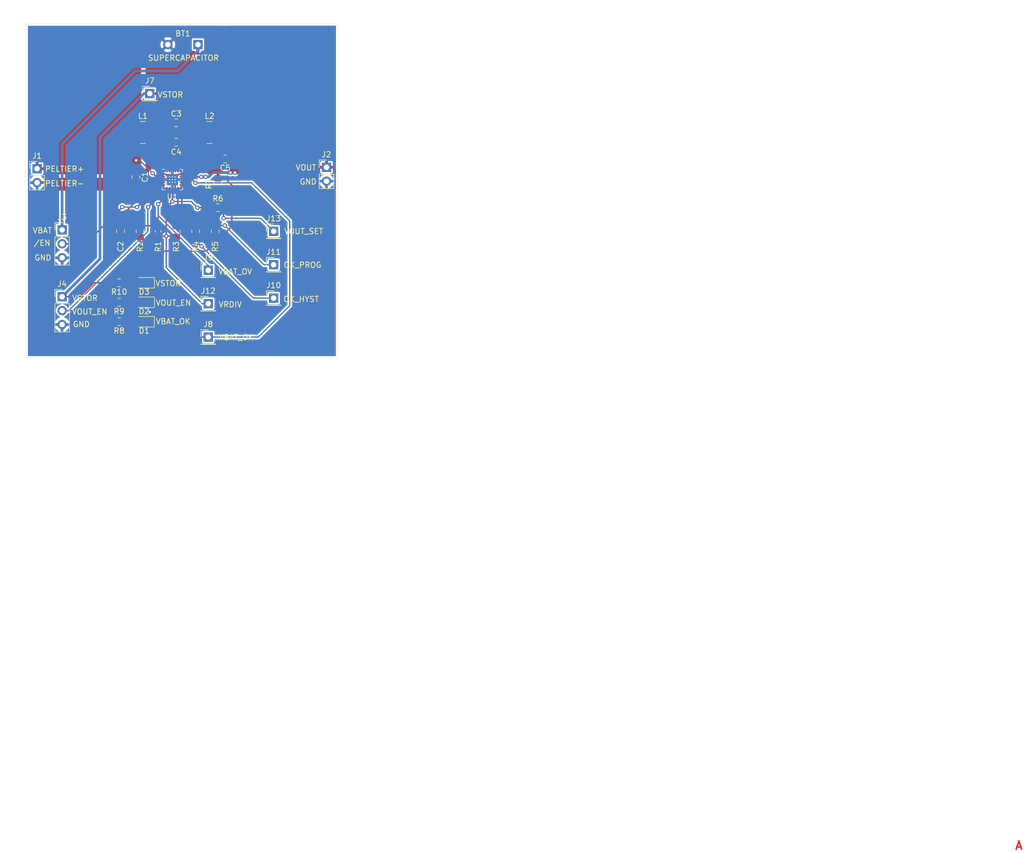
<source format=kicad_pcb>
(kicad_pcb (version 20171130) (host pcbnew "(5.1.5)-3")

  (general
    (thickness 1.6)
    (drawings 27)
    (tracks 258)
    (zones 0)
    (modules 33)
    (nets 21)
  )

  (page A4)
  (layers
    (0 F.Cu signal)
    (31 B.Cu signal)
    (32 B.Adhes user)
    (33 F.Adhes user)
    (34 B.Paste user)
    (35 F.Paste user)
    (36 B.SilkS user)
    (37 F.SilkS user)
    (38 B.Mask user)
    (39 F.Mask user)
    (40 Dwgs.User user)
    (41 Cmts.User user)
    (42 Eco1.User user)
    (43 Eco2.User user)
    (44 Edge.Cuts user)
    (45 Margin user)
    (46 B.CrtYd user)
    (47 F.CrtYd user)
    (48 B.Fab user)
    (49 F.Fab user)
  )

  (setup
    (last_trace_width 0.25)
    (trace_clearance 0.2)
    (zone_clearance 0.3)
    (zone_45_only no)
    (trace_min 0.2)
    (via_size 0.8)
    (via_drill 0.4)
    (via_min_size 0.4)
    (via_min_drill 0.3)
    (uvia_size 0.3)
    (uvia_drill 0.1)
    (uvias_allowed no)
    (uvia_min_size 0.2)
    (uvia_min_drill 0.1)
    (edge_width 0.05)
    (segment_width 0.2)
    (pcb_text_width 0.3)
    (pcb_text_size 1.5 1.5)
    (mod_edge_width 0.12)
    (mod_text_size 1 1)
    (mod_text_width 0.15)
    (pad_size 0.28 0.85)
    (pad_drill 0)
    (pad_to_mask_clearance 0.051)
    (solder_mask_min_width 0.25)
    (aux_axis_origin 0 0)
    (visible_elements 7FFFFFFF)
    (pcbplotparams
      (layerselection 0x010fc_ffffffff)
      (usegerberextensions false)
      (usegerberattributes false)
      (usegerberadvancedattributes false)
      (creategerberjobfile false)
      (excludeedgelayer true)
      (linewidth 0.100000)
      (plotframeref false)
      (viasonmask false)
      (mode 1)
      (useauxorigin false)
      (hpglpennumber 1)
      (hpglpenspeed 20)
      (hpglpendiameter 15.000000)
      (psnegative false)
      (psa4output false)
      (plotreference true)
      (plotvalue true)
      (plotinvisibletext false)
      (padsonsilk false)
      (subtractmaskfromsilk false)
      (outputformat 1)
      (mirror false)
      (drillshape 1)
      (scaleselection 1)
      (outputdirectory ""))
  )

  (net 0 "")
  (net 1 /GND)
  (net 2 /VBAT)
  (net 3 /VIN_DC)
  (net 4 /VREF_SAMP)
  (net 5 /VSTOR)
  (net 6 /VOUT)
  (net 7 "Net-(D1-Pad2)")
  (net 8 "Net-(D2-Pad2)")
  (net 9 "Net-(D3-Pad2)")
  (net 10 /EN)
  (net 11 /VOUT_EN)
  (net 12 /VBAT_OK)
  (net 13 /VBAT_OV)
  (net 14 /OK_HYST)
  (net 15 /OK_PROG)
  (net 16 /VRDIV)
  (net 17 /VOUT_SET)
  (net 18 /LBOOST)
  (net 19 /LBUCK)
  (net 20 "Net-(U1-Pad17)")

  (net_class Default "Aquesta és la classe de xarxa predeterminada."
    (clearance 0.2)
    (trace_width 0.25)
    (via_dia 0.8)
    (via_drill 0.4)
    (uvia_dia 0.3)
    (uvia_drill 0.1)
    (add_net /EN)
    (add_net /GND)
    (add_net /LBOOST)
    (add_net /LBUCK)
    (add_net /OK_HYST)
    (add_net /OK_PROG)
    (add_net /VBAT)
    (add_net /VBAT_OK)
    (add_net /VBAT_OV)
    (add_net /VIN_DC)
    (add_net /VOUT)
    (add_net /VOUT_EN)
    (add_net /VOUT_SET)
    (add_net /VRDIV)
    (add_net /VREF_SAMP)
    (add_net /VSTOR)
    (add_net "Net-(D1-Pad2)")
    (add_net "Net-(D2-Pad2)")
    (add_net "Net-(D3-Pad2)")
    (add_net "Net-(U1-Pad17)")
  )

  (module Battery_Management:Texas_RGR_S-PVQFN-N20_EP2.05x2.05mm_ThermalVias (layer F.Cu) (tedit 5E14984C) (tstamp 5DFBBA8A)
    (at 114.61242 71.58482)
    (path /5DF8A8E4)
    (attr smd)
    (fp_text reference U1 (at 0 3.17) (layer F.SilkS)
      (effects (font (size 1 1) (thickness 0.15)))
    )
    (fp_text value BQ25570 (at 0 -3.11) (layer F.Fab)
      (effects (font (size 1 1) (thickness 0.15)))
    )
    (fp_line (start -1.39 2.4) (end 1.29 2.4) (layer F.CrtYd) (width 0.05))
    (fp_line (start -1.39 1.39) (end -1.39 2.4) (layer F.CrtYd) (width 0.05))
    (fp_line (start -2.4 1.39) (end -1.39 1.39) (layer F.CrtYd) (width 0.05))
    (fp_line (start -2.4 -1.39) (end -2.4 1.39) (layer F.CrtYd) (width 0.05))
    (fp_line (start -1.39 -1.39) (end -2.4 -1.39) (layer F.CrtYd) (width 0.05))
    (fp_line (start -1.39 -2.4) (end -1.39 -1.39) (layer F.CrtYd) (width 0.05))
    (fp_line (start 1.39 -2.4) (end -1.39 -2.4) (layer F.CrtYd) (width 0.05))
    (fp_line (start 1.39 -1.39) (end 1.39 -2.4) (layer F.CrtYd) (width 0.05))
    (fp_line (start 2.4 -1.39) (end 1.39 -1.39) (layer F.CrtYd) (width 0.05))
    (fp_line (start 2.4 1.39) (end 2.4 -1.39) (layer F.CrtYd) (width 0.05))
    (fp_line (start 1.39 1.39) (end 2.4 1.39) (layer F.CrtYd) (width 0.05))
    (fp_line (start 1.39 2.4) (end 1.39 1.39) (layer F.CrtYd) (width 0.05))
    (fp_line (start 1.29 2.4) (end 1.39 2.4) (layer F.CrtYd) (width 0.05))
    (fp_line (start -1.75 -1) (end -1.75 1.75) (layer F.Fab) (width 0.12))
    (fp_line (start -1 -1.75) (end 1.75 -1.75) (layer F.Fab) (width 0.12))
    (fp_line (start -1 -1.75) (end -1.75 -1) (layer F.Fab) (width 0.12))
    (fp_line (start 1.75 1.75) (end 1.75 -1.75) (layer F.Fab) (width 0.12))
    (fp_line (start -1.75 1.75) (end 1.75 1.75) (layer F.Fab) (width 0.12))
    (fp_line (start -1.87 -1.87) (end -1.42 -1.87) (layer F.SilkS) (width 0.12))
    (fp_line (start -1.87 1.85) (end -1.87 1.4) (layer F.SilkS) (width 0.12))
    (fp_line (start -1.87 1.87) (end -1.4 1.87) (layer F.SilkS) (width 0.12))
    (fp_line (start 1.87 1.87) (end 1.4 1.87) (layer F.SilkS) (width 0.12))
    (fp_line (start 1.87 1.85) (end 1.87 1.4) (layer F.SilkS) (width 0.12))
    (fp_line (start 1.87 -1.85) (end 1.87 -1.4) (layer F.SilkS) (width 0.12))
    (fp_line (start 1.87 -1.87) (end 1.4 -1.87) (layer F.SilkS) (width 0.12))
    (pad 21 thru_hole circle (at 0.5 0.5 270) (size 0.21 0.21) (drill 0.2) (layers *.Cu F.Mask)
      (net 1 /GND))
    (pad 21 thru_hole circle (at 0.5 -0.5 270) (size 0.21 0.21) (drill 0.2) (layers *.Cu F.Mask)
      (net 1 /GND))
    (pad 21 thru_hole circle (at -0.5 -0.5 270) (size 0.21 0.21) (drill 0.2) (layers *.Cu F.Mask)
      (net 1 /GND))
    (pad 21 thru_hole circle (at -0.5 0.5 270) (size 0.21 0.21) (drill 0.2) (layers *.Cu F.Mask)
      (net 1 /GND))
    (pad 21 thru_hole circle (at 0 0 270) (size 0.21 0.21) (drill 0.2) (layers *.Cu F.Mask)
      (net 1 /GND))
    (pad 21 thru_hole circle (at 0 0.5 270) (size 0.21 0.21) (drill 0.2) (layers *.Cu F.Mask)
      (net 1 /GND))
    (pad 21 thru_hole circle (at 0.5 0 270) (size 0.21 0.21) (drill 0.2) (layers *.Cu F.Mask)
      (net 1 /GND))
    (pad 21 thru_hole circle (at 0 -0.5 270) (size 0.21 0.21) (drill 0.2) (layers *.Cu F.Mask)
      (net 1 /GND))
    (pad 21 smd rect (at 0 0) (size 2.05 2.05) (layers B.Cu)
      (net 1 /GND))
    (pad 21 thru_hole circle (at -0.5 0 270) (size 0.21 0.21) (drill 0.2) (layers *.Cu F.Mask)
      (net 1 /GND))
    (pad "" smd rect (at -0.48 -0.48 180) (size 0.82 0.82) (layers F.Paste))
    (pad "" smd rect (at -0.48 0.48 180) (size 0.82 0.82) (layers F.Paste))
    (pad "" smd rect (at 0.48 0.48 180) (size 0.82 0.82) (layers F.Paste))
    (pad "" smd rect (at 0.48 -0.48) (size 0.82 0.82) (layers F.Paste))
    (pad "" smd rect (at 0.48 -0.48) (size 0.82 0.82) (layers F.Paste))
    (pad "" smd oval (at -1 -1.72 180) (size 0.23 0.8) (layers F.Paste))
    (pad "" smd oval (at -1.72 1 90) (size 0.23 0.8) (layers F.Paste))
    (pad "" smd oval (at -1.72 0.5 270) (size 0.23 0.8) (layers F.Paste))
    (pad "" smd oval (at -1.72 0 270) (size 0.23 0.8) (layers F.Paste))
    (pad "" smd oval (at -1.72 -0.5 270) (size 0.23 0.8) (layers F.Paste))
    (pad "" smd oval (at -1.72 -1 270) (size 0.23 0.8) (layers F.Paste))
    (pad "" smd oval (at -0.5 -1.72 180) (size 0.23 0.8) (layers F.Paste))
    (pad "" smd oval (at 0 -1.72) (size 0.23 0.8) (layers F.Paste))
    (pad "" smd oval (at 0.5 -1.72) (size 0.23 0.8) (layers F.Paste))
    (pad "" smd oval (at 1 -1.72) (size 0.23 0.8) (layers F.Paste))
    (pad "" smd oval (at 1.72 -1 270) (size 0.23 0.8) (layers F.Paste))
    (pad "" smd oval (at 1.72 -0.51 90) (size 0.23 0.8) (layers F.Paste))
    (pad 0 smd oval (at 1.72 0 90) (size 0.23 0.8) (layers F.Paste))
    (pad "" smd oval (at 1.72 0.5 90) (size 0.23 0.8) (layers F.Paste))
    (pad "" smd oval (at 1.72 1 90) (size 0.23 0.8) (layers F.Paste))
    (pad "" smd oval (at 1 1.72) (size 0.23 0.8) (layers F.Paste))
    (pad "" smd oval (at 0.5 1.72 180) (size 0.23 0.8) (layers F.Paste))
    (pad "" smd oval (at 0 1.72) (size 0.23 0.8) (layers F.Paste))
    (pad "" smd oval (at -0.5 1.72) (size 0.23 0.8) (layers F.Paste))
    (pad "" smd oval (at -1 1.72) (size 0.23 0.8) (layers F.Paste))
    (pad 20 smd oval (at -1 -1.72) (size 0.28 0.85) (layers F.Cu F.Mask)
      (net 18 /LBOOST))
    (pad 19 smd oval (at -0.5 -1.72 180) (size 0.28 0.85) (layers F.Cu F.Mask)
      (net 5 /VSTOR))
    (pad 18 smd oval (at 0 -1.72 180) (size 0.28 0.85) (layers F.Cu F.Mask)
      (net 2 /VBAT))
    (pad 17 smd oval (at 0.5 -1.72 180) (size 0.28 0.85) (layers F.Cu F.Mask)
      (net 20 "Net-(U1-Pad17)"))
    (pad 16 smd oval (at 1 -1.72 180) (size 0.28 0.85) (layers F.Cu F.Mask)
      (net 19 /LBUCK))
    (pad 10 smd oval (at 1 1.72 180) (size 0.28 0.85) (layers F.Cu F.Mask)
      (net 14 /OK_HYST))
    (pad 9 smd oval (at 0.5 1.72) (size 0.28 0.85) (layers F.Cu F.Mask)
      (net 1 /GND))
    (pad 6 smd oval (at -1 1.72) (size 0.28 0.85) (layers F.Cu F.Mask)
      (net 11 /VOUT_EN))
    (pad 7 smd oval (at -0.5 1.72) (size 0.28 0.85) (layers F.Cu F.Mask)
      (net 13 /VBAT_OV))
    (pad 8 smd oval (at 0 1.72) (size 0.28 0.85) (layers F.Cu F.Mask)
      (net 16 /VRDIV))
    (pad 5 smd oval (at -1.72 1 270) (size 0.28 0.85) (layers F.Cu F.Mask)
      (net 10 /EN))
    (pad 2 smd oval (at -1.72 -0.5 270) (size 0.28 0.85) (layers F.Cu F.Mask)
      (net 3 /VIN_DC))
    (pad 4 smd oval (at -1.72 0.5 90) (size 0.28 0.85) (layers F.Cu F.Mask)
      (net 4 /VREF_SAMP))
    (pad 11 smd oval (at 1.72 1 270) (size 0.28 0.85) (layers F.Cu F.Mask)
      (net 15 /OK_PROG))
    (pad 15 smd oval (at 1.72 -1 270) (size 0.28 0.85) (layers F.Cu F.Mask)
      (net 1 /GND))
    (pad 12 smd oval (at 1.72 0.5 270) (size 0.28 0.85) (layers F.Cu F.Mask)
      (net 17 /VOUT_SET))
    (pad 3 smd oval (at -1.72 0 270) (size 0.28 0.85) (layers F.Cu F.Mask)
      (net 1 /GND))
    (pad 1 smd oval (at -1.72 -1 270) (size 0.28 0.85) (layers F.Cu F.Mask)
      (net 1 /GND))
    (pad 13 smd oval (at 1.72 0 270) (size 0.28 0.85) (layers F.Cu F.Mask)
      (net 12 /VBAT_OK))
    (pad 14 smd oval (at 1.72 -0.5 90) (size 0.28 0.85) (layers F.Cu F.Mask)
      (net 6 /VOUT))
    (pad 21 smd rect (at 0 0 270) (size 2.05 2.05) (layers F.Cu F.Mask)
      (net 1 /GND))
  )

  (module Connector_PinHeader_2.54mm:PinHeader_1x01_P2.54mm_Vertical (layer F.Cu) (tedit 59FED5CC) (tstamp 5DFBB92C)
    (at 121.158 94.234)
    (descr "Through hole straight pin header, 1x01, 2.54mm pitch, single row")
    (tags "Through hole pin header THT 1x01 2.54mm single row")
    (path /5DF3F51C)
    (fp_text reference J12 (at 0 -2.33) (layer F.SilkS)
      (effects (font (size 1 1) (thickness 0.15)))
    )
    (fp_text value Conn_01x01_Male (at 0 2.33) (layer F.Fab)
      (effects (font (size 1 1) (thickness 0.15)))
    )
    (fp_text user %R (at 0 0 90) (layer F.Fab)
      (effects (font (size 1 1) (thickness 0.15)))
    )
    (fp_line (start 1.8 -1.8) (end -1.8 -1.8) (layer F.CrtYd) (width 0.05))
    (fp_line (start 1.8 1.8) (end 1.8 -1.8) (layer F.CrtYd) (width 0.05))
    (fp_line (start -1.8 1.8) (end 1.8 1.8) (layer F.CrtYd) (width 0.05))
    (fp_line (start -1.8 -1.8) (end -1.8 1.8) (layer F.CrtYd) (width 0.05))
    (fp_line (start -1.33 -1.33) (end 0 -1.33) (layer F.SilkS) (width 0.12))
    (fp_line (start -1.33 0) (end -1.33 -1.33) (layer F.SilkS) (width 0.12))
    (fp_line (start -1.33 1.27) (end 1.33 1.27) (layer F.SilkS) (width 0.12))
    (fp_line (start 1.33 1.27) (end 1.33 1.33) (layer F.SilkS) (width 0.12))
    (fp_line (start -1.33 1.27) (end -1.33 1.33) (layer F.SilkS) (width 0.12))
    (fp_line (start -1.33 1.33) (end 1.33 1.33) (layer F.SilkS) (width 0.12))
    (fp_line (start -1.27 -0.635) (end -0.635 -1.27) (layer F.Fab) (width 0.1))
    (fp_line (start -1.27 1.27) (end -1.27 -0.635) (layer F.Fab) (width 0.1))
    (fp_line (start 1.27 1.27) (end -1.27 1.27) (layer F.Fab) (width 0.1))
    (fp_line (start 1.27 -1.27) (end 1.27 1.27) (layer F.Fab) (width 0.1))
    (fp_line (start -0.635 -1.27) (end 1.27 -1.27) (layer F.Fab) (width 0.1))
    (pad 1 thru_hole rect (at 0 0) (size 1.7 1.7) (drill 1) (layers *.Cu *.Mask)
      (net 16 /VRDIV))
    (model ${KISYS3DMOD}/Connector_PinHeader_2.54mm.3dshapes/PinHeader_1x01_P2.54mm_Vertical.wrl
      (at (xyz 0 0 0))
      (scale (xyz 1 1 1))
      (rotate (xyz 0 0 0))
    )
  )

  (module Resistor_SMD:R_0805_2012Metric_Pad1.15x1.40mm_HandSolder (layer F.Cu) (tedit 5B36C52B) (tstamp 5DFBBA35)
    (at 104.893 90.424 180)
    (descr "Resistor SMD 0805 (2012 Metric), square (rectangular) end terminal, IPC_7351 nominal with elongated pad for handsoldering. (Body size source: https://docs.google.com/spreadsheets/d/1BsfQQcO9C6DZCsRaXUlFlo91Tg2WpOkGARC1WS5S8t0/edit?usp=sharing), generated with kicad-footprint-generator")
    (tags "resistor handsolder")
    (path /5DF42825)
    (attr smd)
    (fp_text reference R10 (at 0 -1.65) (layer F.SilkS)
      (effects (font (size 1 1) (thickness 0.15)))
    )
    (fp_text value 1kΩ (at 0 1.65) (layer F.Fab)
      (effects (font (size 1 1) (thickness 0.15)))
    )
    (fp_text user %R (at 0 0) (layer F.Fab)
      (effects (font (size 0.5 0.5) (thickness 0.08)))
    )
    (fp_line (start 1.85 0.95) (end -1.85 0.95) (layer F.CrtYd) (width 0.05))
    (fp_line (start 1.85 -0.95) (end 1.85 0.95) (layer F.CrtYd) (width 0.05))
    (fp_line (start -1.85 -0.95) (end 1.85 -0.95) (layer F.CrtYd) (width 0.05))
    (fp_line (start -1.85 0.95) (end -1.85 -0.95) (layer F.CrtYd) (width 0.05))
    (fp_line (start -0.261252 0.71) (end 0.261252 0.71) (layer F.SilkS) (width 0.12))
    (fp_line (start -0.261252 -0.71) (end 0.261252 -0.71) (layer F.SilkS) (width 0.12))
    (fp_line (start 1 0.6) (end -1 0.6) (layer F.Fab) (width 0.1))
    (fp_line (start 1 -0.6) (end 1 0.6) (layer F.Fab) (width 0.1))
    (fp_line (start -1 -0.6) (end 1 -0.6) (layer F.Fab) (width 0.1))
    (fp_line (start -1 0.6) (end -1 -0.6) (layer F.Fab) (width 0.1))
    (pad 2 smd roundrect (at 1.025 0 180) (size 1.15 1.4) (layers F.Cu F.Paste F.Mask) (roundrect_rratio 0.217391)
      (net 5 /VSTOR))
    (pad 1 smd roundrect (at -1.025 0 180) (size 1.15 1.4) (layers F.Cu F.Paste F.Mask) (roundrect_rratio 0.217391)
      (net 9 "Net-(D3-Pad2)"))
    (model ${KISYS3DMOD}/Resistor_SMD.3dshapes/R_0805_2012Metric.wrl
      (at (xyz 0 0 0))
      (scale (xyz 1 1 1))
      (rotate (xyz 0 0 0))
    )
  )

  (module Resistor_SMD:R_0805_2012Metric_Pad1.15x1.40mm_HandSolder (layer F.Cu) (tedit 5B36C52B) (tstamp 5DFBBA24)
    (at 104.893 93.98 180)
    (descr "Resistor SMD 0805 (2012 Metric), square (rectangular) end terminal, IPC_7351 nominal with elongated pad for handsoldering. (Body size source: https://docs.google.com/spreadsheets/d/1BsfQQcO9C6DZCsRaXUlFlo91Tg2WpOkGARC1WS5S8t0/edit?usp=sharing), generated with kicad-footprint-generator")
    (tags "resistor handsolder")
    (path /5DF39CEF)
    (attr smd)
    (fp_text reference R9 (at 0 -1.65) (layer F.SilkS)
      (effects (font (size 1 1) (thickness 0.15)))
    )
    (fp_text value 1kΩ (at 0 1.65) (layer F.Fab)
      (effects (font (size 1 1) (thickness 0.15)))
    )
    (fp_text user %R (at 0 0) (layer F.Fab)
      (effects (font (size 0.5 0.5) (thickness 0.08)))
    )
    (fp_line (start 1.85 0.95) (end -1.85 0.95) (layer F.CrtYd) (width 0.05))
    (fp_line (start 1.85 -0.95) (end 1.85 0.95) (layer F.CrtYd) (width 0.05))
    (fp_line (start -1.85 -0.95) (end 1.85 -0.95) (layer F.CrtYd) (width 0.05))
    (fp_line (start -1.85 0.95) (end -1.85 -0.95) (layer F.CrtYd) (width 0.05))
    (fp_line (start -0.261252 0.71) (end 0.261252 0.71) (layer F.SilkS) (width 0.12))
    (fp_line (start -0.261252 -0.71) (end 0.261252 -0.71) (layer F.SilkS) (width 0.12))
    (fp_line (start 1 0.6) (end -1 0.6) (layer F.Fab) (width 0.1))
    (fp_line (start 1 -0.6) (end 1 0.6) (layer F.Fab) (width 0.1))
    (fp_line (start -1 -0.6) (end 1 -0.6) (layer F.Fab) (width 0.1))
    (fp_line (start -1 0.6) (end -1 -0.6) (layer F.Fab) (width 0.1))
    (pad 2 smd roundrect (at 1.025 0 180) (size 1.15 1.4) (layers F.Cu F.Paste F.Mask) (roundrect_rratio 0.217391)
      (net 11 /VOUT_EN))
    (pad 1 smd roundrect (at -1.025 0 180) (size 1.15 1.4) (layers F.Cu F.Paste F.Mask) (roundrect_rratio 0.217391)
      (net 8 "Net-(D2-Pad2)"))
    (model ${KISYS3DMOD}/Resistor_SMD.3dshapes/R_0805_2012Metric.wrl
      (at (xyz 0 0 0))
      (scale (xyz 1 1 1))
      (rotate (xyz 0 0 0))
    )
  )

  (module Resistor_SMD:R_0805_2012Metric_Pad1.15x1.40mm_HandSolder (layer F.Cu) (tedit 5B36C52B) (tstamp 5DFBBA13)
    (at 104.893 97.536 180)
    (descr "Resistor SMD 0805 (2012 Metric), square (rectangular) end terminal, IPC_7351 nominal with elongated pad for handsoldering. (Body size source: https://docs.google.com/spreadsheets/d/1BsfQQcO9C6DZCsRaXUlFlo91Tg2WpOkGARC1WS5S8t0/edit?usp=sharing), generated with kicad-footprint-generator")
    (tags "resistor handsolder")
    (path /5DF392A0)
    (attr smd)
    (fp_text reference R8 (at 0 -1.65) (layer F.SilkS)
      (effects (font (size 1 1) (thickness 0.15)))
    )
    (fp_text value 1kΩ (at 0 1.65) (layer F.Fab)
      (effects (font (size 1 1) (thickness 0.15)))
    )
    (fp_text user %R (at 0 0) (layer F.Fab)
      (effects (font (size 0.5 0.5) (thickness 0.08)))
    )
    (fp_line (start 1.85 0.95) (end -1.85 0.95) (layer F.CrtYd) (width 0.05))
    (fp_line (start 1.85 -0.95) (end 1.85 0.95) (layer F.CrtYd) (width 0.05))
    (fp_line (start -1.85 -0.95) (end 1.85 -0.95) (layer F.CrtYd) (width 0.05))
    (fp_line (start -1.85 0.95) (end -1.85 -0.95) (layer F.CrtYd) (width 0.05))
    (fp_line (start -0.261252 0.71) (end 0.261252 0.71) (layer F.SilkS) (width 0.12))
    (fp_line (start -0.261252 -0.71) (end 0.261252 -0.71) (layer F.SilkS) (width 0.12))
    (fp_line (start 1 0.6) (end -1 0.6) (layer F.Fab) (width 0.1))
    (fp_line (start 1 -0.6) (end 1 0.6) (layer F.Fab) (width 0.1))
    (fp_line (start -1 -0.6) (end 1 -0.6) (layer F.Fab) (width 0.1))
    (fp_line (start -1 0.6) (end -1 -0.6) (layer F.Fab) (width 0.1))
    (pad 2 smd roundrect (at 1.025 0 180) (size 1.15 1.4) (layers F.Cu F.Paste F.Mask) (roundrect_rratio 0.217391)
      (net 12 /VBAT_OK))
    (pad 1 smd roundrect (at -1.025 0 180) (size 1.15 1.4) (layers F.Cu F.Paste F.Mask) (roundrect_rratio 0.217391)
      (net 7 "Net-(D1-Pad2)"))
    (model ${KISYS3DMOD}/Resistor_SMD.3dshapes/R_0805_2012Metric.wrl
      (at (xyz 0 0 0))
      (scale (xyz 1 1 1))
      (rotate (xyz 0 0 0))
    )
  )

  (module Resistor_SMD:R_0805_2012Metric_Pad1.15x1.40mm_HandSolder (layer F.Cu) (tedit 5B36C52B) (tstamp 5DFBC51D)
    (at 122.936 72.381 90)
    (descr "Resistor SMD 0805 (2012 Metric), square (rectangular) end terminal, IPC_7351 nominal with elongated pad for handsoldering. (Body size source: https://docs.google.com/spreadsheets/d/1BsfQQcO9C6DZCsRaXUlFlo91Tg2WpOkGARC1WS5S8t0/edit?usp=sharing), generated with kicad-footprint-generator")
    (tags "resistor handsolder")
    (path /5DFBF432)
    (attr smd)
    (fp_text reference R7 (at 0 -1.65 90) (layer F.SilkS)
      (effects (font (size 1 1) (thickness 0.15)))
    )
    (fp_text value 4.42MΩ (at -0.01132 1.64568 90) (layer F.Fab)
      (effects (font (size 1 1) (thickness 0.15)))
    )
    (fp_text user %R (at 0 0 90) (layer F.Fab)
      (effects (font (size 0.5 0.5) (thickness 0.08)))
    )
    (fp_line (start 1.85 0.95) (end -1.85 0.95) (layer F.CrtYd) (width 0.05))
    (fp_line (start 1.85 -0.95) (end 1.85 0.95) (layer F.CrtYd) (width 0.05))
    (fp_line (start -1.85 -0.95) (end 1.85 -0.95) (layer F.CrtYd) (width 0.05))
    (fp_line (start -1.85 0.95) (end -1.85 -0.95) (layer F.CrtYd) (width 0.05))
    (fp_line (start -0.261252 0.71) (end 0.261252 0.71) (layer F.SilkS) (width 0.12))
    (fp_line (start -0.261252 -0.71) (end 0.261252 -0.71) (layer F.SilkS) (width 0.12))
    (fp_line (start 1 0.6) (end -1 0.6) (layer F.Fab) (width 0.1))
    (fp_line (start 1 -0.6) (end 1 0.6) (layer F.Fab) (width 0.1))
    (fp_line (start -1 -0.6) (end 1 -0.6) (layer F.Fab) (width 0.1))
    (fp_line (start -1 0.6) (end -1 -0.6) (layer F.Fab) (width 0.1))
    (pad 2 smd roundrect (at 1.025 0 90) (size 1.15 1.4) (layers F.Cu F.Paste F.Mask) (roundrect_rratio 0.217391)
      (net 1 /GND))
    (pad 1 smd roundrect (at -1.025 0 90) (size 1.15 1.4) (layers F.Cu F.Paste F.Mask) (roundrect_rratio 0.217391)
      (net 17 /VOUT_SET))
    (model ${KISYS3DMOD}/Resistor_SMD.3dshapes/R_0805_2012Metric.wrl
      (at (xyz 0 0 0))
      (scale (xyz 1 1 1))
      (rotate (xyz 0 0 0))
    )
  )

  (module Resistor_SMD:R_0805_2012Metric_Pad1.15x1.40mm_HandSolder (layer F.Cu) (tedit 5B36C52B) (tstamp 5DFBB9F1)
    (at 122.936 76.708)
    (descr "Resistor SMD 0805 (2012 Metric), square (rectangular) end terminal, IPC_7351 nominal with elongated pad for handsoldering. (Body size source: https://docs.google.com/spreadsheets/d/1BsfQQcO9C6DZCsRaXUlFlo91Tg2WpOkGARC1WS5S8t0/edit?usp=sharing), generated with kicad-footprint-generator")
    (tags "resistor handsolder")
    (path /5DFBCB9F)
    (attr smd)
    (fp_text reference R6 (at 0 -1.65) (layer F.SilkS)
      (effects (font (size 1 1) (thickness 0.15)))
    )
    (fp_text value 8.45MΩ (at 0 1.65) (layer F.Fab)
      (effects (font (size 1 1) (thickness 0.15)))
    )
    (fp_text user %R (at 0 0) (layer F.Fab)
      (effects (font (size 0.5 0.5) (thickness 0.08)))
    )
    (fp_line (start 1.85 0.95) (end -1.85 0.95) (layer F.CrtYd) (width 0.05))
    (fp_line (start 1.85 -0.95) (end 1.85 0.95) (layer F.CrtYd) (width 0.05))
    (fp_line (start -1.85 -0.95) (end 1.85 -0.95) (layer F.CrtYd) (width 0.05))
    (fp_line (start -1.85 0.95) (end -1.85 -0.95) (layer F.CrtYd) (width 0.05))
    (fp_line (start -0.261252 0.71) (end 0.261252 0.71) (layer F.SilkS) (width 0.12))
    (fp_line (start -0.261252 -0.71) (end 0.261252 -0.71) (layer F.SilkS) (width 0.12))
    (fp_line (start 1 0.6) (end -1 0.6) (layer F.Fab) (width 0.1))
    (fp_line (start 1 -0.6) (end 1 0.6) (layer F.Fab) (width 0.1))
    (fp_line (start -1 -0.6) (end 1 -0.6) (layer F.Fab) (width 0.1))
    (fp_line (start -1 0.6) (end -1 -0.6) (layer F.Fab) (width 0.1))
    (pad 2 smd roundrect (at 1.025 0) (size 1.15 1.4) (layers F.Cu F.Paste F.Mask) (roundrect_rratio 0.217391)
      (net 17 /VOUT_SET))
    (pad 1 smd roundrect (at -1.025 0) (size 1.15 1.4) (layers F.Cu F.Paste F.Mask) (roundrect_rratio 0.217391)
      (net 16 /VRDIV))
    (model ${KISYS3DMOD}/Resistor_SMD.3dshapes/R_0805_2012Metric.wrl
      (at (xyz 0 0 0))
      (scale (xyz 1 1 1))
      (rotate (xyz 0 0 0))
    )
  )

  (module Resistor_SMD:R_0805_2012Metric_Pad1.15x1.40mm_HandSolder (layer F.Cu) (tedit 5B36C52B) (tstamp 5DFCA47F)
    (at 122.428 81.017 270)
    (descr "Resistor SMD 0805 (2012 Metric), square (rectangular) end terminal, IPC_7351 nominal with elongated pad for handsoldering. (Body size source: https://docs.google.com/spreadsheets/d/1BsfQQcO9C6DZCsRaXUlFlo91Tg2WpOkGARC1WS5S8t0/edit?usp=sharing), generated with kicad-footprint-generator")
    (tags "resistor handsolder")
    (path /5DFBC652)
    (attr smd)
    (fp_text reference R5 (at 2.803 0 90) (layer F.SilkS)
      (effects (font (size 1 1) (thickness 0.15)))
    )
    (fp_text value 10MΩ (at 0 1.65 90) (layer F.Fab)
      (effects (font (size 1 1) (thickness 0.15)))
    )
    (fp_text user %R (at 0 0 90) (layer F.Fab)
      (effects (font (size 0.5 0.5) (thickness 0.08)))
    )
    (fp_line (start 1.85 0.95) (end -1.85 0.95) (layer F.CrtYd) (width 0.05))
    (fp_line (start 1.85 -0.95) (end 1.85 0.95) (layer F.CrtYd) (width 0.05))
    (fp_line (start -1.85 -0.95) (end 1.85 -0.95) (layer F.CrtYd) (width 0.05))
    (fp_line (start -1.85 0.95) (end -1.85 -0.95) (layer F.CrtYd) (width 0.05))
    (fp_line (start -0.261252 0.71) (end 0.261252 0.71) (layer F.SilkS) (width 0.12))
    (fp_line (start -0.261252 -0.71) (end 0.261252 -0.71) (layer F.SilkS) (width 0.12))
    (fp_line (start 1 0.6) (end -1 0.6) (layer F.Fab) (width 0.1))
    (fp_line (start 1 -0.6) (end 1 0.6) (layer F.Fab) (width 0.1))
    (fp_line (start -1 -0.6) (end 1 -0.6) (layer F.Fab) (width 0.1))
    (fp_line (start -1 0.6) (end -1 -0.6) (layer F.Fab) (width 0.1))
    (pad 2 smd roundrect (at 1.025 0 270) (size 1.15 1.4) (layers F.Cu F.Paste F.Mask) (roundrect_rratio 0.217391)
      (net 1 /GND))
    (pad 1 smd roundrect (at -1.025 0 270) (size 1.15 1.4) (layers F.Cu F.Paste F.Mask) (roundrect_rratio 0.217391)
      (net 15 /OK_PROG))
    (model ${KISYS3DMOD}/Resistor_SMD.3dshapes/R_0805_2012Metric.wrl
      (at (xyz 0 0 0))
      (scale (xyz 1 1 1))
      (rotate (xyz 0 0 0))
    )
  )

  (module Resistor_SMD:R_0805_2012Metric_Pad1.15x1.40mm_HandSolder (layer F.Cu) (tedit 5B36C52B) (tstamp 5DFCA978)
    (at 118.872 81.0223 90)
    (descr "Resistor SMD 0805 (2012 Metric), square (rectangular) end terminal, IPC_7351 nominal with elongated pad for handsoldering. (Body size source: https://docs.google.com/spreadsheets/d/1BsfQQcO9C6DZCsRaXUlFlo91Tg2WpOkGARC1WS5S8t0/edit?usp=sharing), generated with kicad-footprint-generator")
    (tags "resistor handsolder")
    (path /5DFBC00B)
    (attr smd)
    (fp_text reference R4 (at -2.7977 0 90) (layer F.SilkS)
      (effects (font (size 1 1) (thickness 0.15)))
    )
    (fp_text value 0.787MΩ (at 0 1.65 90) (layer F.Fab)
      (effects (font (size 1 1) (thickness 0.15)))
    )
    (fp_text user %R (at 0 0 90) (layer F.Fab)
      (effects (font (size 0.5 0.5) (thickness 0.08)))
    )
    (fp_line (start 1.85 0.95) (end -1.85 0.95) (layer F.CrtYd) (width 0.05))
    (fp_line (start 1.85 -0.95) (end 1.85 0.95) (layer F.CrtYd) (width 0.05))
    (fp_line (start -1.85 -0.95) (end 1.85 -0.95) (layer F.CrtYd) (width 0.05))
    (fp_line (start -1.85 0.95) (end -1.85 -0.95) (layer F.CrtYd) (width 0.05))
    (fp_line (start -0.261252 0.71) (end 0.261252 0.71) (layer F.SilkS) (width 0.12))
    (fp_line (start -0.261252 -0.71) (end 0.261252 -0.71) (layer F.SilkS) (width 0.12))
    (fp_line (start 1 0.6) (end -1 0.6) (layer F.Fab) (width 0.1))
    (fp_line (start 1 -0.6) (end 1 0.6) (layer F.Fab) (width 0.1))
    (fp_line (start -1 -0.6) (end 1 -0.6) (layer F.Fab) (width 0.1))
    (fp_line (start -1 0.6) (end -1 -0.6) (layer F.Fab) (width 0.1))
    (pad 2 smd roundrect (at 1.025 0 90) (size 1.15 1.4) (layers F.Cu F.Paste F.Mask) (roundrect_rratio 0.217391)
      (net 15 /OK_PROG))
    (pad 1 smd roundrect (at -1.025 0 90) (size 1.15 1.4) (layers F.Cu F.Paste F.Mask) (roundrect_rratio 0.217391)
      (net 14 /OK_HYST))
    (model ${KISYS3DMOD}/Resistor_SMD.3dshapes/R_0805_2012Metric.wrl
      (at (xyz 0 0 0))
      (scale (xyz 1 1 1))
      (rotate (xyz 0 0 0))
    )
  )

  (module Resistor_SMD:R_0805_2012Metric_Pad1.15x1.40mm_HandSolder (layer F.Cu) (tedit 5B36C52B) (tstamp 5DFBB9BE)
    (at 115.316 81.035 90)
    (descr "Resistor SMD 0805 (2012 Metric), square (rectangular) end terminal, IPC_7351 nominal with elongated pad for handsoldering. (Body size source: https://docs.google.com/spreadsheets/d/1BsfQQcO9C6DZCsRaXUlFlo91Tg2WpOkGARC1WS5S8t0/edit?usp=sharing), generated with kicad-footprint-generator")
    (tags "resistor handsolder")
    (path /5DFBB939)
    (attr smd)
    (fp_text reference R3 (at -2.785 0 90) (layer F.SilkS)
      (effects (font (size 1 1) (thickness 0.15)))
    )
    (fp_text value 1.74MΩ (at 0 1.65 90) (layer F.Fab)
      (effects (font (size 1 1) (thickness 0.15)))
    )
    (fp_text user %R (at 0 0 90) (layer F.Fab)
      (effects (font (size 0.5 0.5) (thickness 0.08)))
    )
    (fp_line (start 1.85 0.95) (end -1.85 0.95) (layer F.CrtYd) (width 0.05))
    (fp_line (start 1.85 -0.95) (end 1.85 0.95) (layer F.CrtYd) (width 0.05))
    (fp_line (start -1.85 -0.95) (end 1.85 -0.95) (layer F.CrtYd) (width 0.05))
    (fp_line (start -1.85 0.95) (end -1.85 -0.95) (layer F.CrtYd) (width 0.05))
    (fp_line (start -0.261252 0.71) (end 0.261252 0.71) (layer F.SilkS) (width 0.12))
    (fp_line (start -0.261252 -0.71) (end 0.261252 -0.71) (layer F.SilkS) (width 0.12))
    (fp_line (start 1 0.6) (end -1 0.6) (layer F.Fab) (width 0.1))
    (fp_line (start 1 -0.6) (end 1 0.6) (layer F.Fab) (width 0.1))
    (fp_line (start -1 -0.6) (end 1 -0.6) (layer F.Fab) (width 0.1))
    (fp_line (start -1 0.6) (end -1 -0.6) (layer F.Fab) (width 0.1))
    (pad 2 smd roundrect (at 1.025 0 90) (size 1.15 1.4) (layers F.Cu F.Paste F.Mask) (roundrect_rratio 0.217391)
      (net 14 /OK_HYST))
    (pad 1 smd roundrect (at -1.025 0 90) (size 1.15 1.4) (layers F.Cu F.Paste F.Mask) (roundrect_rratio 0.217391)
      (net 16 /VRDIV))
    (model ${KISYS3DMOD}/Resistor_SMD.3dshapes/R_0805_2012Metric.wrl
      (at (xyz 0 0 0))
      (scale (xyz 1 1 1))
      (rotate (xyz 0 0 0))
    )
  )

  (module Resistor_SMD:R_0805_2012Metric_Pad1.15x1.40mm_HandSolder (layer F.Cu) (tedit 5B36C52B) (tstamp 5DFBB9AD)
    (at 108.712 81.035 270)
    (descr "Resistor SMD 0805 (2012 Metric), square (rectangular) end terminal, IPC_7351 nominal with elongated pad for handsoldering. (Body size source: https://docs.google.com/spreadsheets/d/1BsfQQcO9C6DZCsRaXUlFlo91Tg2WpOkGARC1WS5S8t0/edit?usp=sharing), generated with kicad-footprint-generator")
    (tags "resistor handsolder")
    (path /5DFBB38A)
    (attr smd)
    (fp_text reference R2 (at 2.785 0 90) (layer F.SilkS)
      (effects (font (size 1 1) (thickness 0.15)))
    )
    (fp_text value 4.32MΩ (at 0 1.65 90) (layer F.Fab)
      (effects (font (size 1 1) (thickness 0.15)))
    )
    (fp_text user %R (at 0 0 90) (layer F.Fab)
      (effects (font (size 0.5 0.5) (thickness 0.08)))
    )
    (fp_line (start 1.85 0.95) (end -1.85 0.95) (layer F.CrtYd) (width 0.05))
    (fp_line (start 1.85 -0.95) (end 1.85 0.95) (layer F.CrtYd) (width 0.05))
    (fp_line (start -1.85 -0.95) (end 1.85 -0.95) (layer F.CrtYd) (width 0.05))
    (fp_line (start -1.85 0.95) (end -1.85 -0.95) (layer F.CrtYd) (width 0.05))
    (fp_line (start -0.261252 0.71) (end 0.261252 0.71) (layer F.SilkS) (width 0.12))
    (fp_line (start -0.261252 -0.71) (end 0.261252 -0.71) (layer F.SilkS) (width 0.12))
    (fp_line (start 1 0.6) (end -1 0.6) (layer F.Fab) (width 0.1))
    (fp_line (start 1 -0.6) (end 1 0.6) (layer F.Fab) (width 0.1))
    (fp_line (start -1 -0.6) (end 1 -0.6) (layer F.Fab) (width 0.1))
    (fp_line (start -1 0.6) (end -1 -0.6) (layer F.Fab) (width 0.1))
    (pad 2 smd roundrect (at 1.025 0 270) (size 1.15 1.4) (layers F.Cu F.Paste F.Mask) (roundrect_rratio 0.217391)
      (net 1 /GND))
    (pad 1 smd roundrect (at -1.025 0 270) (size 1.15 1.4) (layers F.Cu F.Paste F.Mask) (roundrect_rratio 0.217391)
      (net 13 /VBAT_OV))
    (model ${KISYS3DMOD}/Resistor_SMD.3dshapes/R_0805_2012Metric.wrl
      (at (xyz 0 0 0))
      (scale (xyz 1 1 1))
      (rotate (xyz 0 0 0))
    )
  )

  (module Resistor_SMD:R_0603_1608Metric_Pad1.05x0.95mm_HandSolder (layer F.Cu) (tedit 5B301BBD) (tstamp 5DFBB99C)
    (at 112.014 81.026 90)
    (descr "Resistor SMD 0603 (1608 Metric), square (rectangular) end terminal, IPC_7351 nominal with elongated pad for handsoldering. (Body size source: http://www.tortai-tech.com/upload/download/2011102023233369053.pdf), generated with kicad-footprint-generator")
    (tags "resistor handsolder")
    (path /5DFBA24A)
    (attr smd)
    (fp_text reference R1 (at -2.794 0 90) (layer F.SilkS)
      (effects (font (size 1 1) (thickness 0.15)))
    )
    (fp_text value 8.87MΩ (at 0 1.43 90) (layer F.Fab)
      (effects (font (size 1 1) (thickness 0.15)))
    )
    (fp_text user %R (at 0 0 90) (layer F.Fab)
      (effects (font (size 0.4 0.4) (thickness 0.06)))
    )
    (fp_line (start 1.65 0.73) (end -1.65 0.73) (layer F.CrtYd) (width 0.05))
    (fp_line (start 1.65 -0.73) (end 1.65 0.73) (layer F.CrtYd) (width 0.05))
    (fp_line (start -1.65 -0.73) (end 1.65 -0.73) (layer F.CrtYd) (width 0.05))
    (fp_line (start -1.65 0.73) (end -1.65 -0.73) (layer F.CrtYd) (width 0.05))
    (fp_line (start -0.171267 0.51) (end 0.171267 0.51) (layer F.SilkS) (width 0.12))
    (fp_line (start -0.171267 -0.51) (end 0.171267 -0.51) (layer F.SilkS) (width 0.12))
    (fp_line (start 0.8 0.4) (end -0.8 0.4) (layer F.Fab) (width 0.1))
    (fp_line (start 0.8 -0.4) (end 0.8 0.4) (layer F.Fab) (width 0.1))
    (fp_line (start -0.8 -0.4) (end 0.8 -0.4) (layer F.Fab) (width 0.1))
    (fp_line (start -0.8 0.4) (end -0.8 -0.4) (layer F.Fab) (width 0.1))
    (pad 2 smd roundrect (at 0.875 0 90) (size 1.05 0.95) (layers F.Cu F.Paste F.Mask) (roundrect_rratio 0.25)
      (net 13 /VBAT_OV))
    (pad 1 smd roundrect (at -0.875 0 90) (size 1.05 0.95) (layers F.Cu F.Paste F.Mask) (roundrect_rratio 0.25)
      (net 16 /VRDIV))
    (model ${KISYS3DMOD}/Resistor_SMD.3dshapes/R_0603_1608Metric.wrl
      (at (xyz 0 0 0))
      (scale (xyz 1 1 1))
      (rotate (xyz 0 0 0))
    )
  )

  (module Inductor_SMD:L_Coilcraft_LPS4018 (layer F.Cu) (tedit 5A5CD04D) (tstamp 5DFBB98B)
    (at 121.399 62.992)
    (descr "SMD Inductor Coilcraft LPS4018 https://www.coilcraft.com/misc/lps4018d.html")
    (tags "L Coilcraft LPS4018")
    (path /5DFB164E)
    (attr smd)
    (fp_text reference L2 (at 0 -3) (layer F.SilkS)
      (effects (font (size 1 1) (thickness 0.15)))
    )
    (fp_text value 10μH (at 0 3) (layer F.Fab)
      (effects (font (size 1 1) (thickness 0.15)))
    )
    (fp_line (start 1.75 2.2) (end 2.45 1.5) (layer F.CrtYd) (width 0.05))
    (fp_line (start -1.75 2.2) (end -2.45 1.5) (layer F.CrtYd) (width 0.05))
    (fp_line (start -1.75 2.2) (end 1.75 2.2) (layer F.CrtYd) (width 0.05))
    (fp_line (start -2.45 -1.5) (end -2.45 1.5) (layer F.CrtYd) (width 0.05))
    (fp_line (start -1.75 -2.2) (end -2.45 -1.5) (layer F.CrtYd) (width 0.05))
    (fp_line (start -0.49 2.01) (end 0.49 2.01) (layer F.SilkS) (width 0.12))
    (fp_line (start -1.2 -1.95) (end 1.2 -1.95) (layer F.Fab) (width 0.1))
    (fp_line (start 1.95 -1.2) (end 1.95 1.2) (layer F.Fab) (width 0.1))
    (fp_line (start 1.2 1.95) (end -1.2 1.95) (layer F.Fab) (width 0.1))
    (fp_line (start -1.95 1.2) (end -1.95 -1.2) (layer F.Fab) (width 0.1))
    (fp_line (start -1.75 -2.2) (end 1.75 -2.2) (layer F.CrtYd) (width 0.05))
    (fp_line (start 2.45 -1.5) (end 2.45 1.5) (layer F.CrtYd) (width 0.05))
    (fp_text user %R (at 0 0) (layer F.Fab)
      (effects (font (size 0.8 0.8) (thickness 0.12)))
    )
    (fp_line (start 1.2 1.95) (end 1.95 1.2) (layer F.Fab) (width 0.1))
    (fp_line (start -1.95 1.2) (end -1.2 1.95) (layer F.Fab) (width 0.1))
    (fp_line (start -1.95 -1.2) (end -1.21 -1.95) (layer F.Fab) (width 0.1))
    (fp_line (start 1.2 -1.95) (end 1.95 -1.2) (layer F.Fab) (width 0.1))
    (fp_line (start -0.49 -2.01) (end 0.49 -2.01) (layer F.SilkS) (width 0.12))
    (fp_line (start 1.75 -2.2) (end 2.45 -1.5) (layer F.CrtYd) (width 0.05))
    (pad 2 smd rect (at 1.7435 1.493 134.5) (size 0.5 0.789) (layers F.Cu F.Paste F.Mask)
      (net 6 /VOUT))
    (pad 2 smd rect (at 1.219 1.0475 135.7) (size 0.5 0.831) (layers F.Cu F.Paste F.Mask)
      (net 6 /VOUT))
    (pad 2 smd rect (at 1.195 1.5575) (size 0.89 0.775) (layers F.Cu F.Paste F.Mask)
      (net 6 /VOUT))
    (pad 2 smd rect (at 1.7435 -1.493 225.5) (size 0.5 0.789) (layers F.Cu F.Paste F.Mask)
      (net 6 /VOUT))
    (pad 2 smd rect (at 1.219 -1.0475 224.3) (size 0.5 0.831) (layers F.Cu F.Paste F.Mask)
      (net 6 /VOUT))
    (pad 2 smd rect (at 1.195 -1.5575) (size 0.89 0.775) (layers F.Cu F.Paste F.Mask)
      (net 6 /VOUT))
    (pad 2 smd rect (at 1.765 0) (size 0.87 2.79) (layers F.Cu F.Paste F.Mask)
      (net 6 /VOUT))
    (pad 1 smd rect (at -1.219 1.0475 224.3) (size 0.5 0.831) (layers F.Cu F.Paste F.Mask)
      (net 19 /LBUCK))
    (pad 1 smd rect (at -1.195 1.5575) (size 0.89 0.775) (layers F.Cu F.Paste F.Mask)
      (net 19 /LBUCK))
    (pad 1 smd rect (at -1.7435 1.493 225.5) (size 0.5 0.789) (layers F.Cu F.Paste F.Mask)
      (net 19 /LBUCK))
    (pad 1 smd rect (at -1.7435 -1.493 134.5) (size 0.5 0.789) (layers F.Cu F.Paste F.Mask)
      (net 19 /LBUCK))
    (pad 1 smd rect (at -1.219 -1.0475 135.7) (size 0.5 0.831) (layers F.Cu F.Paste F.Mask)
      (net 19 /LBUCK))
    (pad 1 smd rect (at -1.195 -1.5575) (size 0.89 0.775) (layers F.Cu F.Paste F.Mask)
      (net 19 /LBUCK))
    (pad 1 smd rect (at -1.765 0) (size 0.87 2.79) (layers F.Cu F.Paste F.Mask)
      (net 19 /LBUCK))
    (model ${KISYS3DMOD}/Inductor_SMD.3dshapes/L_Coilcraft_LPS4018.wrl
      (at (xyz 0 0 0))
      (scale (xyz 1 1 1))
      (rotate (xyz 0 0 0))
    )
  )

  (module Inductor_SMD:L_Coilcraft_LPS4018 (layer F.Cu) (tedit 5A5CD04D) (tstamp 5DFBB966)
    (at 109.233 62.992)
    (descr "SMD Inductor Coilcraft LPS4018 https://www.coilcraft.com/misc/lps4018d.html")
    (tags "L Coilcraft LPS4018")
    (path /5DFA9542)
    (attr smd)
    (fp_text reference L1 (at 0 -3) (layer F.SilkS)
      (effects (font (size 1 1) (thickness 0.15)))
    )
    (fp_text value 22μH (at 0 3) (layer F.Fab)
      (effects (font (size 1 1) (thickness 0.15)))
    )
    (fp_line (start 1.75 2.2) (end 2.45 1.5) (layer F.CrtYd) (width 0.05))
    (fp_line (start -1.75 2.2) (end -2.45 1.5) (layer F.CrtYd) (width 0.05))
    (fp_line (start -1.75 2.2) (end 1.75 2.2) (layer F.CrtYd) (width 0.05))
    (fp_line (start -2.45 -1.5) (end -2.45 1.5) (layer F.CrtYd) (width 0.05))
    (fp_line (start -1.75 -2.2) (end -2.45 -1.5) (layer F.CrtYd) (width 0.05))
    (fp_line (start -0.49 2.01) (end 0.49 2.01) (layer F.SilkS) (width 0.12))
    (fp_line (start -1.2 -1.95) (end 1.2 -1.95) (layer F.Fab) (width 0.1))
    (fp_line (start 1.95 -1.2) (end 1.95 1.2) (layer F.Fab) (width 0.1))
    (fp_line (start 1.2 1.95) (end -1.2 1.95) (layer F.Fab) (width 0.1))
    (fp_line (start -1.95 1.2) (end -1.95 -1.2) (layer F.Fab) (width 0.1))
    (fp_line (start -1.75 -2.2) (end 1.75 -2.2) (layer F.CrtYd) (width 0.05))
    (fp_line (start 2.45 -1.5) (end 2.45 1.5) (layer F.CrtYd) (width 0.05))
    (fp_text user %R (at 0 0) (layer F.Fab)
      (effects (font (size 0.8 0.8) (thickness 0.12)))
    )
    (fp_line (start 1.2 1.95) (end 1.95 1.2) (layer F.Fab) (width 0.1))
    (fp_line (start -1.95 1.2) (end -1.2 1.95) (layer F.Fab) (width 0.1))
    (fp_line (start -1.95 -1.2) (end -1.21 -1.95) (layer F.Fab) (width 0.1))
    (fp_line (start 1.2 -1.95) (end 1.95 -1.2) (layer F.Fab) (width 0.1))
    (fp_line (start -0.49 -2.01) (end 0.49 -2.01) (layer F.SilkS) (width 0.12))
    (fp_line (start 1.75 -2.2) (end 2.45 -1.5) (layer F.CrtYd) (width 0.05))
    (pad 2 smd rect (at 1.7435 1.493 134.5) (size 0.5 0.789) (layers F.Cu F.Paste F.Mask)
      (net 18 /LBOOST))
    (pad 2 smd rect (at 1.219 1.0475 135.7) (size 0.5 0.831) (layers F.Cu F.Paste F.Mask)
      (net 18 /LBOOST))
    (pad 2 smd rect (at 1.195 1.5575) (size 0.89 0.775) (layers F.Cu F.Paste F.Mask)
      (net 18 /LBOOST))
    (pad 2 smd rect (at 1.7435 -1.493 225.5) (size 0.5 0.789) (layers F.Cu F.Paste F.Mask)
      (net 18 /LBOOST))
    (pad 2 smd rect (at 1.219 -1.0475 224.3) (size 0.5 0.831) (layers F.Cu F.Paste F.Mask)
      (net 18 /LBOOST))
    (pad 2 smd rect (at 1.195 -1.5575) (size 0.89 0.775) (layers F.Cu F.Paste F.Mask)
      (net 18 /LBOOST))
    (pad 2 smd rect (at 1.765 0) (size 0.87 2.79) (layers F.Cu F.Paste F.Mask)
      (net 18 /LBOOST))
    (pad 1 smd rect (at -1.219 1.0475 224.3) (size 0.5 0.831) (layers F.Cu F.Paste F.Mask)
      (net 3 /VIN_DC))
    (pad 1 smd rect (at -1.195 1.5575) (size 0.89 0.775) (layers F.Cu F.Paste F.Mask)
      (net 3 /VIN_DC))
    (pad 1 smd rect (at -1.7435 1.493 225.5) (size 0.5 0.789) (layers F.Cu F.Paste F.Mask)
      (net 3 /VIN_DC))
    (pad 1 smd rect (at -1.7435 -1.493 134.5) (size 0.5 0.789) (layers F.Cu F.Paste F.Mask)
      (net 3 /VIN_DC))
    (pad 1 smd rect (at -1.219 -1.0475 135.7) (size 0.5 0.831) (layers F.Cu F.Paste F.Mask)
      (net 3 /VIN_DC))
    (pad 1 smd rect (at -1.195 -1.5575) (size 0.89 0.775) (layers F.Cu F.Paste F.Mask)
      (net 3 /VIN_DC))
    (pad 1 smd rect (at -1.765 0) (size 0.87 2.79) (layers F.Cu F.Paste F.Mask)
      (net 3 /VIN_DC))
    (model ${KISYS3DMOD}/Inductor_SMD.3dshapes/L_Coilcraft_LPS4018.wrl
      (at (xyz 0 0 0))
      (scale (xyz 1 1 1))
      (rotate (xyz 0 0 0))
    )
  )

  (module Connector_PinHeader_2.54mm:PinHeader_1x01_P2.54mm_Vertical (layer F.Cu) (tedit 59FED5CC) (tstamp 5DFBB941)
    (at 133.096 81.026)
    (descr "Through hole straight pin header, 1x01, 2.54mm pitch, single row")
    (tags "Through hole pin header THT 1x01 2.54mm single row")
    (path /5DFA6AA8)
    (fp_text reference J13 (at 0 -2.33) (layer F.SilkS)
      (effects (font (size 1 1) (thickness 0.15)))
    )
    (fp_text value Conn_01x01_Male (at 0 2.33) (layer F.Fab)
      (effects (font (size 1 1) (thickness 0.15)))
    )
    (fp_text user %R (at 0 0 90) (layer F.Fab)
      (effects (font (size 1 1) (thickness 0.15)))
    )
    (fp_line (start 1.8 -1.8) (end -1.8 -1.8) (layer F.CrtYd) (width 0.05))
    (fp_line (start 1.8 1.8) (end 1.8 -1.8) (layer F.CrtYd) (width 0.05))
    (fp_line (start -1.8 1.8) (end 1.8 1.8) (layer F.CrtYd) (width 0.05))
    (fp_line (start -1.8 -1.8) (end -1.8 1.8) (layer F.CrtYd) (width 0.05))
    (fp_line (start -1.33 -1.33) (end 0 -1.33) (layer F.SilkS) (width 0.12))
    (fp_line (start -1.33 0) (end -1.33 -1.33) (layer F.SilkS) (width 0.12))
    (fp_line (start -1.33 1.27) (end 1.33 1.27) (layer F.SilkS) (width 0.12))
    (fp_line (start 1.33 1.27) (end 1.33 1.33) (layer F.SilkS) (width 0.12))
    (fp_line (start -1.33 1.27) (end -1.33 1.33) (layer F.SilkS) (width 0.12))
    (fp_line (start -1.33 1.33) (end 1.33 1.33) (layer F.SilkS) (width 0.12))
    (fp_line (start -1.27 -0.635) (end -0.635 -1.27) (layer F.Fab) (width 0.1))
    (fp_line (start -1.27 1.27) (end -1.27 -0.635) (layer F.Fab) (width 0.1))
    (fp_line (start 1.27 1.27) (end -1.27 1.27) (layer F.Fab) (width 0.1))
    (fp_line (start 1.27 -1.27) (end 1.27 1.27) (layer F.Fab) (width 0.1))
    (fp_line (start -0.635 -1.27) (end 1.27 -1.27) (layer F.Fab) (width 0.1))
    (pad 1 thru_hole rect (at 0 0) (size 1.7 1.7) (drill 1) (layers *.Cu *.Mask)
      (net 17 /VOUT_SET))
    (model ${KISYS3DMOD}/Connector_PinHeader_2.54mm.3dshapes/PinHeader_1x01_P2.54mm_Vertical.wrl
      (at (xyz 0 0 0))
      (scale (xyz 1 1 1))
      (rotate (xyz 0 0 0))
    )
  )

  (module Connector_PinHeader_2.54mm:PinHeader_1x01_P2.54mm_Vertical (layer F.Cu) (tedit 59FED5CC) (tstamp 5DFBB917)
    (at 133.096 87.122)
    (descr "Through hole straight pin header, 1x01, 2.54mm pitch, single row")
    (tags "Through hole pin header THT 1x01 2.54mm single row")
    (path /5DF48D86)
    (fp_text reference J11 (at 0 -2.33) (layer F.SilkS)
      (effects (font (size 1 1) (thickness 0.15)))
    )
    (fp_text value Conn_01x01_Male (at 0 2.33) (layer F.Fab)
      (effects (font (size 1 1) (thickness 0.15)))
    )
    (fp_text user %R (at 0 0 90) (layer F.Fab)
      (effects (font (size 1 1) (thickness 0.15)))
    )
    (fp_line (start 1.8 -1.8) (end -1.8 -1.8) (layer F.CrtYd) (width 0.05))
    (fp_line (start 1.8 1.8) (end 1.8 -1.8) (layer F.CrtYd) (width 0.05))
    (fp_line (start -1.8 1.8) (end 1.8 1.8) (layer F.CrtYd) (width 0.05))
    (fp_line (start -1.8 -1.8) (end -1.8 1.8) (layer F.CrtYd) (width 0.05))
    (fp_line (start -1.33 -1.33) (end 0 -1.33) (layer F.SilkS) (width 0.12))
    (fp_line (start -1.33 0) (end -1.33 -1.33) (layer F.SilkS) (width 0.12))
    (fp_line (start -1.33 1.27) (end 1.33 1.27) (layer F.SilkS) (width 0.12))
    (fp_line (start 1.33 1.27) (end 1.33 1.33) (layer F.SilkS) (width 0.12))
    (fp_line (start -1.33 1.27) (end -1.33 1.33) (layer F.SilkS) (width 0.12))
    (fp_line (start -1.33 1.33) (end 1.33 1.33) (layer F.SilkS) (width 0.12))
    (fp_line (start -1.27 -0.635) (end -0.635 -1.27) (layer F.Fab) (width 0.1))
    (fp_line (start -1.27 1.27) (end -1.27 -0.635) (layer F.Fab) (width 0.1))
    (fp_line (start 1.27 1.27) (end -1.27 1.27) (layer F.Fab) (width 0.1))
    (fp_line (start 1.27 -1.27) (end 1.27 1.27) (layer F.Fab) (width 0.1))
    (fp_line (start -0.635 -1.27) (end 1.27 -1.27) (layer F.Fab) (width 0.1))
    (pad 1 thru_hole rect (at 0 0) (size 1.7 1.7) (drill 1) (layers *.Cu *.Mask)
      (net 15 /OK_PROG))
    (model ${KISYS3DMOD}/Connector_PinHeader_2.54mm.3dshapes/PinHeader_1x01_P2.54mm_Vertical.wrl
      (at (xyz 0 0 0))
      (scale (xyz 1 1 1))
      (rotate (xyz 0 0 0))
    )
  )

  (module Connector_PinHeader_2.54mm:PinHeader_1x01_P2.54mm_Vertical (layer F.Cu) (tedit 59FED5CC) (tstamp 5DFBB902)
    (at 133.096 93.218)
    (descr "Through hole straight pin header, 1x01, 2.54mm pitch, single row")
    (tags "Through hole pin header THT 1x01 2.54mm single row")
    (path /5DF48D80)
    (fp_text reference J10 (at 0 -2.33) (layer F.SilkS)
      (effects (font (size 1 1) (thickness 0.15)))
    )
    (fp_text value Conn_01x01_Male (at 0 2.33) (layer F.Fab)
      (effects (font (size 1 1) (thickness 0.15)))
    )
    (fp_text user %R (at 0 0 90) (layer F.Fab)
      (effects (font (size 1 1) (thickness 0.15)))
    )
    (fp_line (start 1.8 -1.8) (end -1.8 -1.8) (layer F.CrtYd) (width 0.05))
    (fp_line (start 1.8 1.8) (end 1.8 -1.8) (layer F.CrtYd) (width 0.05))
    (fp_line (start -1.8 1.8) (end 1.8 1.8) (layer F.CrtYd) (width 0.05))
    (fp_line (start -1.8 -1.8) (end -1.8 1.8) (layer F.CrtYd) (width 0.05))
    (fp_line (start -1.33 -1.33) (end 0 -1.33) (layer F.SilkS) (width 0.12))
    (fp_line (start -1.33 0) (end -1.33 -1.33) (layer F.SilkS) (width 0.12))
    (fp_line (start -1.33 1.27) (end 1.33 1.27) (layer F.SilkS) (width 0.12))
    (fp_line (start 1.33 1.27) (end 1.33 1.33) (layer F.SilkS) (width 0.12))
    (fp_line (start -1.33 1.27) (end -1.33 1.33) (layer F.SilkS) (width 0.12))
    (fp_line (start -1.33 1.33) (end 1.33 1.33) (layer F.SilkS) (width 0.12))
    (fp_line (start -1.27 -0.635) (end -0.635 -1.27) (layer F.Fab) (width 0.1))
    (fp_line (start -1.27 1.27) (end -1.27 -0.635) (layer F.Fab) (width 0.1))
    (fp_line (start 1.27 1.27) (end -1.27 1.27) (layer F.Fab) (width 0.1))
    (fp_line (start 1.27 -1.27) (end 1.27 1.27) (layer F.Fab) (width 0.1))
    (fp_line (start -0.635 -1.27) (end 1.27 -1.27) (layer F.Fab) (width 0.1))
    (pad 1 thru_hole rect (at 0 0) (size 1.7 1.7) (drill 1) (layers *.Cu *.Mask)
      (net 14 /OK_HYST))
    (model ${KISYS3DMOD}/Connector_PinHeader_2.54mm.3dshapes/PinHeader_1x01_P2.54mm_Vertical.wrl
      (at (xyz 0 0 0))
      (scale (xyz 1 1 1))
      (rotate (xyz 0 0 0))
    )
  )

  (module Connector_PinHeader_2.54mm:PinHeader_1x01_P2.54mm_Vertical (layer F.Cu) (tedit 59FED5CC) (tstamp 5DFBB8ED)
    (at 121.158 88.138)
    (descr "Through hole straight pin header, 1x01, 2.54mm pitch, single row")
    (tags "Through hole pin header THT 1x01 2.54mm single row")
    (path /5DF48D7A)
    (fp_text reference J9 (at 0 -2.33) (layer F.SilkS)
      (effects (font (size 1 1) (thickness 0.15)))
    )
    (fp_text value Conn_01x01_Male (at 0 2.33) (layer F.Fab)
      (effects (font (size 1 1) (thickness 0.15)))
    )
    (fp_text user %R (at 0 0 90) (layer F.Fab)
      (effects (font (size 1 1) (thickness 0.15)))
    )
    (fp_line (start 1.8 -1.8) (end -1.8 -1.8) (layer F.CrtYd) (width 0.05))
    (fp_line (start 1.8 1.8) (end 1.8 -1.8) (layer F.CrtYd) (width 0.05))
    (fp_line (start -1.8 1.8) (end 1.8 1.8) (layer F.CrtYd) (width 0.05))
    (fp_line (start -1.8 -1.8) (end -1.8 1.8) (layer F.CrtYd) (width 0.05))
    (fp_line (start -1.33 -1.33) (end 0 -1.33) (layer F.SilkS) (width 0.12))
    (fp_line (start -1.33 0) (end -1.33 -1.33) (layer F.SilkS) (width 0.12))
    (fp_line (start -1.33 1.27) (end 1.33 1.27) (layer F.SilkS) (width 0.12))
    (fp_line (start 1.33 1.27) (end 1.33 1.33) (layer F.SilkS) (width 0.12))
    (fp_line (start -1.33 1.27) (end -1.33 1.33) (layer F.SilkS) (width 0.12))
    (fp_line (start -1.33 1.33) (end 1.33 1.33) (layer F.SilkS) (width 0.12))
    (fp_line (start -1.27 -0.635) (end -0.635 -1.27) (layer F.Fab) (width 0.1))
    (fp_line (start -1.27 1.27) (end -1.27 -0.635) (layer F.Fab) (width 0.1))
    (fp_line (start 1.27 1.27) (end -1.27 1.27) (layer F.Fab) (width 0.1))
    (fp_line (start 1.27 -1.27) (end 1.27 1.27) (layer F.Fab) (width 0.1))
    (fp_line (start -0.635 -1.27) (end 1.27 -1.27) (layer F.Fab) (width 0.1))
    (pad 1 thru_hole rect (at 0 0) (size 1.7 1.7) (drill 1) (layers *.Cu *.Mask)
      (net 13 /VBAT_OV))
    (model ${KISYS3DMOD}/Connector_PinHeader_2.54mm.3dshapes/PinHeader_1x01_P2.54mm_Vertical.wrl
      (at (xyz 0 0 0))
      (scale (xyz 1 1 1))
      (rotate (xyz 0 0 0))
    )
  )

  (module Connector_PinHeader_2.54mm:PinHeader_1x01_P2.54mm_Vertical (layer F.Cu) (tedit 59FED5CC) (tstamp 5DFBB8D8)
    (at 121.158 100.33)
    (descr "Through hole straight pin header, 1x01, 2.54mm pitch, single row")
    (tags "Through hole pin header THT 1x01 2.54mm single row")
    (path /5DF3BF05)
    (fp_text reference J8 (at 0 -2.33) (layer F.SilkS)
      (effects (font (size 1 1) (thickness 0.15)))
    )
    (fp_text value Conn_01x01_Male (at 0 2.33) (layer F.Fab)
      (effects (font (size 1 1) (thickness 0.15)))
    )
    (fp_text user %R (at 0 0 90) (layer F.Fab)
      (effects (font (size 1 1) (thickness 0.15)))
    )
    (fp_line (start 1.8 -1.8) (end -1.8 -1.8) (layer F.CrtYd) (width 0.05))
    (fp_line (start 1.8 1.8) (end 1.8 -1.8) (layer F.CrtYd) (width 0.05))
    (fp_line (start -1.8 1.8) (end 1.8 1.8) (layer F.CrtYd) (width 0.05))
    (fp_line (start -1.8 -1.8) (end -1.8 1.8) (layer F.CrtYd) (width 0.05))
    (fp_line (start -1.33 -1.33) (end 0 -1.33) (layer F.SilkS) (width 0.12))
    (fp_line (start -1.33 0) (end -1.33 -1.33) (layer F.SilkS) (width 0.12))
    (fp_line (start -1.33 1.27) (end 1.33 1.27) (layer F.SilkS) (width 0.12))
    (fp_line (start 1.33 1.27) (end 1.33 1.33) (layer F.SilkS) (width 0.12))
    (fp_line (start -1.33 1.27) (end -1.33 1.33) (layer F.SilkS) (width 0.12))
    (fp_line (start -1.33 1.33) (end 1.33 1.33) (layer F.SilkS) (width 0.12))
    (fp_line (start -1.27 -0.635) (end -0.635 -1.27) (layer F.Fab) (width 0.1))
    (fp_line (start -1.27 1.27) (end -1.27 -0.635) (layer F.Fab) (width 0.1))
    (fp_line (start 1.27 1.27) (end -1.27 1.27) (layer F.Fab) (width 0.1))
    (fp_line (start 1.27 -1.27) (end 1.27 1.27) (layer F.Fab) (width 0.1))
    (fp_line (start -0.635 -1.27) (end 1.27 -1.27) (layer F.Fab) (width 0.1))
    (pad 1 thru_hole rect (at 0 0) (size 1.7 1.7) (drill 1) (layers *.Cu *.Mask)
      (net 12 /VBAT_OK))
    (model ${KISYS3DMOD}/Connector_PinHeader_2.54mm.3dshapes/PinHeader_1x01_P2.54mm_Vertical.wrl
      (at (xyz 0 0 0))
      (scale (xyz 1 1 1))
      (rotate (xyz 0 0 0))
    )
  )

  (module Connector_PinHeader_2.54mm:PinHeader_1x01_P2.54mm_Vertical (layer F.Cu) (tedit 59FED5CC) (tstamp 5DFBB8C3)
    (at 110.49 55.88)
    (descr "Through hole straight pin header, 1x01, 2.54mm pitch, single row")
    (tags "Through hole pin header THT 1x01 2.54mm single row")
    (path /5DF3BA30)
    (fp_text reference J7 (at 0 -2.33) (layer F.SilkS)
      (effects (font (size 1 1) (thickness 0.15)))
    )
    (fp_text value Conn_01x01_Male (at 0 2.33) (layer F.Fab)
      (effects (font (size 1 1) (thickness 0.15)))
    )
    (fp_text user %R (at 0 0 90) (layer F.Fab)
      (effects (font (size 1 1) (thickness 0.15)))
    )
    (fp_line (start 1.8 -1.8) (end -1.8 -1.8) (layer F.CrtYd) (width 0.05))
    (fp_line (start 1.8 1.8) (end 1.8 -1.8) (layer F.CrtYd) (width 0.05))
    (fp_line (start -1.8 1.8) (end 1.8 1.8) (layer F.CrtYd) (width 0.05))
    (fp_line (start -1.8 -1.8) (end -1.8 1.8) (layer F.CrtYd) (width 0.05))
    (fp_line (start -1.33 -1.33) (end 0 -1.33) (layer F.SilkS) (width 0.12))
    (fp_line (start -1.33 0) (end -1.33 -1.33) (layer F.SilkS) (width 0.12))
    (fp_line (start -1.33 1.27) (end 1.33 1.27) (layer F.SilkS) (width 0.12))
    (fp_line (start 1.33 1.27) (end 1.33 1.33) (layer F.SilkS) (width 0.12))
    (fp_line (start -1.33 1.27) (end -1.33 1.33) (layer F.SilkS) (width 0.12))
    (fp_line (start -1.33 1.33) (end 1.33 1.33) (layer F.SilkS) (width 0.12))
    (fp_line (start -1.27 -0.635) (end -0.635 -1.27) (layer F.Fab) (width 0.1))
    (fp_line (start -1.27 1.27) (end -1.27 -0.635) (layer F.Fab) (width 0.1))
    (fp_line (start 1.27 1.27) (end -1.27 1.27) (layer F.Fab) (width 0.1))
    (fp_line (start 1.27 -1.27) (end 1.27 1.27) (layer F.Fab) (width 0.1))
    (fp_line (start -0.635 -1.27) (end 1.27 -1.27) (layer F.Fab) (width 0.1))
    (pad 1 thru_hole rect (at 0 0) (size 1.7 1.7) (drill 1) (layers *.Cu *.Mask)
      (net 5 /VSTOR))
    (model ${KISYS3DMOD}/Connector_PinHeader_2.54mm.3dshapes/PinHeader_1x01_P2.54mm_Vertical.wrl
      (at (xyz 0 0 0))
      (scale (xyz 1 1 1))
      (rotate (xyz 0 0 0))
    )
  )

  (module Connector_PinHeader_2.54mm:PinHeader_1x03_P2.54mm_Vertical (layer F.Cu) (tedit 59FED5CC) (tstamp 5DFBB884)
    (at 94.488 92.964)
    (descr "Through hole straight pin header, 1x03, 2.54mm pitch, single row")
    (tags "Through hole pin header THT 1x03 2.54mm single row")
    (path /5DFAD111)
    (fp_text reference J4 (at 0 -2.33) (layer F.SilkS)
      (effects (font (size 1 1) (thickness 0.15)))
    )
    (fp_text value Conn_01x03_Male (at 0 7.41) (layer F.Fab)
      (effects (font (size 1 1) (thickness 0.15)))
    )
    (fp_text user %R (at 0 2.54 90) (layer F.Fab)
      (effects (font (size 1 1) (thickness 0.15)))
    )
    (fp_line (start 1.8 -1.8) (end -1.8 -1.8) (layer F.CrtYd) (width 0.05))
    (fp_line (start 1.8 6.85) (end 1.8 -1.8) (layer F.CrtYd) (width 0.05))
    (fp_line (start -1.8 6.85) (end 1.8 6.85) (layer F.CrtYd) (width 0.05))
    (fp_line (start -1.8 -1.8) (end -1.8 6.85) (layer F.CrtYd) (width 0.05))
    (fp_line (start -1.33 -1.33) (end 0 -1.33) (layer F.SilkS) (width 0.12))
    (fp_line (start -1.33 0) (end -1.33 -1.33) (layer F.SilkS) (width 0.12))
    (fp_line (start -1.33 1.27) (end 1.33 1.27) (layer F.SilkS) (width 0.12))
    (fp_line (start 1.33 1.27) (end 1.33 6.41) (layer F.SilkS) (width 0.12))
    (fp_line (start -1.33 1.27) (end -1.33 6.41) (layer F.SilkS) (width 0.12))
    (fp_line (start -1.33 6.41) (end 1.33 6.41) (layer F.SilkS) (width 0.12))
    (fp_line (start -1.27 -0.635) (end -0.635 -1.27) (layer F.Fab) (width 0.1))
    (fp_line (start -1.27 6.35) (end -1.27 -0.635) (layer F.Fab) (width 0.1))
    (fp_line (start 1.27 6.35) (end -1.27 6.35) (layer F.Fab) (width 0.1))
    (fp_line (start 1.27 -1.27) (end 1.27 6.35) (layer F.Fab) (width 0.1))
    (fp_line (start -0.635 -1.27) (end 1.27 -1.27) (layer F.Fab) (width 0.1))
    (pad 3 thru_hole oval (at 0 5.08) (size 1.7 1.7) (drill 1) (layers *.Cu *.Mask)
      (net 1 /GND))
    (pad 2 thru_hole oval (at 0 2.54) (size 1.7 1.7) (drill 1) (layers *.Cu *.Mask)
      (net 11 /VOUT_EN))
    (pad 1 thru_hole rect (at 0 0) (size 1.7 1.7) (drill 1) (layers *.Cu *.Mask)
      (net 5 /VSTOR))
    (model ${KISYS3DMOD}/Connector_PinHeader_2.54mm.3dshapes/PinHeader_1x03_P2.54mm_Vertical.wrl
      (at (xyz 0 0 0))
      (scale (xyz 1 1 1))
      (rotate (xyz 0 0 0))
    )
  )

  (module Connector_PinHeader_2.54mm:PinHeader_1x03_P2.54mm_Vertical (layer F.Cu) (tedit 59FED5CC) (tstamp 5DFBB86D)
    (at 94.488 80.772)
    (descr "Through hole straight pin header, 1x03, 2.54mm pitch, single row")
    (tags "Through hole pin header THT 1x03 2.54mm single row")
    (path /5DFA9807)
    (fp_text reference J3 (at 0 -2.33) (layer F.SilkS)
      (effects (font (size 1 1) (thickness 0.15)))
    )
    (fp_text value Conn_01x03_Male (at 0 7.41) (layer F.Fab)
      (effects (font (size 1 1) (thickness 0.15)))
    )
    (fp_text user %R (at 0 2.54 90) (layer F.Fab)
      (effects (font (size 1 1) (thickness 0.15)))
    )
    (fp_line (start 1.8 -1.8) (end -1.8 -1.8) (layer F.CrtYd) (width 0.05))
    (fp_line (start 1.8 6.85) (end 1.8 -1.8) (layer F.CrtYd) (width 0.05))
    (fp_line (start -1.8 6.85) (end 1.8 6.85) (layer F.CrtYd) (width 0.05))
    (fp_line (start -1.8 -1.8) (end -1.8 6.85) (layer F.CrtYd) (width 0.05))
    (fp_line (start -1.33 -1.33) (end 0 -1.33) (layer F.SilkS) (width 0.12))
    (fp_line (start -1.33 0) (end -1.33 -1.33) (layer F.SilkS) (width 0.12))
    (fp_line (start -1.33 1.27) (end 1.33 1.27) (layer F.SilkS) (width 0.12))
    (fp_line (start 1.33 1.27) (end 1.33 6.41) (layer F.SilkS) (width 0.12))
    (fp_line (start -1.33 1.27) (end -1.33 6.41) (layer F.SilkS) (width 0.12))
    (fp_line (start -1.33 6.41) (end 1.33 6.41) (layer F.SilkS) (width 0.12))
    (fp_line (start -1.27 -0.635) (end -0.635 -1.27) (layer F.Fab) (width 0.1))
    (fp_line (start -1.27 6.35) (end -1.27 -0.635) (layer F.Fab) (width 0.1))
    (fp_line (start 1.27 6.35) (end -1.27 6.35) (layer F.Fab) (width 0.1))
    (fp_line (start 1.27 -1.27) (end 1.27 6.35) (layer F.Fab) (width 0.1))
    (fp_line (start -0.635 -1.27) (end 1.27 -1.27) (layer F.Fab) (width 0.1))
    (pad 3 thru_hole oval (at 0 5.08) (size 1.7 1.7) (drill 1) (layers *.Cu *.Mask)
      (net 1 /GND))
    (pad 2 thru_hole oval (at 0 2.54) (size 1.7 1.7) (drill 1) (layers *.Cu *.Mask)
      (net 10 /EN))
    (pad 1 thru_hole rect (at 0 0) (size 1.7 1.7) (drill 1) (layers *.Cu *.Mask)
      (net 2 /VBAT))
    (model ${KISYS3DMOD}/Connector_PinHeader_2.54mm.3dshapes/PinHeader_1x03_P2.54mm_Vertical.wrl
      (at (xyz 0 0 0))
      (scale (xyz 1 1 1))
      (rotate (xyz 0 0 0))
    )
  )

  (module Connector_PinHeader_2.54mm:PinHeader_1x02_P2.54mm_Vertical (layer F.Cu) (tedit 59FED5CC) (tstamp 5DFBB856)
    (at 142.748 69.342)
    (descr "Through hole straight pin header, 1x02, 2.54mm pitch, single row")
    (tags "Through hole pin header THT 1x02 2.54mm single row")
    (path /5DF974C9)
    (fp_text reference J2 (at 0 -2.33) (layer F.SilkS)
      (effects (font (size 1 1) (thickness 0.15)))
    )
    (fp_text value Conn_01x02_Male (at 0 4.87) (layer F.Fab)
      (effects (font (size 1 1) (thickness 0.15)))
    )
    (fp_text user %R (at 0 1.27 90) (layer F.Fab)
      (effects (font (size 1 1) (thickness 0.15)))
    )
    (fp_line (start 1.8 -1.8) (end -1.8 -1.8) (layer F.CrtYd) (width 0.05))
    (fp_line (start 1.8 4.35) (end 1.8 -1.8) (layer F.CrtYd) (width 0.05))
    (fp_line (start -1.8 4.35) (end 1.8 4.35) (layer F.CrtYd) (width 0.05))
    (fp_line (start -1.8 -1.8) (end -1.8 4.35) (layer F.CrtYd) (width 0.05))
    (fp_line (start -1.33 -1.33) (end 0 -1.33) (layer F.SilkS) (width 0.12))
    (fp_line (start -1.33 0) (end -1.33 -1.33) (layer F.SilkS) (width 0.12))
    (fp_line (start -1.33 1.27) (end 1.33 1.27) (layer F.SilkS) (width 0.12))
    (fp_line (start 1.33 1.27) (end 1.33 3.87) (layer F.SilkS) (width 0.12))
    (fp_line (start -1.33 1.27) (end -1.33 3.87) (layer F.SilkS) (width 0.12))
    (fp_line (start -1.33 3.87) (end 1.33 3.87) (layer F.SilkS) (width 0.12))
    (fp_line (start -1.27 -0.635) (end -0.635 -1.27) (layer F.Fab) (width 0.1))
    (fp_line (start -1.27 3.81) (end -1.27 -0.635) (layer F.Fab) (width 0.1))
    (fp_line (start 1.27 3.81) (end -1.27 3.81) (layer F.Fab) (width 0.1))
    (fp_line (start 1.27 -1.27) (end 1.27 3.81) (layer F.Fab) (width 0.1))
    (fp_line (start -0.635 -1.27) (end 1.27 -1.27) (layer F.Fab) (width 0.1))
    (pad 2 thru_hole oval (at 0 2.54) (size 1.7 1.7) (drill 1) (layers *.Cu *.Mask)
      (net 1 /GND))
    (pad 1 thru_hole rect (at 0 0) (size 1.7 1.7) (drill 1) (layers *.Cu *.Mask)
      (net 6 /VOUT))
    (model ${KISYS3DMOD}/Connector_PinHeader_2.54mm.3dshapes/PinHeader_1x02_P2.54mm_Vertical.wrl
      (at (xyz 0 0 0))
      (scale (xyz 1 1 1))
      (rotate (xyz 0 0 0))
    )
  )

  (module Connector_PinHeader_2.54mm:PinHeader_1x02_P2.54mm_Vertical (layer F.Cu) (tedit 59FED5CC) (tstamp 5DFBB840)
    (at 89.916 69.596)
    (descr "Through hole straight pin header, 1x02, 2.54mm pitch, single row")
    (tags "Through hole pin header THT 1x02 2.54mm single row")
    (path /5DF3515B)
    (fp_text reference J1 (at 0 -2.33) (layer F.SilkS)
      (effects (font (size 1 1) (thickness 0.15)))
    )
    (fp_text value Conn_01x02_Male (at 0 4.87) (layer F.Fab)
      (effects (font (size 1 1) (thickness 0.15)))
    )
    (fp_text user %R (at 0 1.27 90) (layer F.Fab)
      (effects (font (size 1 1) (thickness 0.15)))
    )
    (fp_line (start 1.8 -1.8) (end -1.8 -1.8) (layer F.CrtYd) (width 0.05))
    (fp_line (start 1.8 4.35) (end 1.8 -1.8) (layer F.CrtYd) (width 0.05))
    (fp_line (start -1.8 4.35) (end 1.8 4.35) (layer F.CrtYd) (width 0.05))
    (fp_line (start -1.8 -1.8) (end -1.8 4.35) (layer F.CrtYd) (width 0.05))
    (fp_line (start -1.33 -1.33) (end 0 -1.33) (layer F.SilkS) (width 0.12))
    (fp_line (start -1.33 0) (end -1.33 -1.33) (layer F.SilkS) (width 0.12))
    (fp_line (start -1.33 1.27) (end 1.33 1.27) (layer F.SilkS) (width 0.12))
    (fp_line (start 1.33 1.27) (end 1.33 3.87) (layer F.SilkS) (width 0.12))
    (fp_line (start -1.33 1.27) (end -1.33 3.87) (layer F.SilkS) (width 0.12))
    (fp_line (start -1.33 3.87) (end 1.33 3.87) (layer F.SilkS) (width 0.12))
    (fp_line (start -1.27 -0.635) (end -0.635 -1.27) (layer F.Fab) (width 0.1))
    (fp_line (start -1.27 3.81) (end -1.27 -0.635) (layer F.Fab) (width 0.1))
    (fp_line (start 1.27 3.81) (end -1.27 3.81) (layer F.Fab) (width 0.1))
    (fp_line (start 1.27 -1.27) (end 1.27 3.81) (layer F.Fab) (width 0.1))
    (fp_line (start -0.635 -1.27) (end 1.27 -1.27) (layer F.Fab) (width 0.1))
    (pad 2 thru_hole oval (at 0 2.54) (size 1.7 1.7) (drill 1) (layers *.Cu *.Mask)
      (net 1 /GND))
    (pad 1 thru_hole rect (at 0 0) (size 1.7 1.7) (drill 1) (layers *.Cu *.Mask)
      (net 3 /VIN_DC))
    (model ${KISYS3DMOD}/Connector_PinHeader_2.54mm.3dshapes/PinHeader_1x02_P2.54mm_Vertical.wrl
      (at (xyz 0 0 0))
      (scale (xyz 1 1 1))
      (rotate (xyz 0 0 0))
    )
  )

  (module LED_SMD:LED_0805_2012Metric_Pad1.15x1.40mm_HandSolder (layer F.Cu) (tedit 5B4B45C9) (tstamp 5DFBCECF)
    (at 109.465 90.424 180)
    (descr "LED SMD 0805 (2012 Metric), square (rectangular) end terminal, IPC_7351 nominal, (Body size source: https://docs.google.com/spreadsheets/d/1BsfQQcO9C6DZCsRaXUlFlo91Tg2WpOkGARC1WS5S8t0/edit?usp=sharing), generated with kicad-footprint-generator")
    (tags "LED handsolder")
    (path /5DF4281F)
    (attr smd)
    (fp_text reference D3 (at 0 -1.65) (layer F.SilkS)
      (effects (font (size 1 1) (thickness 0.15)))
    )
    (fp_text value LED (at 0 1.65) (layer F.Fab)
      (effects (font (size 1 1) (thickness 0.15)))
    )
    (fp_text user %R (at 0 0) (layer F.Fab)
      (effects (font (size 0.5 0.5) (thickness 0.08)))
    )
    (fp_line (start 1.85 0.95) (end -1.85 0.95) (layer F.CrtYd) (width 0.05))
    (fp_line (start 1.85 -0.95) (end 1.85 0.95) (layer F.CrtYd) (width 0.05))
    (fp_line (start -1.85 -0.95) (end 1.85 -0.95) (layer F.CrtYd) (width 0.05))
    (fp_line (start -1.85 0.95) (end -1.85 -0.95) (layer F.CrtYd) (width 0.05))
    (fp_line (start -1.86 0.96) (end 1 0.96) (layer F.SilkS) (width 0.12))
    (fp_line (start -1.86 -0.96) (end -1.86 0.96) (layer F.SilkS) (width 0.12))
    (fp_line (start 1 -0.96) (end -1.86 -0.96) (layer F.SilkS) (width 0.12))
    (fp_line (start 1 0.6) (end 1 -0.6) (layer F.Fab) (width 0.1))
    (fp_line (start -1 0.6) (end 1 0.6) (layer F.Fab) (width 0.1))
    (fp_line (start -1 -0.3) (end -1 0.6) (layer F.Fab) (width 0.1))
    (fp_line (start -0.7 -0.6) (end -1 -0.3) (layer F.Fab) (width 0.1))
    (fp_line (start 1 -0.6) (end -0.7 -0.6) (layer F.Fab) (width 0.1))
    (pad 2 smd roundrect (at 1.025 0 180) (size 1.15 1.4) (layers F.Cu F.Paste F.Mask) (roundrect_rratio 0.217391)
      (net 9 "Net-(D3-Pad2)"))
    (pad 1 smd roundrect (at -1.025 0 180) (size 1.15 1.4) (layers F.Cu F.Paste F.Mask) (roundrect_rratio 0.217391)
      (net 1 /GND))
    (model ${KISYS3DMOD}/LED_SMD.3dshapes/LED_0805_2012Metric.wrl
      (at (xyz 0 0 0))
      (scale (xyz 1 1 1))
      (rotate (xyz 0 0 0))
    )
  )

  (module LED_SMD:LED_0805_2012Metric_Pad1.15x1.40mm_HandSolder (layer F.Cu) (tedit 5B4B45C9) (tstamp 5DFBCE1D)
    (at 109.465 93.98 180)
    (descr "LED SMD 0805 (2012 Metric), square (rectangular) end terminal, IPC_7351 nominal, (Body size source: https://docs.google.com/spreadsheets/d/1BsfQQcO9C6DZCsRaXUlFlo91Tg2WpOkGARC1WS5S8t0/edit?usp=sharing), generated with kicad-footprint-generator")
    (tags "LED handsolder")
    (path /5DF38A39)
    (attr smd)
    (fp_text reference D2 (at 0 -1.65) (layer F.SilkS)
      (effects (font (size 1 1) (thickness 0.15)))
    )
    (fp_text value LED (at 0 1.65) (layer F.Fab)
      (effects (font (size 1 1) (thickness 0.15)))
    )
    (fp_text user %R (at 0 0) (layer F.Fab)
      (effects (font (size 0.5 0.5) (thickness 0.08)))
    )
    (fp_line (start 1.85 0.95) (end -1.85 0.95) (layer F.CrtYd) (width 0.05))
    (fp_line (start 1.85 -0.95) (end 1.85 0.95) (layer F.CrtYd) (width 0.05))
    (fp_line (start -1.85 -0.95) (end 1.85 -0.95) (layer F.CrtYd) (width 0.05))
    (fp_line (start -1.85 0.95) (end -1.85 -0.95) (layer F.CrtYd) (width 0.05))
    (fp_line (start -1.86 0.96) (end 1 0.96) (layer F.SilkS) (width 0.12))
    (fp_line (start -1.86 -0.96) (end -1.86 0.96) (layer F.SilkS) (width 0.12))
    (fp_line (start 1 -0.96) (end -1.86 -0.96) (layer F.SilkS) (width 0.12))
    (fp_line (start 1 0.6) (end 1 -0.6) (layer F.Fab) (width 0.1))
    (fp_line (start -1 0.6) (end 1 0.6) (layer F.Fab) (width 0.1))
    (fp_line (start -1 -0.3) (end -1 0.6) (layer F.Fab) (width 0.1))
    (fp_line (start -0.7 -0.6) (end -1 -0.3) (layer F.Fab) (width 0.1))
    (fp_line (start 1 -0.6) (end -0.7 -0.6) (layer F.Fab) (width 0.1))
    (pad 2 smd roundrect (at 1.025 0 180) (size 1.15 1.4) (layers F.Cu F.Paste F.Mask) (roundrect_rratio 0.217391)
      (net 8 "Net-(D2-Pad2)"))
    (pad 1 smd roundrect (at -1.025 0 180) (size 1.15 1.4) (layers F.Cu F.Paste F.Mask) (roundrect_rratio 0.217391)
      (net 1 /GND))
    (model ${KISYS3DMOD}/LED_SMD.3dshapes/LED_0805_2012Metric.wrl
      (at (xyz 0 0 0))
      (scale (xyz 1 1 1))
      (rotate (xyz 0 0 0))
    )
  )

  (module LED_SMD:LED_0805_2012Metric_Pad1.15x1.40mm_HandSolder (layer F.Cu) (tedit 5B4B45C9) (tstamp 5DFBB804)
    (at 109.465 97.536 180)
    (descr "LED SMD 0805 (2012 Metric), square (rectangular) end terminal, IPC_7351 nominal, (Body size source: https://docs.google.com/spreadsheets/d/1BsfQQcO9C6DZCsRaXUlFlo91Tg2WpOkGARC1WS5S8t0/edit?usp=sharing), generated with kicad-footprint-generator")
    (tags "LED handsolder")
    (path /5DF37C42)
    (attr smd)
    (fp_text reference D1 (at 0 -1.65) (layer F.SilkS)
      (effects (font (size 1 1) (thickness 0.15)))
    )
    (fp_text value LED (at 0 1.65) (layer F.Fab)
      (effects (font (size 1 1) (thickness 0.15)))
    )
    (fp_text user %R (at 0 0) (layer F.Fab)
      (effects (font (size 0.5 0.5) (thickness 0.08)))
    )
    (fp_line (start 1.85 0.95) (end -1.85 0.95) (layer F.CrtYd) (width 0.05))
    (fp_line (start 1.85 -0.95) (end 1.85 0.95) (layer F.CrtYd) (width 0.05))
    (fp_line (start -1.85 -0.95) (end 1.85 -0.95) (layer F.CrtYd) (width 0.05))
    (fp_line (start -1.85 0.95) (end -1.85 -0.95) (layer F.CrtYd) (width 0.05))
    (fp_line (start -1.86 0.96) (end 1 0.96) (layer F.SilkS) (width 0.12))
    (fp_line (start -1.86 -0.96) (end -1.86 0.96) (layer F.SilkS) (width 0.12))
    (fp_line (start 1 -0.96) (end -1.86 -0.96) (layer F.SilkS) (width 0.12))
    (fp_line (start 1 0.6) (end 1 -0.6) (layer F.Fab) (width 0.1))
    (fp_line (start -1 0.6) (end 1 0.6) (layer F.Fab) (width 0.1))
    (fp_line (start -1 -0.3) (end -1 0.6) (layer F.Fab) (width 0.1))
    (fp_line (start -0.7 -0.6) (end -1 -0.3) (layer F.Fab) (width 0.1))
    (fp_line (start 1 -0.6) (end -0.7 -0.6) (layer F.Fab) (width 0.1))
    (pad 2 smd roundrect (at 1.025 0 180) (size 1.15 1.4) (layers F.Cu F.Paste F.Mask) (roundrect_rratio 0.217391)
      (net 7 "Net-(D1-Pad2)"))
    (pad 1 smd roundrect (at -1.025 0 180) (size 1.15 1.4) (layers F.Cu F.Paste F.Mask) (roundrect_rratio 0.217391)
      (net 1 /GND))
    (model ${KISYS3DMOD}/LED_SMD.3dshapes/LED_0805_2012Metric.wrl
      (at (xyz 0 0 0))
      (scale (xyz 1 1 1))
      (rotate (xyz 0 0 0))
    )
  )

  (module Capacitor_SMD:C_0805_2012Metric_Pad1.15x1.40mm_HandSolder (layer F.Cu) (tedit 5B36C52B) (tstamp 5DFBB7F1)
    (at 124.2568 67.818 180)
    (descr "Capacitor SMD 0805 (2012 Metric), square (rectangular) end terminal, IPC_7351 nominal with elongated pad for handsoldering. (Body size source: https://docs.google.com/spreadsheets/d/1BsfQQcO9C6DZCsRaXUlFlo91Tg2WpOkGARC1WS5S8t0/edit?usp=sharing), generated with kicad-footprint-generator")
    (tags "capacitor handsolder")
    (path /5DFB137F)
    (attr smd)
    (fp_text reference C5 (at 0 -1.65) (layer F.SilkS)
      (effects (font (size 1 1) (thickness 0.15)))
    )
    (fp_text value 22μF (at 0 1.65) (layer F.Fab)
      (effects (font (size 1 1) (thickness 0.15)))
    )
    (fp_text user %R (at 0 0) (layer F.Fab)
      (effects (font (size 0.5 0.5) (thickness 0.08)))
    )
    (fp_line (start 1.85 0.95) (end -1.85 0.95) (layer F.CrtYd) (width 0.05))
    (fp_line (start 1.85 -0.95) (end 1.85 0.95) (layer F.CrtYd) (width 0.05))
    (fp_line (start -1.85 -0.95) (end 1.85 -0.95) (layer F.CrtYd) (width 0.05))
    (fp_line (start -1.85 0.95) (end -1.85 -0.95) (layer F.CrtYd) (width 0.05))
    (fp_line (start -0.261252 0.71) (end 0.261252 0.71) (layer F.SilkS) (width 0.12))
    (fp_line (start -0.261252 -0.71) (end 0.261252 -0.71) (layer F.SilkS) (width 0.12))
    (fp_line (start 1 0.6) (end -1 0.6) (layer F.Fab) (width 0.1))
    (fp_line (start 1 -0.6) (end 1 0.6) (layer F.Fab) (width 0.1))
    (fp_line (start -1 -0.6) (end 1 -0.6) (layer F.Fab) (width 0.1))
    (fp_line (start -1 0.6) (end -1 -0.6) (layer F.Fab) (width 0.1))
    (pad 2 smd roundrect (at 1.025 0 180) (size 1.15 1.4) (layers F.Cu F.Paste F.Mask) (roundrect_rratio 0.217391)
      (net 1 /GND))
    (pad 1 smd roundrect (at -1.025 0 180) (size 1.15 1.4) (layers F.Cu F.Paste F.Mask) (roundrect_rratio 0.217391)
      (net 6 /VOUT))
    (model ${KISYS3DMOD}/Capacitor_SMD.3dshapes/C_0805_2012Metric.wrl
      (at (xyz 0 0 0))
      (scale (xyz 1 1 1))
      (rotate (xyz 0 0 0))
    )
  )

  (module Capacitor_SMD:C_0805_2012Metric_Pad1.15x1.40mm_HandSolder (layer F.Cu) (tedit 5B36C52B) (tstamp 5DFBB7E0)
    (at 115.316 64.77)
    (descr "Capacitor SMD 0805 (2012 Metric), square (rectangular) end terminal, IPC_7351 nominal with elongated pad for handsoldering. (Body size source: https://docs.google.com/spreadsheets/d/1BsfQQcO9C6DZCsRaXUlFlo91Tg2WpOkGARC1WS5S8t0/edit?usp=sharing), generated with kicad-footprint-generator")
    (tags "capacitor handsolder")
    (path /5DFAE4FC)
    (attr smd)
    (fp_text reference C4 (at 0 1.778) (layer F.SilkS)
      (effects (font (size 1 1) (thickness 0.15)))
    )
    (fp_text value 0.01μF (at 0 1.65) (layer F.Fab)
      (effects (font (size 1 1) (thickness 0.15)))
    )
    (fp_text user %R (at 0 0) (layer F.Fab)
      (effects (font (size 0.5 0.5) (thickness 0.08)))
    )
    (fp_line (start 1.85 0.95) (end -1.85 0.95) (layer F.CrtYd) (width 0.05))
    (fp_line (start 1.85 -0.95) (end 1.85 0.95) (layer F.CrtYd) (width 0.05))
    (fp_line (start -1.85 -0.95) (end 1.85 -0.95) (layer F.CrtYd) (width 0.05))
    (fp_line (start -1.85 0.95) (end -1.85 -0.95) (layer F.CrtYd) (width 0.05))
    (fp_line (start -0.261252 0.71) (end 0.261252 0.71) (layer F.SilkS) (width 0.12))
    (fp_line (start -0.261252 -0.71) (end 0.261252 -0.71) (layer F.SilkS) (width 0.12))
    (fp_line (start 1 0.6) (end -1 0.6) (layer F.Fab) (width 0.1))
    (fp_line (start 1 -0.6) (end 1 0.6) (layer F.Fab) (width 0.1))
    (fp_line (start -1 -0.6) (end 1 -0.6) (layer F.Fab) (width 0.1))
    (fp_line (start -1 0.6) (end -1 -0.6) (layer F.Fab) (width 0.1))
    (pad 2 smd roundrect (at 1.025 0) (size 1.15 1.4) (layers F.Cu F.Paste F.Mask) (roundrect_rratio 0.217391)
      (net 1 /GND))
    (pad 1 smd roundrect (at -1.025 0) (size 1.15 1.4) (layers F.Cu F.Paste F.Mask) (roundrect_rratio 0.217391)
      (net 5 /VSTOR))
    (model ${KISYS3DMOD}/Capacitor_SMD.3dshapes/C_0805_2012Metric.wrl
      (at (xyz 0 0 0))
      (scale (xyz 1 1 1))
      (rotate (xyz 0 0 0))
    )
  )

  (module Capacitor_SMD:C_0805_2012Metric_Pad1.15x1.40mm_HandSolder (layer F.Cu) (tedit 5B36C52B) (tstamp 5DFBB7CF)
    (at 115.325 61.214)
    (descr "Capacitor SMD 0805 (2012 Metric), square (rectangular) end terminal, IPC_7351 nominal with elongated pad for handsoldering. (Body size source: https://docs.google.com/spreadsheets/d/1BsfQQcO9C6DZCsRaXUlFlo91Tg2WpOkGARC1WS5S8t0/edit?usp=sharing), generated with kicad-footprint-generator")
    (tags "capacitor handsolder")
    (path /5DFAE26B)
    (attr smd)
    (fp_text reference C3 (at 0 -1.65) (layer F.SilkS)
      (effects (font (size 1 1) (thickness 0.15)))
    )
    (fp_text value 4.7μF (at 0 1.65) (layer F.Fab)
      (effects (font (size 1 1) (thickness 0.15)))
    )
    (fp_text user %R (at 0 0) (layer F.Fab)
      (effects (font (size 0.5 0.5) (thickness 0.08)))
    )
    (fp_line (start 1.85 0.95) (end -1.85 0.95) (layer F.CrtYd) (width 0.05))
    (fp_line (start 1.85 -0.95) (end 1.85 0.95) (layer F.CrtYd) (width 0.05))
    (fp_line (start -1.85 -0.95) (end 1.85 -0.95) (layer F.CrtYd) (width 0.05))
    (fp_line (start -1.85 0.95) (end -1.85 -0.95) (layer F.CrtYd) (width 0.05))
    (fp_line (start -0.261252 0.71) (end 0.261252 0.71) (layer F.SilkS) (width 0.12))
    (fp_line (start -0.261252 -0.71) (end 0.261252 -0.71) (layer F.SilkS) (width 0.12))
    (fp_line (start 1 0.6) (end -1 0.6) (layer F.Fab) (width 0.1))
    (fp_line (start 1 -0.6) (end 1 0.6) (layer F.Fab) (width 0.1))
    (fp_line (start -1 -0.6) (end 1 -0.6) (layer F.Fab) (width 0.1))
    (fp_line (start -1 0.6) (end -1 -0.6) (layer F.Fab) (width 0.1))
    (pad 2 smd roundrect (at 1.025 0) (size 1.15 1.4) (layers F.Cu F.Paste F.Mask) (roundrect_rratio 0.217391)
      (net 1 /GND))
    (pad 1 smd roundrect (at -1.025 0) (size 1.15 1.4) (layers F.Cu F.Paste F.Mask) (roundrect_rratio 0.217391)
      (net 5 /VSTOR))
    (model ${KISYS3DMOD}/Capacitor_SMD.3dshapes/C_0805_2012Metric.wrl
      (at (xyz 0 0 0))
      (scale (xyz 1 1 1))
      (rotate (xyz 0 0 0))
    )
  )

  (module Capacitor_SMD:C_0805_2012Metric_Pad1.15x1.40mm_HandSolder (layer F.Cu) (tedit 5B36C52B) (tstamp 5DFBB7BE)
    (at 105.156 81.026 270)
    (descr "Capacitor SMD 0805 (2012 Metric), square (rectangular) end terminal, IPC_7351 nominal with elongated pad for handsoldering. (Body size source: https://docs.google.com/spreadsheets/d/1BsfQQcO9C6DZCsRaXUlFlo91Tg2WpOkGARC1WS5S8t0/edit?usp=sharing), generated with kicad-footprint-generator")
    (tags "capacitor handsolder")
    (path /5DFABDAD)
    (attr smd)
    (fp_text reference C2 (at 2.794 0 90) (layer F.SilkS)
      (effects (font (size 1 1) (thickness 0.15)))
    )
    (fp_text value 10nF (at 0 1.65 90) (layer F.Fab)
      (effects (font (size 1 1) (thickness 0.15)))
    )
    (fp_text user %R (at 0 0 90) (layer F.Fab)
      (effects (font (size 0.5 0.5) (thickness 0.08)))
    )
    (fp_line (start 1.85 0.95) (end -1.85 0.95) (layer F.CrtYd) (width 0.05))
    (fp_line (start 1.85 -0.95) (end 1.85 0.95) (layer F.CrtYd) (width 0.05))
    (fp_line (start -1.85 -0.95) (end 1.85 -0.95) (layer F.CrtYd) (width 0.05))
    (fp_line (start -1.85 0.95) (end -1.85 -0.95) (layer F.CrtYd) (width 0.05))
    (fp_line (start -0.261252 0.71) (end 0.261252 0.71) (layer F.SilkS) (width 0.12))
    (fp_line (start -0.261252 -0.71) (end 0.261252 -0.71) (layer F.SilkS) (width 0.12))
    (fp_line (start 1 0.6) (end -1 0.6) (layer F.Fab) (width 0.1))
    (fp_line (start 1 -0.6) (end 1 0.6) (layer F.Fab) (width 0.1))
    (fp_line (start -1 -0.6) (end 1 -0.6) (layer F.Fab) (width 0.1))
    (fp_line (start -1 0.6) (end -1 -0.6) (layer F.Fab) (width 0.1))
    (pad 2 smd roundrect (at 1.025 0 270) (size 1.15 1.4) (layers F.Cu F.Paste F.Mask) (roundrect_rratio 0.217391)
      (net 1 /GND))
    (pad 1 smd roundrect (at -1.025 0 270) (size 1.15 1.4) (layers F.Cu F.Paste F.Mask) (roundrect_rratio 0.217391)
      (net 4 /VREF_SAMP))
    (model ${KISYS3DMOD}/Capacitor_SMD.3dshapes/C_0805_2012Metric.wrl
      (at (xyz 0 0 0))
      (scale (xyz 1 1 1))
      (rotate (xyz 0 0 0))
    )
  )

  (module Capacitor_SMD:C_0805_2012Metric_Pad1.15x1.40mm_HandSolder (layer F.Cu) (tedit 5B36C52B) (tstamp 5DFBB7AD)
    (at 107.95 71.12 270)
    (descr "Capacitor SMD 0805 (2012 Metric), square (rectangular) end terminal, IPC_7351 nominal with elongated pad for handsoldering. (Body size source: https://docs.google.com/spreadsheets/d/1BsfQQcO9C6DZCsRaXUlFlo91Tg2WpOkGARC1WS5S8t0/edit?usp=sharing), generated with kicad-footprint-generator")
    (tags "capacitor handsolder")
    (path /5DFAA3C3)
    (attr smd)
    (fp_text reference C1 (at 0 -1.65 90) (layer F.SilkS)
      (effects (font (size 1 1) (thickness 0.15)))
    )
    (fp_text value 4.7μF (at 0 1.65 90) (layer F.Fab)
      (effects (font (size 1 1) (thickness 0.15)))
    )
    (fp_text user %R (at 0 0 90) (layer F.Fab)
      (effects (font (size 0.5 0.5) (thickness 0.08)))
    )
    (fp_line (start 1.85 0.95) (end -1.85 0.95) (layer F.CrtYd) (width 0.05))
    (fp_line (start 1.85 -0.95) (end 1.85 0.95) (layer F.CrtYd) (width 0.05))
    (fp_line (start -1.85 -0.95) (end 1.85 -0.95) (layer F.CrtYd) (width 0.05))
    (fp_line (start -1.85 0.95) (end -1.85 -0.95) (layer F.CrtYd) (width 0.05))
    (fp_line (start -0.261252 0.71) (end 0.261252 0.71) (layer F.SilkS) (width 0.12))
    (fp_line (start -0.261252 -0.71) (end 0.261252 -0.71) (layer F.SilkS) (width 0.12))
    (fp_line (start 1 0.6) (end -1 0.6) (layer F.Fab) (width 0.1))
    (fp_line (start 1 -0.6) (end 1 0.6) (layer F.Fab) (width 0.1))
    (fp_line (start -1 -0.6) (end 1 -0.6) (layer F.Fab) (width 0.1))
    (fp_line (start -1 0.6) (end -1 -0.6) (layer F.Fab) (width 0.1))
    (pad 2 smd roundrect (at 1.025 0 270) (size 1.15 1.4) (layers F.Cu F.Paste F.Mask) (roundrect_rratio 0.217391)
      (net 1 /GND))
    (pad 1 smd roundrect (at -1.025 0 270) (size 1.15 1.4) (layers F.Cu F.Paste F.Mask) (roundrect_rratio 0.217391)
      (net 3 /VIN_DC))
    (model ${KISYS3DMOD}/Capacitor_SMD.3dshapes/C_0805_2012Metric.wrl
      (at (xyz 0 0 0))
      (scale (xyz 1 1 1))
      (rotate (xyz 0 0 0))
    )
  )

  (module Components:PinHeader_1x02_P5.50mm_Vertical (layer F.Cu) (tedit 5E18441E) (tstamp 5E18A5E7)
    (at 116.5352 46.9392 180)
    (path /5DFB03C5)
    (fp_text reference BT1 (at 0 2) (layer F.SilkS)
      (effects (font (size 1 1) (thickness 0.15)))
    )
    (fp_text value 5F (at 0 -2) (layer F.Fab)
      (effects (font (size 1 1) (thickness 0.15)))
    )
    (pad 1 thru_hole rect (at -2.75 0 180) (size 1.7 1.7) (drill 1) (layers *.Cu *.Mask)
      (net 2 /VBAT))
    (pad 2 thru_hole circle (at 2.75 0 180) (size 1.7 1.7) (drill 1) (layers *.Cu *.Mask)
      (net 1 /GND))
  )

  (gr_text OK_HYST (at 138.1252 93.4212) (layer F.SilkS)
    (effects (font (size 1 1) (thickness 0.15)))
  )
  (gr_text OK_PROG (at 138.3792 87.1728) (layer F.SilkS)
    (effects (font (size 1 1) (thickness 0.15)))
  )
  (gr_text VOUT_SET (at 138.5824 81.026) (layer F.SilkS)
    (effects (font (size 1 1) (thickness 0.15)))
  )
  (gr_text VBAT_OK (at 126.2888 100.3808) (layer F.SilkS)
    (effects (font (size 1 1) (thickness 0.15)))
  )
  (gr_text VRDIV (at 125.1712 94.3864) (layer F.SilkS)
    (effects (font (size 1 1) (thickness 0.15)))
  )
  (gr_text VBAT_OV (at 126.0856 88.392) (layer F.SilkS)
    (effects (font (size 1 1) (thickness 0.15)))
  )
  (gr_text VBAT_OK (at 114.7572 97.4852) (layer F.SilkS)
    (effects (font (size 1 1) (thickness 0.15)))
  )
  (gr_text VOUT_EN (at 114.808 94.0816) (layer F.SilkS)
    (effects (font (size 1 1) (thickness 0.15)))
  )
  (gr_text VSTOR (at 113.8428 90.5256) (layer F.SilkS)
    (effects (font (size 1 1) (thickness 0.15)))
  )
  (gr_text VSTOR (at 98.6536 93.218) (layer F.SilkS)
    (effects (font (size 1 1) (thickness 0.15)))
  )
  (gr_text VOUT_EN (at 99.5172 95.7072) (layer F.SilkS)
    (effects (font (size 1 1) (thickness 0.15)))
  )
  (gr_text GND (at 97.9932 97.9932) (layer F.SilkS)
    (effects (font (size 1 1) (thickness 0.15)))
  )
  (gr_text VBAT (at 90.8812 80.8736) (layer F.SilkS)
    (effects (font (size 1 1) (thickness 0.15)))
  )
  (gr_text /EN (at 90.8304 83.1596) (layer F.SilkS)
    (effects (font (size 1 1) (thickness 0.15)))
  )
  (gr_text GND (at 90.9828 85.852) (layer F.SilkS)
    (effects (font (size 1 1) (thickness 0.15)))
  )
  (gr_text PELTIER- (at 94.9452 72.2884) (layer F.SilkS)
    (effects (font (size 1 1) (thickness 0.15)))
  )
  (gr_text PELTIER+ (at 94.9452 69.6468) (layer F.SilkS)
    (effects (font (size 1 1) (thickness 0.15)))
  )
  (gr_text VSTOR (at 114.2492 56.0832) (layer F.SilkS)
    (effects (font (size 1 1) (thickness 0.15)))
  )
  (gr_text SUPERCAPACITOR (at 116.6368 49.3776) (layer F.SilkS)
    (effects (font (size 1 1) (thickness 0.15)))
  )
  (gr_text GND (at 139.3952 71.9836) (layer F.SilkS)
    (effects (font (size 1 1) (thickness 0.15)))
  )
  (gr_text VOUT (at 138.9888 69.3928) (layer F.SilkS)
    (effects (font (size 1 1) (thickness 0.15)))
  )
  (gr_line (start 87.884 104.14) (end 144.78 104.14) (layer Edge.Cuts) (width 0.05) (tstamp 5DFCB477))
  (gr_line (start 87.884 43.18) (end 144.78 43.18) (layer Edge.Cuts) (width 0.05) (tstamp 5DFCB476))
  (gr_line (start 87.884 104.14) (end 87.884 43.18) (layer Edge.Cuts) (width 0.05))
  (gr_line (start 144.78 43.18) (end 144.78 104.14) (layer Edge.Cuts) (width 0.05))
  (gr_line (start 176.22012 38.86454) (end 176.20234 38.87978) (layer F.SilkS) (width 0.12))
  (gr_text A (at 269.14094 193.14668) (layer F.Cu)
    (effects (font (size 1.5 1.5) (thickness 0.3)))
  )

  (segment (start 114.760912 71.58482) (end 114.61242 71.58482) (width 0.25) (layer F.Cu) (net 1))
  (segment (start 114.835043 71.58482) (end 114.760912 71.58482) (width 0.25) (layer F.Cu) (net 1))
  (segment (start 115.835043 70.58482) (end 114.835043 71.58482) (width 0.25) (layer F.Cu) (net 1))
  (segment (start 116.33242 70.58482) (end 115.835043 70.58482) (width 0.25) (layer F.Cu) (net 1))
  (segment (start 114.335043 71.58482) (end 114.463928 71.58482) (width 0.25) (layer F.Cu) (net 1))
  (segment (start 110.49 94.78) (end 110.49 95.758) (width 0.25) (layer F.Cu) (net 1))
  (segment (start 110.49 93.98) (end 110.49 94.78) (width 0.25) (layer F.Cu) (net 1))
  (segment (start 110.49 90.424) (end 110.49 93.98) (width 0.25) (layer F.Cu) (net 1))
  (segment (start 114.463928 71.58482) (end 114.61242 71.58482) (width 0.25) (layer F.Cu) (net 1))
  (segment (start 112.89242 70.58482) (end 113.335043 70.58482) (width 0.25) (layer F.Cu) (net 1))
  (segment (start 113.335043 70.58482) (end 114.335043 71.58482) (width 0.25) (layer F.Cu) (net 1))
  (segment (start 112.89242 71.58482) (end 114.61242 71.58482) (width 0.25) (layer F.Cu) (net 1))
  (segment (start 122.936 71.356) (end 122.936 69.9516) (width 0.25) (layer F.Cu) (net 1))
  (segment (start 122.936 69.9516) (end 122.419 69.4346) (width 0.25) (layer F.Cu) (net 1))
  (segment (start 108.703 82.051) (end 108.712 82.06) (width 0.25) (layer F.Cu) (net 1))
  (segment (start 105.156 82.051) (end 106.925 82.051) (width 0.25) (layer F.Cu) (net 1))
  (segment (start 106.925 82.051) (end 108.703 82.051) (width 0.25) (layer F.Cu) (net 1) (tstamp 5E144E05))
  (segment (start 110.49 95.758) (end 110.49 97.536) (width 0.25) (layer F.Cu) (net 1) (tstamp 5E144E07))
  (segment (start 112.89242 71.58482) (end 110.83798 71.58482) (width 0.25) (layer F.Cu) (net 1))
  (segment (start 110.83798 71.58482) (end 110.6424 71.7804) (width 0.25) (layer F.Cu) (net 1))
  (segment (start 112.0648 69.9516) (end 112.0648 69.9008) (width 0.25) (layer F.Cu) (net 1))
  (segment (start 112.89242 70.58482) (end 112.69802 70.58482) (width 0.25) (layer F.Cu) (net 1))
  (segment (start 112.5728 70.4723) (end 111.93958 69.83908) (width 0.5) (layer F.Cu) (net 1) (tstamp 5E18B148))
  (segment (start 117.1956 70.0532) (end 117.2972 70.0532) (width 0.25) (layer F.Cu) (net 1))
  (segment (start 116.33242 70.58482) (end 116.66398 70.58482) (width 0.25) (layer F.Cu) (net 1))
  (segment (start 116.5225 70.4723) (end 117.05412 69.94068) (width 0.5) (layer F.Cu) (net 1))
  (segment (start 114.61242 71.58482) (end 114.61242 72.83958) (width 0.5) (layer B.Cu) (net 1))
  (segment (start 116.01958 71.58482) (end 114.61242 71.58482) (width 0.5) (layer B.Cu) (net 1))
  (segment (start 114.61242 71.58482) (end 113.24082 71.58482) (width 0.5) (layer B.Cu) (net 1))
  (segment (start 114.61242 71.58482) (end 114.61242 70.31482) (width 0.5) (layer B.Cu) (net 1))
  (segment (start 115.11242 72.08482) (end 115.11242 72.934821) (width 0.25) (layer F.Cu) (net 1))
  (segment (start 114.61242 71.58482) (end 115.11242 72.08482) (width 0.25) (layer F.Cu) (net 1))
  (segment (start 125.476 72.5932) (end 124.2388 71.356) (width 0.25) (layer F.Cu) (net 1))
  (segment (start 125.476 80.1116) (end 125.476 72.5932) (width 0.25) (layer F.Cu) (net 1))
  (segment (start 122.428 82.042) (end 123.5456 82.042) (width 0.25) (layer F.Cu) (net 1))
  (segment (start 124.2388 71.356) (end 122.936 71.356) (width 0.25) (layer F.Cu) (net 1))
  (segment (start 123.5456 82.042) (end 125.476 80.1116) (width 0.25) (layer F.Cu) (net 1))
  (segment (start 110.49 95.758) (end 110.49 95.758) (width 0.25) (layer F.Cu) (net 1) (tstamp 5E14D46E))
  (via (at 110.49 95.758) (size 0.8) (drill 0.4) (layers F.Cu B.Cu) (net 1))
  (segment (start 122.428 83.058) (end 122.428 82.042) (width 0.25) (layer F.Cu) (net 1))
  (segment (start 120.8532 84.6328) (end 122.428 83.058) (width 0.25) (layer F.Cu) (net 1))
  (segment (start 110.4392 84.6328) (end 120.8532 84.6328) (width 0.25) (layer F.Cu) (net 1))
  (segment (start 108.712 82.06) (end 108.712 82.9056) (width 0.25) (layer F.Cu) (net 1))
  (segment (start 108.712 82.9056) (end 110.4392 84.6328) (width 0.25) (layer F.Cu) (net 1))
  (segment (start 119.2852 48.0392) (end 119.2852 46.9392) (width 0.5) (layer B.Cu) (net 2))
  (segment (start 115.5592 51.7652) (end 119.2852 48.0392) (width 0.5) (layer B.Cu) (net 2))
  (segment (start 107.822798 51.7652) (end 115.5592 51.7652) (width 0.5) (layer B.Cu) (net 2))
  (segment (start 94.488 65.099998) (end 107.822798 51.7652) (width 0.5) (layer B.Cu) (net 2))
  (segment (start 94.488 80.772) (end 94.488 65.099998) (width 0.5) (layer B.Cu) (net 2))
  (segment (start 117.8052 65.99704) (end 117.8052 65.9892) (width 0.25) (layer F.Cu) (net 2))
  (segment (start 117.8052 65.9892) (end 118.1608 65.6336) (width 0.5) (layer F.Cu) (net 2))
  (segment (start 118.1608 65.6336) (end 118.1608 54.8132) (width 0.5) (layer F.Cu) (net 2))
  (segment (start 119.2852 53.6888) (end 119.2852 46.9392) (width 0.5) (layer F.Cu) (net 2))
  (segment (start 118.1608 54.8132) (end 119.2852 53.6888) (width 0.5) (layer F.Cu) (net 2))
  (segment (start 114.61242 69.86482) (end 114.61242 69.18198) (width 0.25) (layer F.Cu) (net 2))
  (segment (start 117.8052 65.9892) (end 115.3668 68.4276) (width 0.5) (layer F.Cu) (net 2))
  (segment (start 115.3668 68.4276) (end 114.61242 69.18198) (width 0.25) (layer F.Cu) (net 2))
  (segment (start 108.038 61.4345) (end 108.038 60.11) (width 0.25) (layer F.Cu) (net 3))
  (segment (start 108.038 61.4345) (end 108.038 61.126) (width 0.25) (layer F.Cu) (net 3))
  (segment (start 108.038 61.126) (end 108.204 60.96) (width 0.25) (layer F.Cu) (net 3))
  (segment (start 108.204 60.96) (end 108.204 59.944) (width 0.25) (layer F.Cu) (net 3))
  (segment (start 108.038 65.187) (end 107.95 65.275) (width 0.25) (layer F.Cu) (net 3))
  (segment (start 108.038 65.187) (end 108.038 65.19) (width 0.25) (layer F.Cu) (net 3))
  (segment (start 108.038 65.19) (end 107.95 65.278) (width 0.25) (layer F.Cu) (net 3))
  (segment (start 107.95 65.278) (end 107.95 65.532) (width 0.25) (layer F.Cu) (net 3))
  (segment (start 108.038 64.5495) (end 108.038 64.858) (width 0.25) (layer F.Cu) (net 3))
  (segment (start 108.038 64.858) (end 108.204 65.024) (width 0.25) (layer F.Cu) (net 3))
  (segment (start 108.204 65.024) (end 108.204 65.532) (width 0.25) (layer F.Cu) (net 3))
  (segment (start 107.95 65.278) (end 107.95 65.024) (width 0.25) (layer F.Cu) (net 3))
  (segment (start 108.038 64.936) (end 108.038 64.5495) (width 0.25) (layer F.Cu) (net 3))
  (segment (start 108.038 64.936) (end 108.038 65.187) (width 0.25) (layer F.Cu) (net 3))
  (via (at 110.998 70.4088) (size 0.8) (drill 0.4) (layers F.Cu B.Cu) (net 3))
  (segment (start 112.89242 71.08482) (end 111.67402 71.08482) (width 0.25) (layer F.Cu) (net 3))
  (segment (start 111.67402 71.08482) (end 110.998 70.4088) (width 0.25) (layer F.Cu) (net 3))
  (via (at 108.0008 68.072) (size 0.8) (drill 0.4) (layers F.Cu B.Cu) (net 3))
  (segment (start 110.998 70.4088) (end 108.6612 68.072) (width 0.25) (layer B.Cu) (net 3))
  (segment (start 108.6612 68.072) (end 108.0008 68.072) (width 0.25) (layer B.Cu) (net 3))
  (segment (start 107.9735 61.499) (end 108.038 61.4345) (width 0.25) (layer F.Cu) (net 3))
  (segment (start 107.4895 61.499) (end 107.9735 61.499) (width 0.25) (layer F.Cu) (net 3))
  (segment (start 108.014 61.4585) (end 108.038 61.4345) (width 0.25) (layer F.Cu) (net 3))
  (segment (start 108.014 61.9445) (end 108.014 61.4585) (width 0.25) (layer F.Cu) (net 3))
  (segment (start 108.014 64.5255) (end 108.038 64.5495) (width 0.25) (layer F.Cu) (net 3))
  (segment (start 108.014 64.0395) (end 108.014 64.5255) (width 0.25) (layer F.Cu) (net 3))
  (segment (start 107.554 64.5495) (end 107.4895 64.485) (width 0.25) (layer F.Cu) (net 3))
  (segment (start 108.038 64.5495) (end 107.554 64.5495) (width 0.25) (layer F.Cu) (net 3))
  (segment (start 111.414807 72.11981) (end 112.85743 72.11981) (width 0.25) (layer F.Cu) (net 4))
  (segment (start 105.156 80.001) (end 105.156 78.378617) (width 0.25) (layer F.Cu) (net 4))
  (segment (start 105.156 78.378617) (end 111.414807 72.11981) (width 0.25) (layer F.Cu) (net 4))
  (segment (start 112.85743 72.11981) (end 112.89242 72.08482) (width 0.25) (layer F.Cu) (net 4))
  (segment (start 114.11242 70.19424) (end 114.11242 65.278) (width 0.25) (layer F.Cu) (net 5))
  (segment (start 114.291 61.223) (end 114.3 61.214) (width 0.25) (layer F.Cu) (net 5))
  (segment (start 114.291 64.77) (end 114.291 61.223) (width 0.5) (layer F.Cu) (net 5))
  (segment (start 111.59 55.88) (end 110.49 55.88) (width 0.25) (layer F.Cu) (net 5))
  (segment (start 114.3 58.59) (end 111.59 55.88) (width 0.5) (layer F.Cu) (net 5))
  (segment (start 114.3 61.214) (end 114.3 58.59) (width 0.5) (layer F.Cu) (net 5))
  (segment (start 101.3968 86.0552) (end 94.5212 92.9308) (width 0.5) (layer B.Cu) (net 5))
  (segment (start 101.3968 63.8732) (end 101.3968 86.0552) (width 0.5) (layer B.Cu) (net 5))
  (segment (start 110.49 55.88) (end 109.39 55.88) (width 0.5) (layer B.Cu) (net 5))
  (segment (start 109.39 55.88) (end 101.3968 63.8732) (width 0.5) (layer B.Cu) (net 5))
  (segment (start 97.7392 92.964) (end 94.488 92.964) (width 0.25) (layer F.Cu) (net 5))
  (segment (start 103.868 90.424) (end 100.2792 90.424) (width 0.25) (layer F.Cu) (net 5))
  (segment (start 100.2792 90.424) (end 97.7392 92.964) (width 0.25) (layer F.Cu) (net 5))
  (segment (start 123.164 62.992) (end 123.849 62.992) (width 0.25) (layer F.Cu) (net 6))
  (segment (start 123.849 62.992) (end 124.5616 62.992) (width 2) (layer F.Cu) (net 6))
  (segment (start 116.33242 71.08482) (end 118.44998 71.08482) (width 0.25) (layer F.Cu) (net 6))
  (via (at 119.888 71.08482) (size 0.8) (drill 0.4) (layers F.Cu B.Cu) (net 6))
  (segment (start 119.888 71.08482) (end 120.68518 71.08482) (width 0.5) (layer B.Cu) (net 6))
  (segment (start 118.44998 71.08482) (end 119.888 71.08482) (width 0.25) (layer F.Cu) (net 6))
  (via (at 120.68518 71.08482) (size 0.8) (drill 0.4) (layers F.Cu B.Cu) (net 6))
  (segment (start 121.250865 71.08482) (end 122.028485 70.3072) (width 0.5) (layer B.Cu) (net 6))
  (segment (start 120.68518 71.08482) (end 121.250865 71.08482) (width 0.5) (layer B.Cu) (net 6))
  (segment (start 122.028485 70.3072) (end 125.222 70.3072) (width 0.5) (layer B.Cu) (net 6))
  (segment (start 126.0348 70.3072) (end 126.0348 70.3072) (width 0.25) (layer B.Cu) (net 6) (tstamp 5E1455E6))
  (via (at 126.0348 70.3072) (size 0.8) (drill 0.4) (layers F.Cu B.Cu) (net 6))
  (segment (start 125.222 70.3072) (end 126.0348 70.3072) (width 0.25) (layer B.Cu) (net 6) (tstamp 5E1455F0))
  (via (at 125.222 70.3072) (size 0.8) (drill 0.4) (layers F.Cu B.Cu) (net 6))
  (segment (start 122.6585 64.485) (end 122.594 64.5495) (width 0.25) (layer F.Cu) (net 6))
  (segment (start 123.1425 64.485) (end 122.6585 64.485) (width 0.25) (layer F.Cu) (net 6))
  (segment (start 122.594 64.0635) (end 122.618 64.0395) (width 0.25) (layer F.Cu) (net 6))
  (segment (start 122.594 64.5495) (end 122.594 64.0635) (width 0.25) (layer F.Cu) (net 6))
  (segment (start 123.164 62.992) (end 123.164 63.8296) (width 0.25) (layer F.Cu) (net 6))
  (segment (start 122.911824 63.745676) (end 122.618 64.0395) (width 0.25) (layer F.Cu) (net 6))
  (segment (start 123.080076 63.745676) (end 122.911824 63.745676) (width 0.25) (layer F.Cu) (net 6))
  (segment (start 123.164 63.8296) (end 123.080076 63.745676) (width 0.25) (layer F.Cu) (net 6))
  (segment (start 123.164 62.0045) (end 122.594 61.4345) (width 0.25) (layer F.Cu) (net 6))
  (segment (start 123.164 62.992) (end 123.164 62.0045) (width 0.25) (layer F.Cu) (net 6))
  (segment (start 123.1425 62.9705) (end 123.164 62.992) (width 0.25) (layer F.Cu) (net 6))
  (segment (start 123.1425 61.499) (end 123.1425 62.9705) (width 0.25) (layer F.Cu) (net 6))
  (segment (start 122.594 61.9205) (end 122.618 61.9445) (width 0.25) (layer F.Cu) (net 6))
  (segment (start 122.594 61.4345) (end 122.594 61.9205) (width 0.25) (layer F.Cu) (net 6))
  (segment (start 107.765 97.536) (end 105.918 97.536) (width 0.25) (layer F.Cu) (net 7))
  (segment (start 108.44 97.536) (end 107.765 97.536) (width 0.25) (layer F.Cu) (net 7))
  (segment (start 107.765 93.98) (end 105.918 93.98) (width 0.25) (layer F.Cu) (net 8))
  (segment (start 108.44 93.98) (end 107.765 93.98) (width 0.25) (layer F.Cu) (net 8))
  (segment (start 106.593 90.424) (end 108.44 90.424) (width 0.25) (layer F.Cu) (net 9))
  (segment (start 105.918 90.424) (end 106.593 90.424) (width 0.25) (layer F.Cu) (net 9))
  (segment (start 108.19584 76.6064) (end 108.1532 76.6064) (width 0.25) (layer F.Cu) (net 10))
  (segment (start 112.89242 72.58482) (end 112.21742 72.58482) (width 0.25) (layer F.Cu) (net 10))
  (via (at 108.1532 76.6064) (size 0.8) (drill 0.4) (layers F.Cu B.Cu) (net 10))
  (segment (start 112.21742 72.58482) (end 108.19584 76.6064) (width 0.25) (layer F.Cu) (net 10))
  (via (at 105.4608 76.6064) (size 0.8) (drill 0.4) (layers F.Cu B.Cu) (net 10))
  (segment (start 108.1532 76.6064) (end 105.4608 76.6064) (width 0.25) (layer B.Cu) (net 10))
  (segment (start 98.7552 83.312) (end 94.488 83.312) (width 0.25) (layer F.Cu) (net 10))
  (segment (start 105.4608 76.6064) (end 98.7552 83.312) (width 0.25) (layer F.Cu) (net 10))
  (segment (start 103.868 93.98) (end 100.076 93.98) (width 0.25) (layer F.Cu) (net 11))
  (segment (start 98.552 95.504) (end 94.488 95.504) (width 0.25) (layer F.Cu) (net 11))
  (segment (start 100.076 93.98) (end 98.552 95.504) (width 0.25) (layer F.Cu) (net 11))
  (segment (start 95.690081 95.504) (end 110.1344 81.059681) (width 0.25) (layer B.Cu) (net 11))
  (segment (start 94.488 95.504) (end 95.690081 95.504) (width 0.25) (layer B.Cu) (net 11))
  (via (at 110.1852 76.6064) (size 0.8) (drill 0.4) (layers F.Cu B.Cu) (net 11))
  (segment (start 110.1344 81.059681) (end 110.1344 76.6572) (width 0.25) (layer B.Cu) (net 11))
  (segment (start 110.1344 76.6572) (end 110.1852 76.6064) (width 0.25) (layer B.Cu) (net 11))
  (segment (start 113.48678 73.30482) (end 113.61242 73.30482) (width 0.25) (layer F.Cu) (net 11))
  (segment (start 110.1852 76.6064) (end 113.48678 73.30482) (width 0.25) (layer F.Cu) (net 11))
  (segment (start 103.868 98.236) (end 103.868 97.536) (width 0.25) (layer F.Cu) (net 12))
  (segment (start 105.962 100.33) (end 103.868 98.236) (width 0.25) (layer F.Cu) (net 12))
  (segment (start 121.158 100.33) (end 105.962 100.33) (width 0.25) (layer F.Cu) (net 12))
  (segment (start 117.00742 71.58482) (end 117.01504 71.5772) (width 0.25) (layer F.Cu) (net 12))
  (segment (start 116.33242 71.58482) (end 117.00742 71.58482) (width 0.25) (layer F.Cu) (net 12))
  (via (at 118.8212 72.1868) (size 0.8) (drill 0.4) (layers F.Cu B.Cu) (net 12))
  (segment (start 117.01504 71.5772) (end 118.2116 71.5772) (width 0.25) (layer F.Cu) (net 12))
  (segment (start 118.2116 71.5772) (end 118.8212 72.1868) (width 0.25) (layer F.Cu) (net 12))
  (segment (start 122.258 100.33) (end 121.158 100.33) (width 0.25) (layer B.Cu) (net 12))
  (segment (start 129.0828 72.1868) (end 136.0424 79.1464) (width 0.25) (layer B.Cu) (net 12))
  (segment (start 136.0424 94.5896) (end 130.302 100.33) (width 0.25) (layer B.Cu) (net 12))
  (segment (start 130.302 100.33) (end 122.258 100.33) (width 0.25) (layer B.Cu) (net 12))
  (segment (start 118.8212 72.1868) (end 129.0828 72.1868) (width 0.25) (layer B.Cu) (net 12))
  (segment (start 136.0424 79.1464) (end 136.0424 94.5896) (width 0.25) (layer B.Cu) (net 12))
  (segment (start 111.873 80.01) (end 112.014 80.151) (width 0.25) (layer F.Cu) (net 13))
  (segment (start 108.712 80.01) (end 111.873 80.01) (width 0.25) (layer F.Cu) (net 13))
  (segment (start 112.014 79.626) (end 112.014 80.151) (width 0.25) (layer F.Cu) (net 13))
  (segment (start 112.014 76.07824) (end 112.014 79.626) (width 0.25) (layer F.Cu) (net 13))
  (segment (start 114.11242 73.97982) (end 112.02932 76.06292) (width 0.25) (layer F.Cu) (net 13))
  (segment (start 114.11242 73.30482) (end 114.11242 73.97982) (width 0.25) (layer F.Cu) (net 13))
  (segment (start 112.02932 76.06292) (end 112.014 76.07824) (width 0.25) (layer F.Cu) (net 13) (tstamp 5E145929))
  (via (at 112.02932 76.06292) (size 0.8) (drill 0.4) (layers F.Cu B.Cu) (net 13))
  (segment (start 121.158 87.2744) (end 121.158 88.138) (width 0.25) (layer B.Cu) (net 13))
  (segment (start 112.02932 76.06292) (end 112.02932 78.14572) (width 0.25) (layer B.Cu) (net 13))
  (segment (start 112.02932 78.14572) (end 121.158 87.2744) (width 0.25) (layer B.Cu) (net 13))
  (segment (start 115.61242 79.71358) (end 115.316 80.01) (width 0.25) (layer F.Cu) (net 14))
  (segment (start 115.61242 73.30482) (end 115.61242 79.71358) (width 0.25) (layer F.Cu) (net 14))
  (segment (start 118.08725 82.0473) (end 118.872 82.0473) (width 0.25) (layer F.Cu) (net 14))
  (segment (start 115.316 80.01) (end 116.04995 80.01) (width 0.25) (layer F.Cu) (net 14))
  (segment (start 116.04995 80.01) (end 118.08725 82.0473) (width 0.25) (layer F.Cu) (net 14))
  (segment (start 118.872 82.0473) (end 118.872 82.7532) (width 0.25) (layer F.Cu) (net 14))
  (via (at 119.9388 83.7692) (size 0.8) (drill 0.4) (layers F.Cu B.Cu) (net 14))
  (segment (start 118.872 82.7532) (end 119.888 83.7692) (width 0.25) (layer F.Cu) (net 14))
  (segment (start 119.888 83.7692) (end 119.9388 83.7692) (width 0.25) (layer F.Cu) (net 14))
  (segment (start 129.3876 93.218) (end 133.096 93.218) (width 0.25) (layer B.Cu) (net 14))
  (segment (start 119.9388 83.7692) (end 129.3876 93.218) (width 0.25) (layer B.Cu) (net 14))
  (segment (start 122.4227 79.9973) (end 122.428 79.992) (width 0.25) (layer F.Cu) (net 15))
  (segment (start 118.872 79.9973) (end 122.4227 79.9973) (width 0.25) (layer F.Cu) (net 15))
  (segment (start 116.33242 77.45772) (end 118.872 79.9973) (width 0.25) (layer F.Cu) (net 15))
  (segment (start 116.33242 72.58482) (end 116.33242 77.45772) (width 0.25) (layer F.Cu) (net 15))
  (segment (start 123.128 79.992) (end 123.1608 79.9592) (width 0.25) (layer F.Cu) (net 15))
  (segment (start 122.428 79.992) (end 123.128 79.992) (width 0.25) (layer F.Cu) (net 15))
  (via (at 124.1552 79.9592) (size 0.8) (drill 0.4) (layers F.Cu B.Cu) (net 15))
  (segment (start 123.1608 79.9592) (end 124.1552 79.9592) (width 0.25) (layer F.Cu) (net 15))
  (segment (start 131.996 87.122) (end 133.096 87.122) (width 0.25) (layer B.Cu) (net 15))
  (segment (start 124.1552 79.9592) (end 131.318 87.122) (width 0.25) (layer B.Cu) (net 15))
  (segment (start 131.318 87.122) (end 131.996 87.122) (width 0.25) (layer B.Cu) (net 15))
  (segment (start 115.157 81.901) (end 115.316 82.06) (width 0.25) (layer F.Cu) (net 16))
  (segment (start 112.014 81.901) (end 115.157 81.901) (width 0.25) (layer F.Cu) (net 16))
  (segment (start 114.61242 73.30482) (end 114.61242 75.58278) (width 0.25) (layer F.Cu) (net 16))
  (segment (start 113.4872 76.708) (end 113.4872 81.901) (width 0.25) (layer F.Cu) (net 16))
  (segment (start 114.61242 75.58278) (end 113.4872 76.708) (width 0.25) (layer F.Cu) (net 16))
  (segment (start 114.61242 75.58278) (end 114.61242 75.58278) (width 0.25) (layer F.Cu) (net 16) (tstamp 5E1457B2))
  (via (at 114.61242 75.58278) (size 0.8) (drill 0.4) (layers F.Cu B.Cu) (net 16))
  (segment (start 114.61242 75.58278) (end 118.05158 75.58278) (width 0.25) (layer B.Cu) (net 16))
  (via (at 119.1768 76.708) (size 0.8) (drill 0.4) (layers F.Cu B.Cu) (net 16))
  (segment (start 118.05158 75.58278) (end 119.1768 76.708) (width 0.25) (layer B.Cu) (net 16))
  (segment (start 119.742485 76.708) (end 121.911 76.708) (width 0.25) (layer F.Cu) (net 16))
  (segment (start 119.1768 76.708) (end 119.742485 76.708) (width 0.25) (layer F.Cu) (net 16))
  (via (at 113.4872 81.901006) (size 0.8) (drill 0.4) (layers F.Cu B.Cu) (net 16))
  (segment (start 121.158 94.234) (end 120.058 94.234) (width 0.25) (layer B.Cu) (net 16))
  (segment (start 120.058 94.234) (end 113.4872 87.6632) (width 0.25) (layer B.Cu) (net 16))
  (segment (start 113.4872 82.466691) (end 113.4872 81.901006) (width 0.25) (layer B.Cu) (net 16))
  (segment (start 113.4872 87.6632) (end 113.4872 82.466691) (width 0.25) (layer B.Cu) (net 16))
  (segment (start 122.936 75.683) (end 123.961 76.708) (width 0.25) (layer F.Cu) (net 17))
  (segment (start 122.936 73.406) (end 122.936 75.683) (width 0.25) (layer F.Cu) (net 17))
  (segment (start 122.936 73.406) (end 118.3286 73.406) (width 0.25) (layer F.Cu) (net 17))
  (segment (start 117.00742 72.08482) (end 116.33242 72.08482) (width 0.25) (layer F.Cu) (net 17))
  (segment (start 118.3286 73.406) (end 117.00742 72.08482) (width 0.25) (layer F.Cu) (net 17))
  (via (at 123.952 78.6384) (size 0.8) (drill 0.4) (layers F.Cu B.Cu) (net 17))
  (segment (start 123.961 76.708) (end 123.961 78.6294) (width 0.25) (layer F.Cu) (net 17))
  (segment (start 123.961 78.6294) (end 123.952 78.6384) (width 0.25) (layer F.Cu) (net 17))
  (segment (start 130.7084 78.6384) (end 133.096 81.026) (width 0.25) (layer B.Cu) (net 17))
  (segment (start 123.952 78.6384) (end 130.7084 78.6384) (width 0.25) (layer B.Cu) (net 17))
  (segment (start 110.8456 64.4809) (end 110.8456 67.6148) (width 0.5) (layer F.Cu) (net 18))
  (segment (start 110.4925 64.485) (end 110.428 64.5495) (width 0.25) (layer F.Cu) (net 18))
  (segment (start 110.9765 64.485) (end 110.4925 64.485) (width 0.25) (layer F.Cu) (net 18))
  (segment (start 110.428 64.0635) (end 110.452 64.0395) (width 0.25) (layer F.Cu) (net 18))
  (segment (start 110.428 64.5495) (end 110.428 64.0635) (width 0.25) (layer F.Cu) (net 18))
  (segment (start 110.9765 62.9705) (end 110.998 62.992) (width 0.25) (layer F.Cu) (net 18))
  (segment (start 110.9765 61.499) (end 110.9765 62.9705) (width 0.25) (layer F.Cu) (net 18))
  (segment (start 110.4925 61.499) (end 110.428 61.4345) (width 0.25) (layer F.Cu) (net 18))
  (segment (start 110.9765 61.499) (end 110.4925 61.499) (width 0.25) (layer F.Cu) (net 18))
  (segment (start 110.452 61.4585) (end 110.428 61.4345) (width 0.25) (layer F.Cu) (net 18))
  (segment (start 110.452 61.9445) (end 110.452 61.4585) (width 0.25) (layer F.Cu) (net 18))
  (segment (start 110.998 63.4935) (end 110.452 64.0395) (width 0.25) (layer F.Cu) (net 18))
  (segment (start 110.998 62.992) (end 110.998 63.4935) (width 0.25) (layer F.Cu) (net 18))
  (segment (start 110.8456 67.6148) (end 113.00474 69.77394) (width 0.5) (layer F.Cu) (net 18))
  (segment (start 113.09562 69.86482) (end 113.00474 69.77394) (width 0.5) (layer F.Cu) (net 18))
  (segment (start 113.4364 69.86482) (end 113.09562 69.86482) (width 0.5) (layer F.Cu) (net 18))
  (segment (start 119.634 64.637) (end 119.634 62.992) (width 0.25) (layer F.Cu) (net 19))
  (segment (start 119.634 66.23324) (end 119.634 64.637) (width 0.5) (layer F.Cu) (net 19))
  (segment (start 116.00242 69.86482) (end 119.634 66.23324) (width 0.5) (layer F.Cu) (net 19))
  (segment (start 120.1395 61.499) (end 120.204 61.4345) (width 0.25) (layer F.Cu) (net 19))
  (segment (start 119.6555 61.499) (end 120.1395 61.499) (width 0.25) (layer F.Cu) (net 19))
  (segment (start 119.634 62.0045) (end 120.204 61.4345) (width 0.25) (layer F.Cu) (net 19))
  (segment (start 119.634 62.992) (end 119.634 62.0045) (width 0.25) (layer F.Cu) (net 19))
  (segment (start 120.1395 64.485) (end 120.204 64.5495) (width 0.25) (layer F.Cu) (net 19))
  (segment (start 119.6555 64.485) (end 120.1395 64.485) (width 0.25) (layer F.Cu) (net 19))
  (segment (start 120.204 64.0635) (end 120.18 64.0395) (width 0.25) (layer F.Cu) (net 19))
  (segment (start 120.204 64.5495) (end 120.204 64.0635) (width 0.25) (layer F.Cu) (net 19))
  (segment (start 120.18 61.4585) (end 120.204 61.4345) (width 0.25) (layer F.Cu) (net 19))
  (segment (start 120.18 61.9445) (end 120.18 61.4585) (width 0.25) (layer F.Cu) (net 19))
  (segment (start 116.00242 69.86482) (end 115.78802 69.86482) (width 0.5) (layer F.Cu) (net 19))

  (zone (net 3) (net_name /VIN_DC) (layer F.Cu) (tstamp 5E18B287) (hatch edge 0.508)
    (connect_pads (clearance 0.508))
    (min_thickness 0.254)
    (fill yes (arc_segments 32) (thermal_gap 0.508) (thermal_bridge_width 0.508))
    (polygon
      (pts
        (xy 108.9152 70.612) (xy 108.9152 43.3324) (xy 88.0364 43.3324) (xy 88.0364 70.612)
      )
    )
    (filled_polygon
      (pts
        (xy 108.7882 60.490114) (xy 108.72718 60.457498) (xy 108.607482 60.421188) (xy 108.483 60.408928) (xy 108.32375 60.412)
        (xy 108.165 60.57075) (xy 108.165 60.717588) (xy 108.134774 60.68683) (xy 108.0244 60.795294) (xy 108.02631 60.576456)
        (xy 107.942914 60.508881) (xy 107.83181 60.451419) (xy 107.775385 60.435135) (xy 107.75225 60.412) (xy 107.627395 60.409591)
        (xy 107.586995 60.406165) (xy 107.46269 60.420113) (xy 107.343496 60.458044) (xy 107.233992 60.518499) (xy 107.161331 60.579798)
        (xy 107.141815 60.595815) (xy 107.140619 60.597272) (xy 107.138386 60.599156) (xy 107.073007 60.667489) (xy 107.0729 60.679789)
        (xy 107.062463 60.692506) (xy 107.003498 60.80282) (xy 106.967188 60.922518) (xy 106.962922 60.96583) (xy 106.908518 60.971188)
        (xy 106.78882 61.007498) (xy 106.678506 61.066463) (xy 106.676445 61.068155) (xy 106.665384 61.068058) (xy 106.595921 61.132235)
        (xy 106.589728 61.139321) (xy 106.581815 61.145815) (xy 106.54736 61.187799) (xy 106.513607 61.226419) (xy 106.508788 61.234799)
        (xy 106.502463 61.242506) (xy 106.477512 61.289185) (xy 106.451251 61.334851) (xy 106.448077 61.344253) (xy 106.443498 61.35282)
        (xy 106.428539 61.402133) (xy 106.411245 61.453365) (xy 106.409932 61.463473) (xy 106.407188 61.472518) (xy 106.402272 61.522434)
        (xy 106.39513 61.577407) (xy 106.395831 61.587831) (xy 106.394928 61.597) (xy 106.398 62.70625) (xy 106.55675 62.865)
        (xy 107.341 62.865) (xy 107.341 62.845) (xy 107.481373 62.845) (xy 107.481961 62.893114) (xy 107.566408 62.958713)
        (xy 107.634104 62.992) (xy 107.566408 63.025287) (xy 107.481961 63.090886) (xy 107.481373 63.139) (xy 107.341 63.139)
        (xy 107.341 63.119) (xy 106.55675 63.119) (xy 106.398 63.27775) (xy 106.394928 64.387) (xy 106.395831 64.396169)
        (xy 106.39513 64.406593) (xy 106.402272 64.461566) (xy 106.407188 64.511482) (xy 106.409932 64.520527) (xy 106.411245 64.530635)
        (xy 106.428539 64.581867) (xy 106.443498 64.63118) (xy 106.448077 64.639747) (xy 106.451251 64.649149) (xy 106.477512 64.694815)
        (xy 106.502463 64.741494) (xy 106.508788 64.749201) (xy 106.513607 64.757581) (xy 106.54736 64.796201) (xy 106.581815 64.838185)
        (xy 106.589728 64.844679) (xy 106.595921 64.851765) (xy 106.665384 64.915942) (xy 106.676445 64.915845) (xy 106.678506 64.917537)
        (xy 106.78882 64.976502) (xy 106.908518 65.012812) (xy 106.962922 65.01817) (xy 106.967188 65.061482) (xy 107.003498 65.18118)
        (xy 107.062463 65.291494) (xy 107.0729 65.304211) (xy 107.073007 65.316511) (xy 107.138386 65.384844) (xy 107.140619 65.386728)
        (xy 107.141815 65.388185) (xy 107.161331 65.404202) (xy 107.233992 65.465501) (xy 107.343496 65.525956) (xy 107.46269 65.563887)
        (xy 107.586995 65.577835) (xy 107.627395 65.574409) (xy 107.75225 65.572) (xy 107.775385 65.548865) (xy 107.83181 65.532581)
        (xy 107.942914 65.475119) (xy 108.02631 65.407544) (xy 108.0244 65.188706) (xy 108.134774 65.29717) (xy 108.165 65.266412)
        (xy 108.165 65.41325) (xy 108.32375 65.572) (xy 108.483 65.575072) (xy 108.607482 65.562812) (xy 108.72718 65.526502)
        (xy 108.7882 65.493886) (xy 108.7882 68.898349) (xy 108.774482 68.894188) (xy 108.65 68.881928) (xy 108.23575 68.885)
        (xy 108.077 69.04375) (xy 108.077 69.968) (xy 108.097 69.968) (xy 108.097 70.222) (xy 108.077 70.222)
        (xy 108.077 70.242) (xy 107.823 70.242) (xy 107.823 70.222) (xy 106.77375 70.222) (xy 106.615 70.38075)
        (xy 106.613893 70.485) (xy 91.400231 70.485) (xy 91.404072 70.446) (xy 91.401 69.88175) (xy 91.24225 69.723)
        (xy 90.043 69.723) (xy 90.043 69.743) (xy 89.789 69.743) (xy 89.789 69.723) (xy 89.769 69.723)
        (xy 89.769 69.52) (xy 106.611928 69.52) (xy 106.615 69.80925) (xy 106.77375 69.968) (xy 107.823 69.968)
        (xy 107.823 69.04375) (xy 107.66425 68.885) (xy 107.25 68.881928) (xy 107.125518 68.894188) (xy 107.00582 68.930498)
        (xy 106.895506 68.989463) (xy 106.798815 69.068815) (xy 106.719463 69.165506) (xy 106.660498 69.27582) (xy 106.624188 69.395518)
        (xy 106.611928 69.52) (xy 89.769 69.52) (xy 89.769 69.469) (xy 89.789 69.469) (xy 89.789 68.26975)
        (xy 90.043 68.26975) (xy 90.043 69.469) (xy 91.24225 69.469) (xy 91.401 69.31025) (xy 91.404072 68.746)
        (xy 91.391812 68.621518) (xy 91.355502 68.50182) (xy 91.296537 68.391506) (xy 91.217185 68.294815) (xy 91.120494 68.215463)
        (xy 91.01018 68.156498) (xy 90.890482 68.120188) (xy 90.766 68.107928) (xy 90.20175 68.111) (xy 90.043 68.26975)
        (xy 89.789 68.26975) (xy 89.63025 68.111) (xy 89.066 68.107928) (xy 88.941518 68.120188) (xy 88.82182 68.156498)
        (xy 88.711506 68.215463) (xy 88.614815 68.294815) (xy 88.544 68.381104) (xy 88.544 43.84) (xy 108.7882 43.84)
      )
    )
  )
  (zone (net 6) (net_name /VOUT) (layer F.Cu) (tstamp 5E18B284) (hatch edge 0.508)
    (connect_pads (clearance 0.3))
    (min_thickness 0.254)
    (fill yes (arc_segments 32) (thermal_gap 0.508) (thermal_bridge_width 0.508))
    (polygon
      (pts
        (xy 144.5768 70.612) (xy 124.5616 70.612) (xy 124.46 43.434) (xy 144.4752 43.434)
      )
    )
    (filled_polygon
      (pts
        (xy 144.328 70.485) (xy 144.161407 70.485) (xy 144.187502 70.43618) (xy 144.223812 70.316482) (xy 144.236072 70.192)
        (xy 144.233 69.62775) (xy 144.07425 69.469) (xy 142.875 69.469) (xy 142.875 69.489) (xy 142.621 69.489)
        (xy 142.621 69.469) (xy 141.42175 69.469) (xy 141.263 69.62775) (xy 141.259928 70.192) (xy 141.272188 70.316482)
        (xy 141.308498 70.43618) (xy 141.334593 70.485) (xy 124.688126 70.485) (xy 124.683149 69.153743) (xy 124.7068 69.156072)
        (xy 124.99605 69.153) (xy 125.1548 68.99425) (xy 125.1548 67.945) (xy 125.4088 67.945) (xy 125.4088 68.99425)
        (xy 125.56755 69.153) (xy 125.8568 69.156072) (xy 125.981282 69.143812) (xy 126.10098 69.107502) (xy 126.211294 69.048537)
        (xy 126.307985 68.969185) (xy 126.387337 68.872494) (xy 126.446302 68.76218) (xy 126.482612 68.642482) (xy 126.494872 68.518)
        (xy 126.49468 68.492) (xy 141.259928 68.492) (xy 141.263 69.05625) (xy 141.42175 69.215) (xy 142.621 69.215)
        (xy 142.621 68.01575) (xy 142.875 68.01575) (xy 142.875 69.215) (xy 144.07425 69.215) (xy 144.233 69.05625)
        (xy 144.236072 68.492) (xy 144.223812 68.367518) (xy 144.187502 68.24782) (xy 144.128537 68.137506) (xy 144.049185 68.040815)
        (xy 143.952494 67.961463) (xy 143.84218 67.902498) (xy 143.722482 67.866188) (xy 143.598 67.853928) (xy 143.03375 67.857)
        (xy 142.875 68.01575) (xy 142.621 68.01575) (xy 142.46225 67.857) (xy 141.898 67.853928) (xy 141.773518 67.866188)
        (xy 141.65382 67.902498) (xy 141.543506 67.961463) (xy 141.446815 68.040815) (xy 141.367463 68.137506) (xy 141.308498 68.24782)
        (xy 141.272188 68.367518) (xy 141.259928 68.492) (xy 126.49468 68.492) (xy 126.4918 68.10375) (xy 126.33305 67.945)
        (xy 125.4088 67.945) (xy 125.1548 67.945) (xy 125.1348 67.945) (xy 125.1348 67.691) (xy 125.1548 67.691)
        (xy 125.1548 66.64175) (xy 125.4088 66.64175) (xy 125.4088 67.691) (xy 126.33305 67.691) (xy 126.4918 67.53225)
        (xy 126.494872 67.118) (xy 126.482612 66.993518) (xy 126.446302 66.87382) (xy 126.387337 66.763506) (xy 126.307985 66.666815)
        (xy 126.211294 66.587463) (xy 126.10098 66.528498) (xy 125.981282 66.492188) (xy 125.8568 66.479928) (xy 125.56755 66.483)
        (xy 125.4088 66.64175) (xy 125.1548 66.64175) (xy 124.99605 66.483) (xy 124.7068 66.479928) (xy 124.673166 66.483241)
        (xy 124.587741 43.632) (xy 144.328 43.632)
      )
    )
  )
  (zone (net 1) (net_name /GND) (layer F.Cu) (tstamp 5E18B281) (hatch edge 0.508)
    (connect_pads (clearance 0.3))
    (min_thickness 0.254)
    (fill yes (arc_segments 32) (thermal_gap 0.508) (thermal_bridge_width 0.508))
    (polygon
      (pts
        (xy 123.7996 66.3448) (xy 123.952 66.4972) (xy 123.952 70.9168) (xy 117.4496 70.9168) (xy 117.4496 73.6092)
        (xy 88.3412 73.6092) (xy 88.3412 71.2724) (xy 109.728 71.2724) (xy 109.728 43.3324) (xy 123.7488 43.3324)
      )
    )
    (filled_polygon
      (pts
        (xy 109.899293 65.357822) (xy 109.983 65.366066) (xy 110.1686 65.366066) (xy 110.168601 67.581546) (xy 110.165326 67.6148)
        (xy 110.178396 67.747514) (xy 110.217108 67.875129) (xy 110.279972 67.99274) (xy 110.343376 68.069998) (xy 110.343379 68.070001)
        (xy 110.364574 68.095827) (xy 110.3904 68.117022) (xy 112.191969 69.918591) (xy 112.071256 70.010988) (xy 111.969609 70.126614)
        (xy 111.892473 70.259849) (xy 111.844103 70.45076) (xy 111.852685 70.457818) (xy 111.83242 70.457818) (xy 111.83242 70.462575)
        (xy 111.825 70.455155) (xy 111.825 70.327348) (xy 111.793218 70.167573) (xy 111.730877 70.017069) (xy 111.640372 69.881619)
        (xy 111.525181 69.766428) (xy 111.389731 69.675923) (xy 111.239227 69.613582) (xy 111.079452 69.5818) (xy 110.916548 69.5818)
        (xy 110.756773 69.613582) (xy 110.606269 69.675923) (xy 110.470819 69.766428) (xy 110.355628 69.881619) (xy 110.265123 70.017069)
        (xy 110.202782 70.167573) (xy 110.171 70.327348) (xy 110.171 70.490252) (xy 110.202782 70.650027) (xy 110.265123 70.800531)
        (xy 110.355628 70.935981) (xy 110.470819 71.051172) (xy 110.606269 71.141677) (xy 110.756773 71.204018) (xy 110.916548 71.2358)
        (xy 111.044355 71.2358) (xy 111.264528 71.455974) (xy 111.281809 71.477031) (xy 111.365862 71.546011) (xy 111.403697 71.566234)
        (xy 111.306596 71.575798) (xy 111.202544 71.607362) (xy 111.106649 71.658619) (xy 111.064718 71.693031) (xy 111.022596 71.727599)
        (xy 111.005315 71.748656) (xy 109.271772 73.4822) (xy 90.541493 73.4822) (xy 90.547252 73.480157) (xy 90.797355 73.331178)
        (xy 91.013588 73.136269) (xy 91.187641 72.90292) (xy 91.274767 72.72) (xy 106.611928 72.72) (xy 106.624188 72.844482)
        (xy 106.660498 72.96418) (xy 106.719463 73.074494) (xy 106.798815 73.171185) (xy 106.895506 73.250537) (xy 107.00582 73.309502)
        (xy 107.125518 73.345812) (xy 107.25 73.358072) (xy 107.66425 73.355) (xy 107.823 73.19625) (xy 107.823 72.272)
        (xy 108.077 72.272) (xy 108.077 73.19625) (xy 108.23575 73.355) (xy 108.65 73.358072) (xy 108.774482 73.345812)
        (xy 108.89418 73.309502) (xy 109.004494 73.250537) (xy 109.101185 73.171185) (xy 109.180537 73.074494) (xy 109.239502 72.96418)
        (xy 109.275812 72.844482) (xy 109.288072 72.72) (xy 109.285 72.43075) (xy 109.12625 72.272) (xy 108.077 72.272)
        (xy 107.823 72.272) (xy 106.77375 72.272) (xy 106.615 72.43075) (xy 106.611928 72.72) (xy 91.274767 72.72)
        (xy 91.312825 72.640099) (xy 91.357476 72.49289) (xy 91.236155 72.263) (xy 90.043 72.263) (xy 90.043 72.283)
        (xy 89.789 72.283) (xy 89.789 72.263) (xy 89.769 72.263) (xy 89.769 72.009) (xy 89.789 72.009)
        (xy 89.789 71.989) (xy 90.043 71.989) (xy 90.043 72.009) (xy 91.236155 72.009) (xy 91.357476 71.77911)
        (xy 91.312825 71.631901) (xy 91.202083 71.3994) (xy 106.638178 71.3994) (xy 106.624188 71.445518) (xy 106.611928 71.57)
        (xy 106.615 71.85925) (xy 106.77375 72.018) (xy 107.823 72.018) (xy 107.823 71.998) (xy 108.077 71.998)
        (xy 108.077 72.018) (xy 109.12625 72.018) (xy 109.285 71.85925) (xy 109.288072 71.57) (xy 109.275812 71.445518)
        (xy 109.261822 71.3994) (xy 109.728 71.3994) (xy 109.752776 71.39696) (xy 109.776601 71.389733) (xy 109.798557 71.377997)
        (xy 109.817803 71.362203) (xy 109.833597 71.342957) (xy 109.845333 71.321001) (xy 109.85256 71.297176) (xy 109.855 71.2724)
        (xy 109.855 65.344385)
      )
    )
    (filled_polygon
      (pts
        (xy 123.660925 61.056382) (xy 123.337086 60.738147) (xy 123.271604 60.685357) (xy 123.197081 60.646356) (xy 123.116381 60.622643)
        (xy 123.032606 60.615129) (xy 123.006468 60.617934) (xy 122.149 60.617934) (xy 122.065293 60.626178) (xy 121.984804 60.650595)
        (xy 121.910624 60.690245) (xy 121.845605 60.743605) (xy 121.792245 60.808624) (xy 121.752595 60.882804) (xy 121.728178 60.963293)
        (xy 121.719934 61.047) (xy 121.719934 61.815742) (xy 121.719851 61.816491) (xy 121.719934 61.817454) (xy 121.719934 61.822)
        (xy 121.723066 61.853799) (xy 121.727072 61.900292) (xy 121.727939 61.903282) (xy 121.728178 61.905707) (xy 121.738771 61.940626)
        (xy 121.750503 61.981074) (xy 121.751799 61.983571) (xy 121.752595 61.986196) (xy 121.771977 62.022457) (xy 121.789244 62.055733)
        (xy 121.790807 62.057686) (xy 121.792245 62.060376) (xy 121.821233 62.095698) (xy 121.841805 62.121399) (xy 121.845079 62.124754)
        (xy 121.845605 62.125395) (xy 121.846105 62.125805) (xy 122.299934 62.590862) (xy 122.299934 63.393138) (xy 121.846105 63.858195)
        (xy 121.845605 63.858605) (xy 121.845079 63.859246) (xy 121.841805 63.862601) (xy 121.821246 63.888287) (xy 121.792245 63.923624)
        (xy 121.790805 63.926317) (xy 121.789244 63.928268) (xy 121.771987 63.961525) (xy 121.752595 63.997804) (xy 121.751799 64.000429)
        (xy 121.750503 64.002926) (xy 121.738774 64.043363) (xy 121.728178 64.078293) (xy 121.727939 64.08072) (xy 121.727072 64.083709)
        (xy 121.723066 64.130194) (xy 121.719934 64.162) (xy 121.719934 64.166547) (xy 121.719851 64.16751) (xy 121.719934 64.168259)
        (xy 121.719934 64.937) (xy 121.728178 65.020707) (xy 121.752595 65.101196) (xy 121.792245 65.175376) (xy 121.845605 65.240395)
        (xy 121.910624 65.293755) (xy 121.984804 65.333405) (xy 122.065293 65.357822) (xy 122.149 65.366066) (xy 123.006467 65.366066)
        (xy 123.032605 65.368871) (xy 123.116381 65.361357) (xy 123.197081 65.337644) (xy 123.271604 65.298643) (xy 123.337086 65.245853)
        (xy 123.669452 64.919238) (xy 123.6726 66.34508) (xy 123.675095 66.369851) (xy 123.682375 66.39366) (xy 123.694159 66.41559)
        (xy 123.709797 66.434603) (xy 123.755665 66.480471) (xy 123.51755 66.483) (xy 123.3588 66.64175) (xy 123.3588 67.691)
        (xy 123.3788 67.691) (xy 123.3788 67.945) (xy 123.3588 67.945) (xy 123.3588 68.99425) (xy 123.51755 69.153)
        (xy 123.8068 69.156072) (xy 123.825 69.15428) (xy 123.825 70.174759) (xy 123.760482 70.155188) (xy 123.636 70.142928)
        (xy 123.22175 70.146) (xy 123.063 70.30475) (xy 123.063 70.7898) (xy 122.809 70.7898) (xy 122.809 70.30475)
        (xy 122.65025 70.146) (xy 122.236 70.142928) (xy 122.111518 70.155188) (xy 121.99182 70.191498) (xy 121.881506 70.250463)
        (xy 121.784815 70.329815) (xy 121.705463 70.426506) (xy 121.646498 70.53682) (xy 121.610188 70.656518) (xy 121.597928 70.781)
        (xy 121.598021 70.7898) (xy 121.458116 70.7898) (xy 121.418057 70.693089) (xy 121.327552 70.557639) (xy 121.212361 70.442448)
        (xy 121.076911 70.351943) (xy 120.926407 70.289602) (xy 120.766632 70.25782) (xy 120.603728 70.25782) (xy 120.443953 70.289602)
        (xy 120.293449 70.351943) (xy 120.28659 70.356526) (xy 120.279731 70.351943) (xy 120.129227 70.289602) (xy 119.969452 70.25782)
        (xy 119.806548 70.25782) (xy 119.646773 70.289602) (xy 119.496269 70.351943) (xy 119.360819 70.442448) (xy 119.270447 70.53282)
        (xy 117.39242 70.53282) (xy 117.39242 70.457818) (xy 117.372155 70.457818) (xy 117.380737 70.45076) (xy 117.332367 70.259849)
        (xy 117.255231 70.126614) (xy 117.153584 70.010988) (xy 117.031333 69.917414) (xy 116.948147 69.876515) (xy 118.306662 68.518)
        (xy 122.018728 68.518) (xy 122.030988 68.642482) (xy 122.067298 68.76218) (xy 122.126263 68.872494) (xy 122.205615 68.969185)
        (xy 122.302306 69.048537) (xy 122.41262 69.107502) (xy 122.532318 69.143812) (xy 122.6568 69.156072) (xy 122.94605 69.153)
        (xy 123.1048 68.99425) (xy 123.1048 67.945) (xy 122.18055 67.945) (xy 122.0218 68.10375) (xy 122.018728 68.518)
        (xy 118.306662 68.518) (xy 119.706662 67.118) (xy 122.018728 67.118) (xy 122.0218 67.53225) (xy 122.18055 67.691)
        (xy 123.1048 67.691) (xy 123.1048 66.64175) (xy 122.94605 66.483) (xy 122.6568 66.479928) (xy 122.532318 66.492188)
        (xy 122.41262 66.528498) (xy 122.302306 66.587463) (xy 122.205615 66.666815) (xy 122.126263 66.763506) (xy 122.067298 66.87382)
        (xy 122.030988 66.993518) (xy 122.018728 67.118) (xy 119.706662 67.118) (xy 120.089206 66.735457) (xy 120.115026 66.714267)
        (xy 120.136218 66.688445) (xy 120.136224 66.688439) (xy 120.199628 66.611181) (xy 120.262492 66.49357) (xy 120.301204 66.365955)
        (xy 120.314275 66.23324) (xy 120.311 66.199988) (xy 120.311 65.366066) (xy 120.649 65.366066) (xy 120.732707 65.357822)
        (xy 120.813196 65.333405) (xy 120.887376 65.293755) (xy 120.952395 65.240395) (xy 121.005755 65.175376) (xy 121.045405 65.101196)
        (xy 121.069822 65.020707) (xy 121.078066 64.937) (xy 121.078066 64.168258) (xy 121.078149 64.167509) (xy 121.078066 64.166546)
        (xy 121.078066 64.162) (xy 121.074934 64.130201) (xy 121.070928 64.083708) (xy 121.070061 64.080718) (xy 121.069822 64.078293)
        (xy 121.059229 64.043374) (xy 121.047497 64.002926) (xy 121.046201 64.000429) (xy 121.045405 63.997804) (xy 121.026023 63.961543)
        (xy 121.008756 63.928267) (xy 121.007193 63.926314) (xy 121.005755 63.923624) (xy 120.976767 63.888302) (xy 120.956195 63.862601)
        (xy 120.952921 63.859246) (xy 120.952395 63.858605) (xy 120.951895 63.858195) (xy 120.498066 63.393138) (xy 120.498066 62.590862)
        (xy 120.951895 62.125805) (xy 120.952395 62.125395) (xy 120.952921 62.124754) (xy 120.956195 62.121399) (xy 120.976754 62.095713)
        (xy 121.005755 62.060376) (xy 121.007195 62.057683) (xy 121.008756 62.055732) (xy 121.026013 62.022475) (xy 121.045405 61.986196)
        (xy 121.046201 61.983571) (xy 121.047497 61.981074) (xy 121.059226 61.940637) (xy 121.069822 61.905707) (xy 121.070061 61.90328)
        (xy 121.070928 61.900291) (xy 121.074934 61.853806) (xy 121.078066 61.822) (xy 121.078066 61.817453) (xy 121.078149 61.81649)
        (xy 121.078066 61.815741) (xy 121.078066 61.047) (xy 121.069822 60.963293) (xy 121.045405 60.882804) (xy 121.005755 60.808624)
        (xy 120.952395 60.743605) (xy 120.887376 60.690245) (xy 120.813196 60.650595) (xy 120.732707 60.626178) (xy 120.649 60.617934)
        (xy 119.791533 60.617934) (xy 119.765395 60.615129) (xy 119.681619 60.622643) (xy 119.600919 60.646356) (xy 119.526396 60.685357)
        (xy 119.460914 60.738147) (xy 118.898159 61.291164) (xy 118.897242 61.292261) (xy 118.895605 61.293605) (xy 118.866874 61.328614)
        (xy 118.844233 61.355716) (xy 118.843442 61.357166) (xy 118.842245 61.358624) (xy 118.8378 61.36694) (xy 118.8378 55.093622)
        (xy 119.740405 54.191017) (xy 119.766226 54.169827) (xy 119.787418 54.144005) (xy 119.787424 54.143999) (xy 119.850828 54.066741)
        (xy 119.913692 53.94913) (xy 119.952404 53.821515) (xy 119.965475 53.6888) (xy 119.9622 53.655548) (xy 119.9622 48.218266)
        (xy 120.1352 48.218266) (xy 120.218907 48.210022) (xy 120.299396 48.185605) (xy 120.373576 48.145955) (xy 120.438595 48.092595)
        (xy 120.491955 48.027576) (xy 120.531605 47.953396) (xy 120.556022 47.872907) (xy 120.564266 47.7892) (xy 120.564266 46.0892)
        (xy 120.556022 46.005493) (xy 120.531605 45.925004) (xy 120.491955 45.850824) (xy 120.438595 45.785805) (xy 120.373576 45.732445)
        (xy 120.299396 45.692795) (xy 120.218907 45.668378) (xy 120.1352 45.660134) (xy 118.4352 45.660134) (xy 118.351493 45.668378)
        (xy 118.271004 45.692795) (xy 118.196824 45.732445) (xy 118.131805 45.785805) (xy 118.078445 45.850824) (xy 118.038795 45.925004)
        (xy 118.014378 46.005493) (xy 118.006134 46.0892) (xy 118.006134 47.7892) (xy 118.014378 47.872907) (xy 118.038795 47.953396)
        (xy 118.078445 48.027576) (xy 118.131805 48.092595) (xy 118.196824 48.145955) (xy 118.271004 48.185605) (xy 118.351493 48.210022)
        (xy 118.4352 48.218266) (xy 118.608201 48.218266) (xy 118.6082 53.408377) (xy 117.7056 54.310978) (xy 117.679774 54.332173)
        (xy 117.658579 54.357999) (xy 117.658576 54.358002) (xy 117.595172 54.43526) (xy 117.532308 54.552871) (xy 117.493596 54.680486)
        (xy 117.480526 54.8132) (xy 117.483801 54.846455) (xy 117.483801 60.212382) (xy 117.455537 60.159506) (xy 117.376185 60.062815)
        (xy 117.279494 59.983463) (xy 117.16918 59.924498) (xy 117.049482 59.888188) (xy 116.925 59.875928) (xy 116.63575 59.879)
        (xy 116.477 60.03775) (xy 116.477 61.087) (xy 116.497 61.087) (xy 116.497 61.341) (xy 116.477 61.341)
        (xy 116.477 62.39025) (xy 116.63575 62.549) (xy 116.925 62.552072) (xy 117.049482 62.539812) (xy 117.16918 62.503502)
        (xy 117.279494 62.444537) (xy 117.376185 62.365185) (xy 117.455537 62.268494) (xy 117.4838 62.215618) (xy 117.4838 63.785219)
        (xy 117.446537 63.715506) (xy 117.367185 63.618815) (xy 117.270494 63.539463) (xy 117.16018 63.480498) (xy 117.040482 63.444188)
        (xy 116.916 63.431928) (xy 116.62675 63.435) (xy 116.468 63.59375) (xy 116.468 64.643) (xy 116.488 64.643)
        (xy 116.488 64.897) (xy 116.468 64.897) (xy 116.468 65.94625) (xy 116.62675 66.105) (xy 116.730872 66.106106)
        (xy 114.864576 67.972402) (xy 114.801172 68.04966) (xy 114.738308 68.167271) (xy 114.699596 68.294886) (xy 114.697491 68.316264)
        (xy 114.66442 68.349335) (xy 114.66442 65.894297) (xy 114.74848 65.886018) (xy 114.875868 65.847375) (xy 114.993269 65.784623)
        (xy 115.096172 65.700172) (xy 115.151718 65.63249) (xy 115.176498 65.71418) (xy 115.235463 65.824494) (xy 115.314815 65.921185)
        (xy 115.411506 66.000537) (xy 115.52182 66.059502) (xy 115.641518 66.095812) (xy 115.766 66.108072) (xy 116.05525 66.105)
        (xy 116.214 65.94625) (xy 116.214 64.897) (xy 116.194 64.897) (xy 116.194 64.643) (xy 116.214 64.643)
        (xy 116.214 63.59375) (xy 116.05525 63.435) (xy 115.766 63.431928) (xy 115.641518 63.444188) (xy 115.52182 63.480498)
        (xy 115.411506 63.539463) (xy 115.314815 63.618815) (xy 115.235463 63.715506) (xy 115.176498 63.82582) (xy 115.151718 63.90751)
        (xy 115.096172 63.839828) (xy 114.993269 63.755377) (xy 114.968 63.74187) (xy 114.968 62.24694) (xy 115.002269 62.228623)
        (xy 115.105172 62.144172) (xy 115.160718 62.07649) (xy 115.185498 62.15818) (xy 115.244463 62.268494) (xy 115.323815 62.365185)
        (xy 115.420506 62.444537) (xy 115.53082 62.503502) (xy 115.650518 62.539812) (xy 115.775 62.552072) (xy 116.06425 62.549)
        (xy 116.223 62.39025) (xy 116.223 61.341) (xy 116.203 61.341) (xy 116.203 61.087) (xy 116.223 61.087)
        (xy 116.223 60.03775) (xy 116.06425 59.879) (xy 115.775 59.875928) (xy 115.650518 59.888188) (xy 115.53082 59.924498)
        (xy 115.420506 59.983463) (xy 115.323815 60.062815) (xy 115.244463 60.159506) (xy 115.185498 60.26982) (xy 115.160718 60.35151)
        (xy 115.105172 60.283828) (xy 115.002269 60.199377) (xy 114.977 60.18587) (xy 114.977 58.623252) (xy 114.980275 58.59)
        (xy 114.967204 58.457285) (xy 114.928492 58.32967) (xy 114.865628 58.212059) (xy 114.802224 58.134801) (xy 114.802222 58.134799)
        (xy 114.781027 58.108973) (xy 114.755201 58.087778) (xy 112.045198 55.377776) (xy 111.96794 55.314372) (xy 111.850329 55.251508)
        (xy 111.769066 55.226857) (xy 111.769066 55.03) (xy 111.760822 54.946293) (xy 111.736405 54.865804) (xy 111.696755 54.791624)
        (xy 111.643395 54.726605) (xy 111.578376 54.673245) (xy 111.504196 54.633595) (xy 111.423707 54.609178) (xy 111.34 54.600934)
        (xy 109.855 54.600934) (xy 109.855 47.967597) (xy 112.936408 47.967597) (xy 113.014043 48.216672) (xy 113.278083 48.342571)
        (xy 113.561611 48.414539) (xy 113.853731 48.429811) (xy 114.143219 48.387799) (xy 114.418947 48.290119) (xy 114.556357 48.216672)
        (xy 114.633992 47.967597) (xy 113.7852 47.118805) (xy 112.936408 47.967597) (xy 109.855 47.967597) (xy 109.855 47.007731)
        (xy 112.294589 47.007731) (xy 112.336601 47.297219) (xy 112.434281 47.572947) (xy 112.507728 47.710357) (xy 112.756803 47.787992)
        (xy 113.605595 46.9392) (xy 113.964805 46.9392) (xy 114.813597 47.787992) (xy 115.062672 47.710357) (xy 115.188571 47.446317)
        (xy 115.260539 47.162789) (xy 115.275811 46.870669) (xy 115.233799 46.581181) (xy 115.136119 46.305453) (xy 115.062672 46.168043)
        (xy 114.813597 46.090408) (xy 113.964805 46.9392) (xy 113.605595 46.9392) (xy 112.756803 46.090408) (xy 112.507728 46.168043)
        (xy 112.381829 46.432083) (xy 112.309861 46.715611) (xy 112.294589 47.007731) (xy 109.855 47.007731) (xy 109.855 45.910803)
        (xy 112.936408 45.910803) (xy 113.7852 46.759595) (xy 114.633992 45.910803) (xy 114.556357 45.661728) (xy 114.292317 45.535829)
        (xy 114.008789 45.463861) (xy 113.716669 45.448589) (xy 113.427181 45.490601) (xy 113.151453 45.588281) (xy 113.014043 45.661728)
        (xy 112.936408 45.910803) (xy 109.855 45.910803) (xy 109.855 43.632) (xy 123.622461 43.632)
      )
    )
    (filled_polygon
      (pts
        (xy 116.45942 70.51782) (xy 116.271355 70.51782) (xy 116.268632 70.490168) (xy 116.353473 70.44482) (xy 116.45942 70.44482)
      )
    )
    (filled_polygon
      (pts
        (xy 112.83529 70.493312) (xy 112.916081 70.51782) (xy 112.76542 70.51782) (xy 112.76542 70.455966)
      )
    )
  )
  (zone (net 1) (net_name /GND) (layer B.Cu) (tstamp 5E18B27E) (hatch edge 0.508)
    (connect_pads (clearance 0.3))
    (min_thickness 0.254)
    (fill yes (arc_segments 32) (thermal_gap 0.508) (thermal_bridge_width 0.508))
    (polygon
      (pts
        (xy 144.4752 103.8352) (xy 88.2396 103.8352) (xy 88.2396 43.3832) (xy 144.4752 43.3832)
      )
    )
    (filled_polygon
      (pts
        (xy 144.328001 103.688) (xy 88.3666 103.688) (xy 88.3666 98.40089) (xy 93.046524 98.40089) (xy 93.091175 98.548099)
        (xy 93.216359 98.81092) (xy 93.390412 99.044269) (xy 93.606645 99.239178) (xy 93.856748 99.388157) (xy 94.131109 99.485481)
        (xy 94.361 99.364814) (xy 94.361 98.171) (xy 94.615 98.171) (xy 94.615 99.364814) (xy 94.844891 99.485481)
        (xy 95.119252 99.388157) (xy 95.369355 99.239178) (xy 95.585588 99.044269) (xy 95.759641 98.81092) (xy 95.884825 98.548099)
        (xy 95.929476 98.40089) (xy 95.808155 98.171) (xy 94.615 98.171) (xy 94.361 98.171) (xy 93.167845 98.171)
        (xy 93.046524 98.40089) (xy 88.3666 98.40089) (xy 88.3666 97.68711) (xy 93.046524 97.68711) (xy 93.167845 97.917)
        (xy 94.361 97.917) (xy 94.361 97.897) (xy 94.615 97.897) (xy 94.615 97.917) (xy 95.808155 97.917)
        (xy 95.929476 97.68711) (xy 95.884825 97.539901) (xy 95.759641 97.27708) (xy 95.585588 97.043731) (xy 95.369355 96.848822)
        (xy 95.119252 96.699843) (xy 95.021584 96.665197) (xy 95.092886 96.635663) (xy 95.30204 96.495911) (xy 95.479911 96.31804)
        (xy 95.619663 96.108886) (xy 95.641569 96.056) (xy 95.662975 96.056) (xy 95.690081 96.05867) (xy 95.717187 96.056)
        (xy 95.71719 96.056) (xy 95.798292 96.048012) (xy 95.902344 96.016448) (xy 95.998239 95.965191) (xy 96.082292 95.896211)
        (xy 96.099582 95.875143) (xy 110.155172 81.819554) (xy 112.6602 81.819554) (xy 112.6602 81.982458) (xy 112.691982 82.142233)
        (xy 112.754323 82.292737) (xy 112.844828 82.428187) (xy 112.935201 82.51856) (xy 112.9352 87.636094) (xy 112.93253 87.6632)
        (xy 112.9352 87.690306) (xy 112.9352 87.690308) (xy 112.943188 87.77141) (xy 112.974752 87.875462) (xy 113.026009 87.971358)
        (xy 113.094989 88.055411) (xy 113.116057 88.072701) (xy 119.648508 94.605154) (xy 119.665789 94.626211) (xy 119.749842 94.695191)
        (xy 119.845737 94.746448) (xy 119.878934 94.756518) (xy 119.878934 95.084) (xy 119.887178 95.167707) (xy 119.911595 95.248196)
        (xy 119.951245 95.322376) (xy 120.004605 95.387395) (xy 120.069624 95.440755) (xy 120.143804 95.480405) (xy 120.224293 95.504822)
        (xy 120.308 95.513066) (xy 122.008 95.513066) (xy 122.091707 95.504822) (xy 122.172196 95.480405) (xy 122.246376 95.440755)
        (xy 122.311395 95.387395) (xy 122.364755 95.322376) (xy 122.404405 95.248196) (xy 122.428822 95.167707) (xy 122.437066 95.084)
        (xy 122.437066 93.384) (xy 122.428822 93.300293) (xy 122.404405 93.219804) (xy 122.364755 93.145624) (xy 122.311395 93.080605)
        (xy 122.246376 93.027245) (xy 122.172196 92.987595) (xy 122.091707 92.963178) (xy 122.008 92.954934) (xy 120.308 92.954934)
        (xy 120.224293 92.963178) (xy 120.143804 92.987595) (xy 120.069624 93.027245) (xy 120.004605 93.080605) (xy 119.951245 93.145624)
        (xy 119.911595 93.219804) (xy 119.891312 93.286666) (xy 114.0392 87.434556) (xy 114.0392 82.518559) (xy 114.129572 82.428187)
        (xy 114.220077 82.292737) (xy 114.282418 82.142233) (xy 114.3142 81.982458) (xy 114.3142 81.819554) (xy 114.282418 81.659779)
        (xy 114.220077 81.509275) (xy 114.129572 81.373825) (xy 114.014381 81.258634) (xy 113.878931 81.168129) (xy 113.728427 81.105788)
        (xy 113.568652 81.074006) (xy 113.405748 81.074006) (xy 113.245973 81.105788) (xy 113.095469 81.168129) (xy 112.960019 81.258634)
        (xy 112.844828 81.373825) (xy 112.754323 81.509275) (xy 112.691982 81.659779) (xy 112.6602 81.819554) (xy 110.155172 81.819554)
        (xy 110.505555 81.469172) (xy 110.526611 81.451892) (xy 110.578588 81.388558) (xy 110.595591 81.367839) (xy 110.646848 81.271944)
        (xy 110.678412 81.167892) (xy 110.68907 81.059681) (xy 110.6864 81.032573) (xy 110.6864 77.266132) (xy 110.712381 77.248772)
        (xy 110.827572 77.133581) (xy 110.918077 76.998131) (xy 110.980418 76.847627) (xy 111.0122 76.687852) (xy 111.0122 76.524948)
        (xy 110.980418 76.365173) (xy 110.918077 76.214669) (xy 110.827572 76.079219) (xy 110.729821 75.981468) (xy 111.20232 75.981468)
        (xy 111.20232 76.144372) (xy 111.234102 76.304147) (xy 111.296443 76.454651) (xy 111.386948 76.590101) (xy 111.47732 76.680473)
        (xy 111.477321 78.118604) (xy 111.47465 78.14572) (xy 111.485309 78.25393) (xy 111.516872 78.357982) (xy 111.568129 78.453877)
        (xy 111.56813 78.453878) (xy 111.63711 78.537931) (xy 111.658172 78.555216) (xy 120.050167 86.947213) (xy 120.004605 86.984605)
        (xy 119.951245 87.049624) (xy 119.911595 87.123804) (xy 119.887178 87.204293) (xy 119.878934 87.288) (xy 119.878934 88.988)
        (xy 119.887178 89.071707) (xy 119.911595 89.152196) (xy 119.951245 89.226376) (xy 120.004605 89.291395) (xy 120.069624 89.344755)
        (xy 120.143804 89.384405) (xy 120.224293 89.408822) (xy 120.308 89.417066) (xy 122.008 89.417066) (xy 122.091707 89.408822)
        (xy 122.172196 89.384405) (xy 122.246376 89.344755) (xy 122.311395 89.291395) (xy 122.364755 89.226376) (xy 122.404405 89.152196)
        (xy 122.428822 89.071707) (xy 122.437066 88.988) (xy 122.437066 87.288) (xy 122.428822 87.204293) (xy 122.404405 87.123804)
        (xy 122.364755 87.049624) (xy 122.311395 86.984605) (xy 122.246376 86.931245) (xy 122.172196 86.891595) (xy 122.091707 86.867178)
        (xy 122.008 86.858934) (xy 121.52318 86.858934) (xy 118.351994 83.687748) (xy 119.1118 83.687748) (xy 119.1118 83.850652)
        (xy 119.143582 84.010427) (xy 119.205923 84.160931) (xy 119.296428 84.296381) (xy 119.411619 84.411572) (xy 119.547069 84.502077)
        (xy 119.697573 84.564418) (xy 119.857348 84.5962) (xy 119.985156 84.5962) (xy 128.978108 93.589154) (xy 128.995389 93.610211)
        (xy 129.079442 93.679191) (xy 129.175337 93.730448) (xy 129.279389 93.762012) (xy 129.360491 93.77) (xy 129.360493 93.77)
        (xy 129.387599 93.77267) (xy 129.414705 93.77) (xy 131.816934 93.77) (xy 131.816934 94.068) (xy 131.825178 94.151707)
        (xy 131.849595 94.232196) (xy 131.889245 94.306376) (xy 131.942605 94.371395) (xy 132.007624 94.424755) (xy 132.081804 94.464405)
        (xy 132.162293 94.488822) (xy 132.246 94.497066) (xy 133.946 94.497066) (xy 134.029707 94.488822) (xy 134.110196 94.464405)
        (xy 134.184376 94.424755) (xy 134.249395 94.371395) (xy 134.302755 94.306376) (xy 134.342405 94.232196) (xy 134.366822 94.151707)
        (xy 134.375066 94.068) (xy 134.375066 92.368) (xy 134.366822 92.284293) (xy 134.342405 92.203804) (xy 134.302755 92.129624)
        (xy 134.249395 92.064605) (xy 134.184376 92.011245) (xy 134.110196 91.971595) (xy 134.029707 91.947178) (xy 133.946 91.938934)
        (xy 132.246 91.938934) (xy 132.162293 91.947178) (xy 132.081804 91.971595) (xy 132.007624 92.011245) (xy 131.942605 92.064605)
        (xy 131.889245 92.129624) (xy 131.849595 92.203804) (xy 131.825178 92.284293) (xy 131.816934 92.368) (xy 131.816934 92.666)
        (xy 129.616246 92.666) (xy 120.7658 83.815556) (xy 120.7658 83.687748) (xy 120.734018 83.527973) (xy 120.671677 83.377469)
        (xy 120.581172 83.242019) (xy 120.465981 83.126828) (xy 120.330531 83.036323) (xy 120.180027 82.973982) (xy 120.020252 82.9422)
        (xy 119.857348 82.9422) (xy 119.697573 82.973982) (xy 119.547069 83.036323) (xy 119.411619 83.126828) (xy 119.296428 83.242019)
        (xy 119.205923 83.377469) (xy 119.143582 83.527973) (xy 119.1118 83.687748) (xy 118.351994 83.687748) (xy 113.221193 78.556948)
        (xy 123.125 78.556948) (xy 123.125 78.719852) (xy 123.156782 78.879627) (xy 123.219123 79.030131) (xy 123.309628 79.165581)
        (xy 123.424819 79.280772) (xy 123.560269 79.371277) (xy 123.569674 79.375173) (xy 123.512828 79.432019) (xy 123.422323 79.567469)
        (xy 123.359982 79.717973) (xy 123.3282 79.877748) (xy 123.3282 80.040652) (xy 123.359982 80.200427) (xy 123.422323 80.350931)
        (xy 123.512828 80.486381) (xy 123.628019 80.601572) (xy 123.763469 80.692077) (xy 123.913973 80.754418) (xy 124.073748 80.7862)
        (xy 124.201556 80.7862) (xy 130.908504 87.493149) (xy 130.925789 87.514211) (xy 131.009842 87.583191) (xy 131.105737 87.634448)
        (xy 131.209789 87.666012) (xy 131.290891 87.674) (xy 131.290894 87.674) (xy 131.318 87.67667) (xy 131.345106 87.674)
        (xy 131.816934 87.674) (xy 131.816934 87.972) (xy 131.825178 88.055707) (xy 131.849595 88.136196) (xy 131.889245 88.210376)
        (xy 131.942605 88.275395) (xy 132.007624 88.328755) (xy 132.081804 88.368405) (xy 132.162293 88.392822) (xy 132.246 88.401066)
        (xy 133.946 88.401066) (xy 134.029707 88.392822) (xy 134.110196 88.368405) (xy 134.184376 88.328755) (xy 134.249395 88.275395)
        (xy 134.302755 88.210376) (xy 134.342405 88.136196) (xy 134.366822 88.055707) (xy 134.375066 87.972) (xy 134.375066 86.272)
        (xy 134.366822 86.188293) (xy 134.342405 86.107804) (xy 134.302755 86.033624) (xy 134.249395 85.968605) (xy 134.184376 85.915245)
        (xy 134.110196 85.875595) (xy 134.029707 85.851178) (xy 133.946 85.842934) (xy 132.246 85.842934) (xy 132.162293 85.851178)
        (xy 132.081804 85.875595) (xy 132.007624 85.915245) (xy 131.942605 85.968605) (xy 131.889245 86.033624) (xy 131.849595 86.107804)
        (xy 131.825178 86.188293) (xy 131.816934 86.272) (xy 131.816934 86.57) (xy 131.546645 86.57) (xy 124.9822 80.005556)
        (xy 124.9822 79.877748) (xy 124.950418 79.717973) (xy 124.888077 79.567469) (xy 124.797572 79.432019) (xy 124.682381 79.316828)
        (xy 124.546931 79.226323) (xy 124.537526 79.222427) (xy 124.569553 79.1904) (xy 130.479756 79.1904) (xy 131.816934 80.527579)
        (xy 131.816934 81.876) (xy 131.825178 81.959707) (xy 131.849595 82.040196) (xy 131.889245 82.114376) (xy 131.942605 82.179395)
        (xy 132.007624 82.232755) (xy 132.081804 82.272405) (xy 132.162293 82.296822) (xy 132.246 82.305066) (xy 133.946 82.305066)
        (xy 134.029707 82.296822) (xy 134.110196 82.272405) (xy 134.184376 82.232755) (xy 134.249395 82.179395) (xy 134.302755 82.114376)
        (xy 134.342405 82.040196) (xy 134.366822 81.959707) (xy 134.375066 81.876) (xy 134.375066 80.176) (xy 134.366822 80.092293)
        (xy 134.342405 80.011804) (xy 134.302755 79.937624) (xy 134.249395 79.872605) (xy 134.184376 79.819245) (xy 134.110196 79.779595)
        (xy 134.029707 79.755178) (xy 133.946 79.746934) (xy 132.597579 79.746934) (xy 131.1179 78.267256) (xy 131.100611 78.246189)
        (xy 131.016558 78.177209) (xy 130.920663 78.125952) (xy 130.816611 78.094388) (xy 130.735509 78.0864) (xy 130.735506 78.0864)
        (xy 130.7084 78.08373) (xy 130.681294 78.0864) (xy 124.569553 78.0864) (xy 124.479181 77.996028) (xy 124.343731 77.905523)
        (xy 124.193227 77.843182) (xy 124.033452 77.8114) (xy 123.870548 77.8114) (xy 123.710773 77.843182) (xy 123.560269 77.905523)
        (xy 123.424819 77.996028) (xy 123.309628 78.111219) (xy 123.219123 78.246669) (xy 123.156782 78.397173) (xy 123.125 78.556948)
        (xy 113.221193 78.556948) (xy 112.58132 77.917076) (xy 112.58132 76.680473) (xy 112.671692 76.590101) (xy 112.762197 76.454651)
        (xy 112.824538 76.304147) (xy 112.85632 76.144372) (xy 112.85632 75.981468) (xy 112.824538 75.821693) (xy 112.762197 75.671189)
        (xy 112.671692 75.535739) (xy 112.637281 75.501328) (xy 113.78542 75.501328) (xy 113.78542 75.664232) (xy 113.817202 75.824007)
        (xy 113.879543 75.974511) (xy 113.970048 76.109961) (xy 114.085239 76.225152) (xy 114.220689 76.315657) (xy 114.371193 76.377998)
        (xy 114.530968 76.40978) (xy 114.693872 76.40978) (xy 114.853647 76.377998) (xy 115.004151 76.315657) (xy 115.139601 76.225152)
        (xy 115.229973 76.13478) (xy 117.822936 76.13478) (xy 118.3498 76.661645) (xy 118.3498 76.789452) (xy 118.381582 76.949227)
        (xy 118.443923 77.099731) (xy 118.534428 77.235181) (xy 118.649619 77.350372) (xy 118.785069 77.440877) (xy 118.935573 77.503218)
        (xy 119.095348 77.535) (xy 119.258252 77.535) (xy 119.418027 77.503218) (xy 119.568531 77.440877) (xy 119.703981 77.350372)
        (xy 119.819172 77.235181) (xy 119.909677 77.099731) (xy 119.972018 76.949227) (xy 120.0038 76.789452) (xy 120.0038 76.626548)
        (xy 119.972018 76.466773) (xy 119.909677 76.316269) (xy 119.819172 76.180819) (xy 119.703981 76.065628) (xy 119.568531 75.975123)
        (xy 119.418027 75.912782) (xy 119.258252 75.881) (xy 119.130445 75.881) (xy 118.46108 75.211636) (xy 118.443791 75.190569)
        (xy 118.359738 75.121589) (xy 118.263843 75.070332) (xy 118.159791 75.038768) (xy 118.078689 75.03078) (xy 118.078686 75.03078)
        (xy 118.05158 75.02811) (xy 118.024474 75.03078) (xy 115.229973 75.03078) (xy 115.139601 74.940408) (xy 115.004151 74.849903)
        (xy 114.853647 74.787562) (xy 114.693872 74.75578) (xy 114.530968 74.75578) (xy 114.371193 74.787562) (xy 114.220689 74.849903)
        (xy 114.085239 74.940408) (xy 113.970048 75.055599) (xy 113.879543 75.191049) (xy 113.817202 75.341553) (xy 113.78542 75.501328)
        (xy 112.637281 75.501328) (xy 112.556501 75.420548) (xy 112.421051 75.330043) (xy 112.270547 75.267702) (xy 112.110772 75.23592)
        (xy 111.947868 75.23592) (xy 111.788093 75.267702) (xy 111.637589 75.330043) (xy 111.502139 75.420548) (xy 111.386948 75.535739)
        (xy 111.296443 75.671189) (xy 111.234102 75.821693) (xy 111.20232 75.981468) (xy 110.729821 75.981468) (xy 110.712381 75.964028)
        (xy 110.576931 75.873523) (xy 110.426427 75.811182) (xy 110.266652 75.7794) (xy 110.103748 75.7794) (xy 109.943973 75.811182)
        (xy 109.793469 75.873523) (xy 109.658019 75.964028) (xy 109.542828 76.079219) (xy 109.452323 76.214669) (xy 109.389982 76.365173)
        (xy 109.3582 76.524948) (xy 109.3582 76.687852) (xy 109.389982 76.847627) (xy 109.452323 76.998131) (xy 109.542828 77.133581)
        (xy 109.582401 77.173154) (xy 109.5824 80.831035) (xy 95.57747 94.835967) (xy 95.479911 94.68996) (xy 95.30204 94.512089)
        (xy 95.092886 94.372337) (xy 94.860487 94.276074) (xy 94.694544 94.243066) (xy 95.338 94.243066) (xy 95.421707 94.234822)
        (xy 95.502196 94.210405) (xy 95.576376 94.170755) (xy 95.641395 94.117395) (xy 95.694755 94.052376) (xy 95.734405 93.978196)
        (xy 95.758822 93.897707) (xy 95.767066 93.814) (xy 95.767066 92.642356) (xy 101.852001 86.557422) (xy 101.877827 86.536227)
        (xy 101.962428 86.433141) (xy 102.025292 86.31553) (xy 102.064004 86.187915) (xy 102.0738 86.088452) (xy 102.077075 86.0552)
        (xy 102.0738 86.021948) (xy 102.0738 76.524948) (xy 104.6338 76.524948) (xy 104.6338 76.687852) (xy 104.665582 76.847627)
        (xy 104.727923 76.998131) (xy 104.818428 77.133581) (xy 104.933619 77.248772) (xy 105.069069 77.339277) (xy 105.219573 77.401618)
        (xy 105.379348 77.4334) (xy 105.542252 77.4334) (xy 105.702027 77.401618) (xy 105.852531 77.339277) (xy 105.987981 77.248772)
        (xy 106.078353 77.1584) (xy 107.535647 77.1584) (xy 107.626019 77.248772) (xy 107.761469 77.339277) (xy 107.911973 77.401618)
        (xy 108.071748 77.4334) (xy 108.234652 77.4334) (xy 108.394427 77.401618) (xy 108.544931 77.339277) (xy 108.680381 77.248772)
        (xy 108.795572 77.133581) (xy 108.886077 76.998131) (xy 108.948418 76.847627) (xy 108.9802 76.687852) (xy 108.9802 76.524948)
        (xy 108.948418 76.365173) (xy 108.886077 76.214669) (xy 108.795572 76.079219) (xy 108.680381 75.964028) (xy 108.544931 75.873523)
        (xy 108.394427 75.811182) (xy 108.234652 75.7794) (xy 108.071748 75.7794) (xy 107.911973 75.811182) (xy 107.761469 75.873523)
        (xy 107.626019 75.964028) (xy 107.535647 76.0544) (xy 106.078353 76.0544) (xy 105.987981 75.964028) (xy 105.852531 75.873523)
        (xy 105.702027 75.811182) (xy 105.542252 75.7794) (xy 105.379348 75.7794) (xy 105.219573 75.811182) (xy 105.069069 75.873523)
        (xy 104.933619 75.964028) (xy 104.818428 76.079219) (xy 104.727923 76.214669) (xy 104.665582 76.365173) (xy 104.6338 76.524948)
        (xy 102.0738 76.524948) (xy 102.0738 67.990548) (xy 107.1738 67.990548) (xy 107.1738 68.153452) (xy 107.205582 68.313227)
        (xy 107.267923 68.463731) (xy 107.358428 68.599181) (xy 107.473619 68.714372) (xy 107.609069 68.804877) (xy 107.759573 68.867218)
        (xy 107.919348 68.899) (xy 108.082252 68.899) (xy 108.242027 68.867218) (xy 108.392531 68.804877) (xy 108.524952 68.716396)
        (xy 110.171 70.362446) (xy 110.171 70.490252) (xy 110.202782 70.650027) (xy 110.265123 70.800531) (xy 110.355628 70.935981)
        (xy 110.470819 71.051172) (xy 110.606269 71.141677) (xy 110.756773 71.204018) (xy 110.916548 71.2358) (xy 111.079452 71.2358)
        (xy 111.239227 71.204018) (xy 111.389731 71.141677) (xy 111.525181 71.051172) (xy 111.640372 70.935981) (xy 111.730877 70.800531)
        (xy 111.793218 70.650027) (xy 111.811161 70.55982) (xy 112.949348 70.55982) (xy 112.95242 71.29907) (xy 113.11117 71.45782)
        (xy 113.382941 71.45782) (xy 113.369413 71.555627) (xy 113.377994 71.701141) (xy 113.380781 71.71182) (xy 113.11117 71.71182)
        (xy 112.95242 71.87057) (xy 112.949348 72.60982) (xy 112.961608 72.734302) (xy 112.997918 72.854) (xy 113.056883 72.964314)
        (xy 113.136235 73.061005) (xy 113.232926 73.140357) (xy 113.34324 73.199322) (xy 113.462938 73.235632) (xy 113.58742 73.247892)
        (xy 114.32667 73.24482) (xy 114.48542 73.08607) (xy 114.48542 72.814299) (xy 114.583227 72.827827) (xy 114.728741 72.819246)
        (xy 114.73942 72.816459) (xy 114.73942 73.08607) (xy 114.89817 73.24482) (xy 115.63742 73.247892) (xy 115.761902 73.235632)
        (xy 115.8816 73.199322) (xy 115.991914 73.140357) (xy 116.088605 73.061005) (xy 116.167957 72.964314) (xy 116.226922 72.854)
        (xy 116.263232 72.734302) (xy 116.275492 72.60982) (xy 116.273396 72.105348) (xy 117.9942 72.105348) (xy 117.9942 72.268252)
        (xy 118.025982 72.428027) (xy 118.088323 72.578531) (xy 118.178828 72.713981) (xy 118.294019 72.829172) (xy 118.429469 72.919677)
        (xy 118.579973 72.982018) (xy 118.739748 73.0138) (xy 118.902652 73.0138) (xy 119.062427 72.982018) (xy 119.212931 72.919677)
        (xy 119.348381 72.829172) (xy 119.438753 72.7388) (xy 128.854156 72.7388) (xy 135.4904 79.375046) (xy 135.490401 94.360953)
        (xy 130.073356 99.778) (xy 122.437066 99.778) (xy 122.437066 99.48) (xy 122.428822 99.396293) (xy 122.404405 99.315804)
        (xy 122.364755 99.241624) (xy 122.311395 99.176605) (xy 122.246376 99.123245) (xy 122.172196 99.083595) (xy 122.091707 99.059178)
        (xy 122.008 99.050934) (xy 120.308 99.050934) (xy 120.224293 99.059178) (xy 120.143804 99.083595) (xy 120.069624 99.123245)
        (xy 120.004605 99.176605) (xy 119.951245 99.241624) (xy 119.911595 99.315804) (xy 119.887178 99.396293) (xy 119.878934 99.48)
        (xy 119.878934 101.18) (xy 119.887178 101.263707) (xy 119.911595 101.344196) (xy 119.951245 101.418376) (xy 120.004605 101.483395)
        (xy 120.069624 101.536755) (xy 120.143804 101.576405) (xy 120.224293 101.600822) (xy 120.308 101.609066) (xy 122.008 101.609066)
        (xy 122.091707 101.600822) (xy 122.172196 101.576405) (xy 122.246376 101.536755) (xy 122.311395 101.483395) (xy 122.364755 101.418376)
        (xy 122.404405 101.344196) (xy 122.428822 101.263707) (xy 122.437066 101.18) (xy 122.437066 100.882) (xy 130.274894 100.882)
        (xy 130.302 100.88467) (xy 130.329106 100.882) (xy 130.329109 100.882) (xy 130.410211 100.874012) (xy 130.514263 100.842448)
        (xy 130.610158 100.791191) (xy 130.694211 100.722211) (xy 130.711501 100.701143) (xy 136.413554 94.999092) (xy 136.434611 94.981811)
        (xy 136.503591 94.897758) (xy 136.554848 94.801863) (xy 136.586412 94.697811) (xy 136.5944 94.616709) (xy 136.59707 94.5896)
        (xy 136.5944 94.562491) (xy 136.5944 79.173508) (xy 136.59707 79.1464) (xy 136.586412 79.038189) (xy 136.554848 78.934137)
        (xy 136.503591 78.838242) (xy 136.451892 78.775246) (xy 136.451891 78.775245) (xy 136.434611 78.754189) (xy 136.413554 78.736908)
        (xy 129.915535 72.23889) (xy 141.306524 72.23889) (xy 141.351175 72.386099) (xy 141.476359 72.64892) (xy 141.650412 72.882269)
        (xy 141.866645 73.077178) (xy 142.116748 73.226157) (xy 142.391109 73.323481) (xy 142.621 73.202814) (xy 142.621 72.009)
        (xy 142.875 72.009) (xy 142.875 73.202814) (xy 143.104891 73.323481) (xy 143.379252 73.226157) (xy 143.629355 73.077178)
        (xy 143.845588 72.882269) (xy 144.019641 72.64892) (xy 144.144825 72.386099) (xy 144.189476 72.23889) (xy 144.068155 72.009)
        (xy 142.875 72.009) (xy 142.621 72.009) (xy 141.427845 72.009) (xy 141.306524 72.23889) (xy 129.915535 72.23889)
        (xy 129.492301 71.815657) (xy 129.475011 71.794589) (xy 129.390958 71.725609) (xy 129.295063 71.674352) (xy 129.191011 71.642788)
        (xy 129.109909 71.6348) (xy 129.109906 71.6348) (xy 129.0828 71.63213) (xy 129.055694 71.6348) (xy 121.647873 71.6348)
        (xy 121.731892 71.565847) (xy 121.753091 71.540016) (xy 121.767997 71.52511) (xy 141.306524 71.52511) (xy 141.427845 71.755)
        (xy 142.621 71.755) (xy 142.621 71.735) (xy 142.875 71.735) (xy 142.875 71.755) (xy 144.068155 71.755)
        (xy 144.189476 71.52511) (xy 144.144825 71.377901) (xy 144.019641 71.11508) (xy 143.845588 70.881731) (xy 143.629355 70.686822)
        (xy 143.518965 70.621066) (xy 143.598 70.621066) (xy 143.681707 70.612822) (xy 143.762196 70.588405) (xy 143.836376 70.548755)
        (xy 143.901395 70.495395) (xy 143.954755 70.430376) (xy 143.994405 70.356196) (xy 144.018822 70.275707) (xy 144.027066 70.192)
        (xy 144.027066 68.492) (xy 144.018822 68.408293) (xy 143.994405 68.327804) (xy 143.954755 68.253624) (xy 143.901395 68.188605)
        (xy 143.836376 68.135245) (xy 143.762196 68.095595) (xy 143.681707 68.071178) (xy 143.598 68.062934) (xy 141.898 68.062934)
        (xy 141.814293 68.071178) (xy 141.733804 68.095595) (xy 141.659624 68.135245) (xy 141.594605 68.188605) (xy 141.541245 68.253624)
        (xy 141.501595 68.327804) (xy 141.477178 68.408293) (xy 141.468934 68.492) (xy 141.468934 70.192) (xy 141.477178 70.275707)
        (xy 141.501595 70.356196) (xy 141.541245 70.430376) (xy 141.594605 70.495395) (xy 141.659624 70.548755) (xy 141.733804 70.588405)
        (xy 141.814293 70.612822) (xy 141.898 70.621066) (xy 141.977035 70.621066) (xy 141.866645 70.686822) (xy 141.650412 70.881731)
        (xy 141.476359 71.11508) (xy 141.351175 71.377901) (xy 141.306524 71.52511) (xy 121.767997 71.52511) (xy 122.308908 70.9842)
        (xy 124.746643 70.9842) (xy 124.830269 71.040077) (xy 124.980773 71.102418) (xy 125.140548 71.1342) (xy 125.303452 71.1342)
        (xy 125.463227 71.102418) (xy 125.613731 71.040077) (xy 125.6284 71.030275) (xy 125.643069 71.040077) (xy 125.793573 71.102418)
        (xy 125.953348 71.1342) (xy 126.116252 71.1342) (xy 126.276027 71.102418) (xy 126.426531 71.040077) (xy 126.561981 70.949572)
        (xy 126.677172 70.834381) (xy 126.767677 70.698931) (xy 126.830018 70.548427) (xy 126.8618 70.388652) (xy 126.8618 70.225748)
        (xy 126.830018 70.065973) (xy 126.767677 69.915469) (xy 126.677172 69.780019) (xy 126.561981 69.664828) (xy 126.426531 69.574323)
        (xy 126.276027 69.511982) (xy 126.116252 69.4802) (xy 125.953348 69.4802) (xy 125.793573 69.511982) (xy 125.643069 69.574323)
        (xy 125.6284 69.584125) (xy 125.613731 69.574323) (xy 125.463227 69.511982) (xy 125.303452 69.4802) (xy 125.140548 69.4802)
        (xy 124.980773 69.511982) (xy 124.830269 69.574323) (xy 124.746643 69.6302) (xy 122.061737 69.6302) (xy 122.028485 69.626925)
        (xy 121.995233 69.6302) (xy 121.89577 69.639996) (xy 121.768155 69.678708) (xy 121.650544 69.741572) (xy 121.547458 69.826173)
        (xy 121.526263 69.851999) (xy 121.041138 70.337125) (xy 120.926407 70.289602) (xy 120.766632 70.25782) (xy 120.603728 70.25782)
        (xy 120.443953 70.289602) (xy 120.293449 70.351943) (xy 120.28659 70.356526) (xy 120.279731 70.351943) (xy 120.129227 70.289602)
        (xy 119.969452 70.25782) (xy 119.806548 70.25782) (xy 119.646773 70.289602) (xy 119.496269 70.351943) (xy 119.360819 70.442448)
        (xy 119.245628 70.557639) (xy 119.155123 70.693089) (xy 119.092782 70.843593) (xy 119.061 71.003368) (xy 119.061 71.166272)
        (xy 119.092782 71.326047) (xy 119.131836 71.420332) (xy 119.062427 71.391582) (xy 118.902652 71.3598) (xy 118.739748 71.3598)
        (xy 118.579973 71.391582) (xy 118.429469 71.453923) (xy 118.294019 71.544428) (xy 118.178828 71.659619) (xy 118.088323 71.795069)
        (xy 118.025982 71.945573) (xy 117.9942 72.105348) (xy 116.273396 72.105348) (xy 116.27242 71.87057) (xy 116.11367 71.71182)
        (xy 115.841899 71.71182) (xy 115.855427 71.614013) (xy 115.846846 71.468499) (xy 115.844059 71.45782) (xy 116.11367 71.45782)
        (xy 116.27242 71.29907) (xy 116.275492 70.55982) (xy 116.263232 70.435338) (xy 116.226922 70.31564) (xy 116.167957 70.205326)
        (xy 116.088605 70.108635) (xy 115.991914 70.029283) (xy 115.8816 69.970318) (xy 115.761902 69.934008) (xy 115.63742 69.921748)
        (xy 114.89817 69.92482) (xy 114.73942 70.08357) (xy 114.73942 70.355341) (xy 114.641613 70.341813) (xy 114.496099 70.350394)
        (xy 114.48542 70.353181) (xy 114.48542 70.08357) (xy 114.32667 69.92482) (xy 113.58742 69.921748) (xy 113.462938 69.934008)
        (xy 113.34324 69.970318) (xy 113.232926 70.029283) (xy 113.136235 70.108635) (xy 113.056883 70.205326) (xy 112.997918 70.31564)
        (xy 112.961608 70.435338) (xy 112.949348 70.55982) (xy 111.811161 70.55982) (xy 111.825 70.490252) (xy 111.825 70.327348)
        (xy 111.793218 70.167573) (xy 111.730877 70.017069) (xy 111.640372 69.881619) (xy 111.525181 69.766428) (xy 111.389731 69.675923)
        (xy 111.239227 69.613582) (xy 111.079452 69.5818) (xy 110.951646 69.5818) (xy 109.0707 67.700856) (xy 109.053411 67.679789)
        (xy 108.969358 67.610809) (xy 108.873463 67.559552) (xy 108.769411 67.527988) (xy 108.688309 67.52) (xy 108.688306 67.52)
        (xy 108.6612 67.51733) (xy 108.634094 67.52) (xy 108.618353 67.52) (xy 108.527981 67.429628) (xy 108.392531 67.339123)
        (xy 108.242027 67.276782) (xy 108.082252 67.245) (xy 107.919348 67.245) (xy 107.759573 67.276782) (xy 107.609069 67.339123)
        (xy 107.473619 67.429628) (xy 107.358428 67.544819) (xy 107.267923 67.680269) (xy 107.205582 67.830773) (xy 107.1738 67.990548)
        (xy 102.0738 67.990548) (xy 102.0738 64.153622) (xy 109.274816 56.952607) (xy 109.283245 56.968376) (xy 109.336605 57.033395)
        (xy 109.401624 57.086755) (xy 109.475804 57.126405) (xy 109.556293 57.150822) (xy 109.64 57.159066) (xy 111.34 57.159066)
        (xy 111.423707 57.150822) (xy 111.504196 57.126405) (xy 111.578376 57.086755) (xy 111.643395 57.033395) (xy 111.696755 56.968376)
        (xy 111.736405 56.894196) (xy 111.760822 56.813707) (xy 111.769066 56.73) (xy 111.769066 55.03) (xy 111.760822 54.946293)
        (xy 111.736405 54.865804) (xy 111.696755 54.791624) (xy 111.643395 54.726605) (xy 111.578376 54.673245) (xy 111.504196 54.633595)
        (xy 111.423707 54.609178) (xy 111.34 54.600934) (xy 109.64 54.600934) (xy 109.556293 54.609178) (xy 109.475804 54.633595)
        (xy 109.401624 54.673245) (xy 109.336605 54.726605) (xy 109.283245 54.791624) (xy 109.243595 54.865804) (xy 109.219178 54.946293)
        (xy 109.210934 55.03) (xy 109.210934 55.226857) (xy 109.12967 55.251508) (xy 109.012059 55.314372) (xy 108.908973 55.398973)
        (xy 108.887778 55.424799) (xy 100.9416 63.370978) (xy 100.915773 63.392174) (xy 100.831172 63.49526) (xy 100.768308 63.612871)
        (xy 100.729596 63.740486) (xy 100.7198 63.839949) (xy 100.7198 63.839955) (xy 100.716526 63.8732) (xy 100.7198 63.906445)
        (xy 100.719801 85.774776) (xy 94.809644 91.684934) (xy 93.638 91.684934) (xy 93.554293 91.693178) (xy 93.473804 91.717595)
        (xy 93.399624 91.757245) (xy 93.334605 91.810605) (xy 93.281245 91.875624) (xy 93.241595 91.949804) (xy 93.217178 92.030293)
        (xy 93.208934 92.114) (xy 93.208934 93.814) (xy 93.217178 93.897707) (xy 93.241595 93.978196) (xy 93.281245 94.052376)
        (xy 93.334605 94.117395) (xy 93.399624 94.170755) (xy 93.473804 94.210405) (xy 93.554293 94.234822) (xy 93.638 94.243066)
        (xy 94.281456 94.243066) (xy 94.115513 94.276074) (xy 93.883114 94.372337) (xy 93.67396 94.512089) (xy 93.496089 94.68996)
        (xy 93.356337 94.899114) (xy 93.260074 95.131513) (xy 93.211 95.378226) (xy 93.211 95.629774) (xy 93.260074 95.876487)
        (xy 93.356337 96.108886) (xy 93.496089 96.31804) (xy 93.67396 96.495911) (xy 93.883114 96.635663) (xy 93.954416 96.665197)
        (xy 93.856748 96.699843) (xy 93.606645 96.848822) (xy 93.390412 97.043731) (xy 93.216359 97.27708) (xy 93.091175 97.539901)
        (xy 93.046524 97.68711) (xy 88.3666 97.68711) (xy 88.3666 86.20889) (xy 93.046524 86.20889) (xy 93.091175 86.356099)
        (xy 93.216359 86.61892) (xy 93.390412 86.852269) (xy 93.606645 87.047178) (xy 93.856748 87.196157) (xy 94.131109 87.293481)
        (xy 94.361 87.172814) (xy 94.361 85.979) (xy 94.615 85.979) (xy 94.615 87.172814) (xy 94.844891 87.293481)
        (xy 95.119252 87.196157) (xy 95.369355 87.047178) (xy 95.585588 86.852269) (xy 95.759641 86.61892) (xy 95.884825 86.356099)
        (xy 95.929476 86.20889) (xy 95.808155 85.979) (xy 94.615 85.979) (xy 94.361 85.979) (xy 93.167845 85.979)
        (xy 93.046524 86.20889) (xy 88.3666 86.20889) (xy 88.3666 85.49511) (xy 93.046524 85.49511) (xy 93.167845 85.725)
        (xy 94.361 85.725) (xy 94.361 85.705) (xy 94.615 85.705) (xy 94.615 85.725) (xy 95.808155 85.725)
        (xy 95.929476 85.49511) (xy 95.884825 85.347901) (xy 95.759641 85.08508) (xy 95.585588 84.851731) (xy 95.369355 84.656822)
        (xy 95.119252 84.507843) (xy 95.021584 84.473197) (xy 95.092886 84.443663) (xy 95.30204 84.303911) (xy 95.479911 84.12604)
        (xy 95.619663 83.916886) (xy 95.715926 83.684487) (xy 95.765 83.437774) (xy 95.765 83.186226) (xy 95.715926 82.939513)
        (xy 95.619663 82.707114) (xy 95.479911 82.49796) (xy 95.30204 82.320089) (xy 95.092886 82.180337) (xy 94.860487 82.084074)
        (xy 94.694544 82.051066) (xy 95.338 82.051066) (xy 95.421707 82.042822) (xy 95.502196 82.018405) (xy 95.576376 81.978755)
        (xy 95.641395 81.925395) (xy 95.694755 81.860376) (xy 95.734405 81.786196) (xy 95.758822 81.705707) (xy 95.767066 81.622)
        (xy 95.767066 79.922) (xy 95.758822 79.838293) (xy 95.734405 79.757804) (xy 95.694755 79.683624) (xy 95.641395 79.618605)
        (xy 95.576376 79.565245) (xy 95.502196 79.525595) (xy 95.421707 79.501178) (xy 95.338 79.492934) (xy 95.165 79.492934)
        (xy 95.165 65.38042) (xy 108.10322 52.4422) (xy 115.525955 52.4422) (xy 115.5592 52.445474) (xy 115.592445 52.4422)
        (xy 115.592452 52.4422) (xy 115.691915 52.432404) (xy 115.81953 52.393692) (xy 115.937141 52.330828) (xy 116.040227 52.246227)
        (xy 116.061426 52.220396) (xy 119.740406 48.541417) (xy 119.766226 48.520227) (xy 119.787418 48.494405) (xy 119.787424 48.494399)
        (xy 119.850828 48.417141) (xy 119.913692 48.29953) (xy 119.938343 48.218266) (xy 120.1352 48.218266) (xy 120.218907 48.210022)
        (xy 120.299396 48.185605) (xy 120.373576 48.145955) (xy 120.438595 48.092595) (xy 120.491955 48.027576) (xy 120.531605 47.953396)
        (xy 120.556022 47.872907) (xy 120.564266 47.7892) (xy 120.564266 46.0892) (xy 120.556022 46.005493) (xy 120.531605 45.925004)
        (xy 120.491955 45.850824) (xy 120.438595 45.785805) (xy 120.373576 45.732445) (xy 120.299396 45.692795) (xy 120.218907 45.668378)
        (xy 120.1352 45.660134) (xy 118.4352 45.660134) (xy 118.351493 45.668378) (xy 118.271004 45.692795) (xy 118.196824 45.732445)
        (xy 118.131805 45.785805) (xy 118.078445 45.850824) (xy 118.038795 45.925004) (xy 118.014378 46.005493) (xy 118.006134 46.0892)
        (xy 118.006134 47.7892) (xy 118.014378 47.872907) (xy 118.038795 47.953396) (xy 118.078445 48.027576) (xy 118.131805 48.092595)
        (xy 118.196824 48.145955) (xy 118.212593 48.154384) (xy 115.278778 51.0882) (xy 107.856039 51.0882) (xy 107.822797 51.084926)
        (xy 107.789555 51.0882) (xy 107.789546 51.0882) (xy 107.690083 51.097996) (xy 107.562468 51.136708) (xy 107.444857 51.199572)
        (xy 107.341771 51.284173) (xy 107.320574 51.310002) (xy 94.0328 64.597776) (xy 94.006974 64.618971) (xy 93.985779 64.644797)
        (xy 93.985776 64.6448) (xy 93.922372 64.722058) (xy 93.859508 64.839669) (xy 93.820796 64.967284) (xy 93.807726 65.099998)
        (xy 93.811001 65.133253) (xy 93.811 79.492934) (xy 93.638 79.492934) (xy 93.554293 79.501178) (xy 93.473804 79.525595)
        (xy 93.399624 79.565245) (xy 93.334605 79.618605) (xy 93.281245 79.683624) (xy 93.241595 79.757804) (xy 93.217178 79.838293)
        (xy 93.208934 79.922) (xy 93.208934 81.622) (xy 93.217178 81.705707) (xy 93.241595 81.786196) (xy 93.281245 81.860376)
        (xy 93.334605 81.925395) (xy 93.399624 81.978755) (xy 93.473804 82.018405) (xy 93.554293 82.042822) (xy 93.638 82.051066)
        (xy 94.281456 82.051066) (xy 94.115513 82.084074) (xy 93.883114 82.180337) (xy 93.67396 82.320089) (xy 93.496089 82.49796)
        (xy 93.356337 82.707114) (xy 93.260074 82.939513) (xy 93.211 83.186226) (xy 93.211 83.437774) (xy 93.260074 83.684487)
        (xy 93.356337 83.916886) (xy 93.496089 84.12604) (xy 93.67396 84.303911) (xy 93.883114 84.443663) (xy 93.954416 84.473197)
        (xy 93.856748 84.507843) (xy 93.606645 84.656822) (xy 93.390412 84.851731) (xy 93.216359 85.08508) (xy 93.091175 85.347901)
        (xy 93.046524 85.49511) (xy 88.3666 85.49511) (xy 88.3666 72.49289) (xy 88.474524 72.49289) (xy 88.519175 72.640099)
        (xy 88.644359 72.90292) (xy 88.818412 73.136269) (xy 89.034645 73.331178) (xy 89.284748 73.480157) (xy 89.559109 73.577481)
        (xy 89.789 73.456814) (xy 89.789 72.263) (xy 90.043 72.263) (xy 90.043 73.456814) (xy 90.272891 73.577481)
        (xy 90.547252 73.480157) (xy 90.797355 73.331178) (xy 91.013588 73.136269) (xy 91.187641 72.90292) (xy 91.312825 72.640099)
        (xy 91.357476 72.49289) (xy 91.236155 72.263) (xy 90.043 72.263) (xy 89.789 72.263) (xy 88.595845 72.263)
        (xy 88.474524 72.49289) (xy 88.3666 72.49289) (xy 88.3666 71.77911) (xy 88.474524 71.77911) (xy 88.595845 72.009)
        (xy 89.789 72.009) (xy 89.789 71.989) (xy 90.043 71.989) (xy 90.043 72.009) (xy 91.236155 72.009)
        (xy 91.357476 71.77911) (xy 91.312825 71.631901) (xy 91.187641 71.36908) (xy 91.013588 71.135731) (xy 90.797355 70.940822)
        (xy 90.686965 70.875066) (xy 90.766 70.875066) (xy 90.849707 70.866822) (xy 90.930196 70.842405) (xy 91.004376 70.802755)
        (xy 91.069395 70.749395) (xy 91.122755 70.684376) (xy 91.162405 70.610196) (xy 91.186822 70.529707) (xy 91.195066 70.446)
        (xy 91.195066 68.746) (xy 91.186822 68.662293) (xy 91.162405 68.581804) (xy 91.122755 68.507624) (xy 91.069395 68.442605)
        (xy 91.004376 68.389245) (xy 90.930196 68.349595) (xy 90.849707 68.325178) (xy 90.766 68.316934) (xy 89.066 68.316934)
        (xy 88.982293 68.325178) (xy 88.901804 68.349595) (xy 88.827624 68.389245) (xy 88.762605 68.442605) (xy 88.709245 68.507624)
        (xy 88.669595 68.581804) (xy 88.645178 68.662293) (xy 88.636934 68.746) (xy 88.636934 70.446) (xy 88.645178 70.529707)
        (xy 88.669595 70.610196) (xy 88.709245 70.684376) (xy 88.762605 70.749395) (xy 88.827624 70.802755) (xy 88.901804 70.842405)
        (xy 88.982293 70.866822) (xy 89.066 70.875066) (xy 89.145035 70.875066) (xy 89.034645 70.940822) (xy 88.818412 71.135731)
        (xy 88.644359 71.36908) (xy 88.519175 71.631901) (xy 88.474524 71.77911) (xy 88.3666 71.77911) (xy 88.3666 47.967597)
        (xy 112.936408 47.967597) (xy 113.014043 48.216672) (xy 113.278083 48.342571) (xy 113.561611 48.414539) (xy 113.853731 48.429811)
        (xy 114.143219 48.387799) (xy 114.418947 48.290119) (xy 114.556357 48.216672) (xy 114.633992 47.967597) (xy 113.7852 47.118805)
        (xy 112.936408 47.967597) (xy 88.3666 47.967597) (xy 88.3666 47.007731) (xy 112.294589 47.007731) (xy 112.336601 47.297219)
        (xy 112.434281 47.572947) (xy 112.507728 47.710357) (xy 112.756803 47.787992) (xy 113.605595 46.9392) (xy 113.964805 46.9392)
        (xy 114.813597 47.787992) (xy 115.062672 47.710357) (xy 115.188571 47.446317) (xy 115.260539 47.162789) (xy 115.275811 46.870669)
        (xy 115.233799 46.581181) (xy 115.136119 46.305453) (xy 115.062672 46.168043) (xy 114.813597 46.090408) (xy 113.964805 46.9392)
        (xy 113.605595 46.9392) (xy 112.756803 46.090408) (xy 112.507728 46.168043) (xy 112.381829 46.432083) (xy 112.309861 46.715611)
        (xy 112.294589 47.007731) (xy 88.3666 47.007731) (xy 88.3666 45.910803) (xy 112.936408 45.910803) (xy 113.7852 46.759595)
        (xy 114.633992 45.910803) (xy 114.556357 45.661728) (xy 114.292317 45.535829) (xy 114.008789 45.463861) (xy 113.716669 45.448589)
        (xy 113.427181 45.490601) (xy 113.151453 45.588281) (xy 113.014043 45.661728) (xy 112.936408 45.910803) (xy 88.3666 45.910803)
        (xy 88.3666 43.632) (xy 144.328 43.632)
      )
    )
  )
)

</source>
